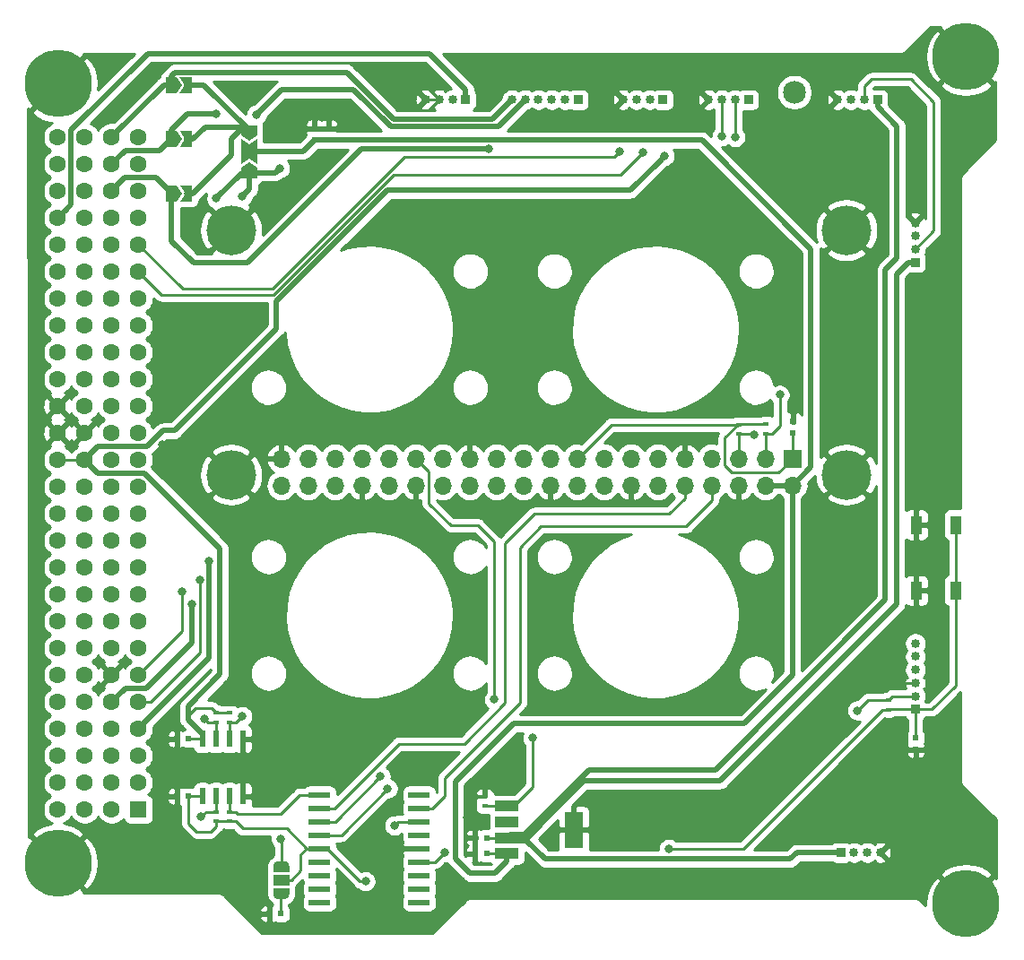
<source format=gbr>
G04 #@! TF.GenerationSoftware,KiCad,Pcbnew,(5.1.2)-2*
G04 #@! TF.CreationDate,2021-12-15T08:53:20-03:00*
G04 #@! TF.ProjectId,Magnetometer_A,4d61676e-6574-46f6-9d65-7465725f412e,rev?*
G04 #@! TF.SameCoordinates,Original*
G04 #@! TF.FileFunction,Copper,L1,Top*
G04 #@! TF.FilePolarity,Positive*
%FSLAX46Y46*%
G04 Gerber Fmt 4.6, Leading zero omitted, Abs format (unit mm)*
G04 Created by KiCad (PCBNEW (5.1.2)-2) date 2021-12-15 08:53:20*
%MOMM*%
%LPD*%
G04 APERTURE LIST*
%ADD10C,2.159000*%
%ADD11C,6.350000*%
%ADD12C,1.600000*%
%ADD13R,1.600000X1.600000*%
%ADD14C,4.700000*%
%ADD15R,0.500000X0.600000*%
%ADD16O,1.700000X1.700000*%
%ADD17R,1.700000X1.700000*%
%ADD18R,0.600000X0.400000*%
%ADD19R,0.850000X0.850000*%
%ADD20C,0.850000*%
%ADD21R,0.600000X0.500000*%
%ADD22C,0.300000*%
%ADD23C,0.100000*%
%ADD24C,0.500000*%
%ADD25R,1.500000X1.000000*%
%ADD26R,1.100000X1.800000*%
%ADD27R,2.200000X1.000000*%
%ADD28R,1.800000X3.400000*%
%ADD29R,0.600000X1.550000*%
%ADD30R,2.000000X0.600000*%
%ADD31C,0.800000*%
%ADD32C,0.250000*%
%ADD33C,0.500000*%
%ADD34C,0.254000*%
G04 APERTURE END LIST*
D10*
X103440000Y-164480000D03*
D11*
X33920000Y-237310000D03*
X33920000Y-163650000D03*
D12*
X38980000Y-168730000D03*
X41520000Y-168730000D03*
X38980000Y-171270000D03*
X41520000Y-171270000D03*
X38980000Y-173810000D03*
X41520000Y-173810000D03*
X38980000Y-176350000D03*
X41520000Y-176350000D03*
X38980000Y-178890000D03*
X41520000Y-178890000D03*
X38980000Y-181430000D03*
X41520000Y-181430000D03*
X38980000Y-183970000D03*
X41520000Y-183970000D03*
X38980000Y-186510000D03*
X41520000Y-186510000D03*
X38980000Y-189050000D03*
X41520000Y-189050000D03*
X38980000Y-191590000D03*
X41520000Y-191590000D03*
X38980000Y-194130000D03*
X41520000Y-194130000D03*
X38980000Y-196670000D03*
X41520000Y-196670000D03*
X38980000Y-199210000D03*
X41520000Y-199210000D03*
X38980000Y-201750000D03*
X41520000Y-201750000D03*
X38980000Y-204290000D03*
X41520000Y-204290000D03*
X38980000Y-206830000D03*
X41520000Y-206830000D03*
X38980000Y-209370000D03*
X41520000Y-209370000D03*
X38980000Y-211910000D03*
X41520000Y-211910000D03*
X38980000Y-214450000D03*
X41520000Y-214450000D03*
X38980000Y-216990000D03*
X41520000Y-216990000D03*
X38980000Y-219530000D03*
X41520000Y-219530000D03*
X38980000Y-222070000D03*
X41520000Y-222070000D03*
X38980000Y-224610000D03*
X41520000Y-224610000D03*
X38980000Y-227150000D03*
X41520000Y-227150000D03*
X38980000Y-229690000D03*
X41520000Y-229690000D03*
X38980000Y-232230000D03*
D13*
X41520000Y-232230000D03*
D12*
X33900000Y-168730000D03*
X36440000Y-168730000D03*
X33900000Y-171270000D03*
X36440000Y-171270000D03*
X33900000Y-173810000D03*
X36440000Y-173810000D03*
X33900000Y-176350000D03*
X36440000Y-176350000D03*
X33900000Y-178890000D03*
X36440000Y-178890000D03*
X33900000Y-181430000D03*
X36440000Y-181430000D03*
X33900000Y-183970000D03*
X36440000Y-183970000D03*
X33900000Y-186510000D03*
X36440000Y-186510000D03*
X33900000Y-189050000D03*
X36440000Y-189050000D03*
X33900000Y-191590000D03*
X36440000Y-191590000D03*
X33900000Y-194130000D03*
X36440000Y-194130000D03*
X33900000Y-196670000D03*
X36440000Y-196670000D03*
X33900000Y-199210000D03*
X36440000Y-199210000D03*
X33900000Y-201750000D03*
X36440000Y-201750000D03*
X33900000Y-204290000D03*
X36440000Y-204290000D03*
X33900000Y-206830000D03*
X36440000Y-206830000D03*
X33900000Y-209370000D03*
X36440000Y-209370000D03*
X33900000Y-211910000D03*
X36440000Y-211910000D03*
X33900000Y-214450000D03*
X36440000Y-214450000D03*
X33900000Y-216990000D03*
X36440000Y-216990000D03*
X33900000Y-219530000D03*
X36440000Y-219530000D03*
X33900000Y-222070000D03*
X36440000Y-222070000D03*
X33900000Y-224610000D03*
X36440000Y-224610000D03*
X33900000Y-227150000D03*
X36440000Y-227150000D03*
X33900000Y-229690000D03*
X36440000Y-229690000D03*
X33900000Y-232230000D03*
X36440000Y-232230000D03*
D11*
X119650000Y-241120000D03*
X119650000Y-161110000D03*
D14*
X50270000Y-177520000D03*
X108370000Y-177520000D03*
X50270000Y-200620000D03*
X108370000Y-200620000D03*
D15*
X58150000Y-167900000D03*
X58150000Y-169000000D03*
X59480000Y-167900000D03*
X59480000Y-169000000D03*
X103310000Y-196660000D03*
X103310000Y-195560000D03*
D16*
X55020000Y-201630000D03*
X55020000Y-199090000D03*
X57560000Y-201630000D03*
X57560000Y-199090000D03*
X60100000Y-201630000D03*
X60100000Y-199090000D03*
X62640000Y-201630000D03*
X62640000Y-199090000D03*
X65180000Y-201630000D03*
X65180000Y-199090000D03*
X67720000Y-201630000D03*
X67720000Y-199090000D03*
X70260000Y-201630000D03*
X70260000Y-199090000D03*
X72800000Y-201630000D03*
X72800000Y-199090000D03*
X75340000Y-201630000D03*
X75340000Y-199090000D03*
X77880000Y-201630000D03*
X77880000Y-199090000D03*
X80420000Y-201630000D03*
X80420000Y-199090000D03*
X82960000Y-201630000D03*
X82960000Y-199090000D03*
X85500000Y-201630000D03*
X85500000Y-199090000D03*
X88040000Y-201630000D03*
X88040000Y-199090000D03*
X90580000Y-201630000D03*
X90580000Y-199090000D03*
X93120000Y-201630000D03*
X93120000Y-199090000D03*
X95660000Y-201630000D03*
X95660000Y-199090000D03*
X98200000Y-201630000D03*
X98200000Y-199090000D03*
X100740000Y-201630000D03*
X100740000Y-199090000D03*
X103280000Y-201630000D03*
D17*
X103280000Y-199090000D03*
D18*
X100760000Y-195830000D03*
X100760000Y-196730000D03*
X98220000Y-196792000D03*
X98220000Y-195892000D03*
D19*
X107830000Y-236310000D03*
D20*
X109080000Y-236310000D03*
X110330000Y-236310000D03*
X111580000Y-236310000D03*
D21*
X74400000Y-234900000D03*
X73300000Y-234900000D03*
X45125000Y-225575000D03*
X46225000Y-225575000D03*
D15*
X114910000Y-226560000D03*
X114910000Y-225460000D03*
D21*
X45125000Y-230975000D03*
X46225000Y-230975000D03*
X73275000Y-236400000D03*
X74375000Y-236400000D03*
X54975000Y-242075000D03*
X53875000Y-242075000D03*
D19*
X114870000Y-222790000D03*
D20*
X114870000Y-221540000D03*
X114870000Y-220290000D03*
X114870000Y-219040000D03*
X114870000Y-217790000D03*
X114870000Y-216540000D03*
D19*
X114860000Y-180570000D03*
D20*
X114860000Y-179320000D03*
X114860000Y-178070000D03*
X114860000Y-176820000D03*
X107550000Y-165180000D03*
X108800000Y-165180000D03*
X110050000Y-165180000D03*
D19*
X111300000Y-165180000D03*
D22*
X51950000Y-172090000D03*
D23*
G36*
X51950000Y-171090000D02*
G01*
X52700000Y-171590000D01*
X52700000Y-172590000D01*
X51200000Y-172590000D01*
X51200000Y-171590000D01*
X51950000Y-171090000D01*
X51950000Y-171090000D01*
G37*
D22*
X51950000Y-170090000D03*
D23*
G36*
X51950000Y-169390000D02*
G01*
X52700000Y-168890000D01*
X52700000Y-171290000D01*
X51950000Y-170790000D01*
X51200000Y-171290000D01*
X51200000Y-168890000D01*
X51950000Y-169390000D01*
X51950000Y-169390000D01*
G37*
D22*
X51950000Y-168090000D03*
D23*
G36*
X51950000Y-169090000D02*
G01*
X51200000Y-168590000D01*
X51200000Y-167590000D01*
X52700000Y-167590000D01*
X52700000Y-168590000D01*
X51950000Y-169090000D01*
X51950000Y-169090000D01*
G37*
D22*
X46085000Y-174050000D03*
D23*
G36*
X46585000Y-174800000D02*
G01*
X45435000Y-174800000D01*
X45935000Y-174050000D01*
X45435000Y-173300000D01*
X46585000Y-173300000D01*
X46585000Y-174800000D01*
X46585000Y-174800000D01*
G37*
D22*
X44635000Y-174050000D03*
D23*
G36*
X45635000Y-174050000D02*
G01*
X45135000Y-174800000D01*
X44135000Y-174800000D01*
X44135000Y-173300000D01*
X45135000Y-173300000D01*
X45635000Y-174050000D01*
X45635000Y-174050000D01*
G37*
D22*
X44625000Y-168910000D03*
D23*
G36*
X45625000Y-168910000D02*
G01*
X45125000Y-169660000D01*
X44125000Y-169660000D01*
X44125000Y-168160000D01*
X45125000Y-168160000D01*
X45625000Y-168910000D01*
X45625000Y-168910000D01*
G37*
D22*
X46075000Y-168910000D03*
D23*
G36*
X46575000Y-169660000D02*
G01*
X45425000Y-169660000D01*
X45925000Y-168910000D01*
X45425000Y-168160000D01*
X46575000Y-168160000D01*
X46575000Y-169660000D01*
X46575000Y-169660000D01*
G37*
D22*
X46065000Y-163800000D03*
D23*
G36*
X46565000Y-164550000D02*
G01*
X45415000Y-164550000D01*
X45915000Y-163800000D01*
X45415000Y-163050000D01*
X46565000Y-163050000D01*
X46565000Y-164550000D01*
X46565000Y-164550000D01*
G37*
D22*
X44615000Y-163800000D03*
D23*
G36*
X45615000Y-163800000D02*
G01*
X45115000Y-164550000D01*
X44115000Y-164550000D01*
X44115000Y-163050000D01*
X45115000Y-163050000D01*
X45615000Y-163800000D01*
X45615000Y-163800000D01*
G37*
D24*
X55000000Y-240200000D03*
D23*
G36*
X55750000Y-239650000D02*
G01*
X55750000Y-240200000D01*
X55749398Y-240200000D01*
X55749398Y-240224534D01*
X55744588Y-240273365D01*
X55735016Y-240321490D01*
X55720772Y-240368445D01*
X55701995Y-240413778D01*
X55678864Y-240457051D01*
X55651604Y-240497850D01*
X55620476Y-240535779D01*
X55585779Y-240570476D01*
X55547850Y-240601604D01*
X55507051Y-240628864D01*
X55463778Y-240651995D01*
X55418445Y-240670772D01*
X55371490Y-240685016D01*
X55323365Y-240694588D01*
X55274534Y-240699398D01*
X55250000Y-240699398D01*
X55250000Y-240700000D01*
X54750000Y-240700000D01*
X54750000Y-240699398D01*
X54725466Y-240699398D01*
X54676635Y-240694588D01*
X54628510Y-240685016D01*
X54581555Y-240670772D01*
X54536222Y-240651995D01*
X54492949Y-240628864D01*
X54452150Y-240601604D01*
X54414221Y-240570476D01*
X54379524Y-240535779D01*
X54348396Y-240497850D01*
X54321136Y-240457051D01*
X54298005Y-240413778D01*
X54279228Y-240368445D01*
X54264984Y-240321490D01*
X54255412Y-240273365D01*
X54250602Y-240224534D01*
X54250602Y-240200000D01*
X54250000Y-240200000D01*
X54250000Y-239650000D01*
X55750000Y-239650000D01*
X55750000Y-239650000D01*
G37*
D24*
X55000000Y-237600000D03*
D23*
G36*
X54250602Y-237600000D02*
G01*
X54250602Y-237575466D01*
X54255412Y-237526635D01*
X54264984Y-237478510D01*
X54279228Y-237431555D01*
X54298005Y-237386222D01*
X54321136Y-237342949D01*
X54348396Y-237302150D01*
X54379524Y-237264221D01*
X54414221Y-237229524D01*
X54452150Y-237198396D01*
X54492949Y-237171136D01*
X54536222Y-237148005D01*
X54581555Y-237129228D01*
X54628510Y-237114984D01*
X54676635Y-237105412D01*
X54725466Y-237100602D01*
X54750000Y-237100602D01*
X54750000Y-237100000D01*
X55250000Y-237100000D01*
X55250000Y-237100602D01*
X55274534Y-237100602D01*
X55323365Y-237105412D01*
X55371490Y-237114984D01*
X55418445Y-237129228D01*
X55463778Y-237148005D01*
X55507051Y-237171136D01*
X55547850Y-237198396D01*
X55585779Y-237229524D01*
X55620476Y-237264221D01*
X55651604Y-237302150D01*
X55678864Y-237342949D01*
X55701995Y-237386222D01*
X55720772Y-237431555D01*
X55735016Y-237478510D01*
X55744588Y-237526635D01*
X55749398Y-237575466D01*
X55749398Y-237600000D01*
X55750000Y-237600000D01*
X55750000Y-238150000D01*
X54250000Y-238150000D01*
X54250000Y-237600000D01*
X54250602Y-237600000D01*
X54250602Y-237600000D01*
G37*
D25*
X55000000Y-238900000D03*
D18*
X48850000Y-224000000D03*
X48850000Y-223100000D03*
X50125000Y-224025000D03*
X50125000Y-223125000D03*
X48850000Y-233350000D03*
X48850000Y-232450000D03*
X50125000Y-232450000D03*
X50125000Y-233350000D03*
X74225000Y-231900000D03*
X74225000Y-231000000D03*
X112325000Y-222800000D03*
X112325000Y-221900000D03*
D26*
X118670000Y-205350000D03*
X118670000Y-211550000D03*
X114970000Y-205350000D03*
X114970000Y-211550000D03*
D27*
X76315000Y-236405000D03*
X76315000Y-233405000D03*
D28*
X82615000Y-234155000D03*
D27*
X76315000Y-234905000D03*
X76315000Y-231905000D03*
D29*
X47570000Y-225575000D03*
X48840000Y-225575000D03*
X50110000Y-225575000D03*
X51380000Y-225575000D03*
X51380000Y-230975000D03*
X50110000Y-230975000D03*
X48840000Y-230975000D03*
X47570000Y-230975000D03*
D30*
X58620000Y-241000000D03*
X58620000Y-239730000D03*
X58620000Y-238460000D03*
X58620000Y-237190000D03*
X58620000Y-235920000D03*
X58620000Y-234650000D03*
X58620000Y-233380000D03*
X58620000Y-232110000D03*
X58620000Y-230840000D03*
X68020000Y-230840000D03*
X68020000Y-232110000D03*
X68020000Y-233380000D03*
X68020000Y-234650000D03*
X68020000Y-235920000D03*
X68020000Y-237190000D03*
X68020000Y-238460000D03*
X68020000Y-239730000D03*
X68020000Y-241000000D03*
D19*
X99100000Y-165200000D03*
D20*
X97850000Y-165200000D03*
X96600000Y-165200000D03*
X95350000Y-165200000D03*
D19*
X91040000Y-165190000D03*
D20*
X89790000Y-165190000D03*
X88540000Y-165190000D03*
X87290000Y-165190000D03*
X68660000Y-165180000D03*
X69910000Y-165180000D03*
X71160000Y-165180000D03*
D19*
X72410000Y-165180000D03*
D20*
X76780000Y-165200000D03*
X78030000Y-165200000D03*
X79280000Y-165200000D03*
X80530000Y-165200000D03*
X81780000Y-165200000D03*
D19*
X83030000Y-165200000D03*
D31*
X111470000Y-225880000D03*
X111680000Y-220400000D03*
X72570000Y-232970000D03*
X66330000Y-176470000D03*
X65170000Y-163980000D03*
X43870000Y-227590000D03*
X43724979Y-195380000D03*
X43724979Y-197795001D03*
X43724979Y-192940000D03*
X58480000Y-171510000D03*
X51900000Y-163890000D03*
X62420000Y-166440000D03*
X55830000Y-167820000D03*
X54980000Y-235030000D03*
X91200000Y-170490000D03*
X91600000Y-235970000D03*
X70410000Y-236300000D03*
X109400000Y-222880000D03*
X62950000Y-239020000D03*
X75110000Y-221850000D03*
X78730000Y-225470000D03*
X99640000Y-196860000D03*
X102070000Y-193060000D03*
X65050000Y-230260000D03*
X64370000Y-229120000D03*
X54870000Y-171670000D03*
X51340000Y-174310000D03*
X48870000Y-174510000D03*
X74600002Y-169850000D03*
X48870000Y-166570000D03*
X52660000Y-166590000D03*
X47400000Y-232950000D03*
X65675000Y-233750000D03*
X47725000Y-223650000D03*
X89180000Y-170150000D03*
X51325000Y-223425000D03*
X86980000Y-170060000D03*
X46595000Y-212820000D03*
X97850000Y-168710000D03*
X47320000Y-210560000D03*
X96600001Y-168640000D03*
X45660000Y-211660000D03*
X48170000Y-208750000D03*
D32*
X111790000Y-220290000D02*
X111680000Y-220400000D01*
X114870000Y-220290000D02*
X111790000Y-220290000D01*
X68660000Y-165180000D02*
X69910000Y-165180000D01*
X65569999Y-164379999D02*
X65170000Y-163980000D01*
X67350000Y-166160000D02*
X65569999Y-164379999D01*
X69910000Y-165180000D02*
X68930000Y-166160000D01*
X68930000Y-166160000D02*
X67350000Y-166160000D01*
X68710000Y-163980000D02*
X66910000Y-163980000D01*
X69910000Y-165180000D02*
X68710000Y-163980000D01*
X76310000Y-236400000D02*
X76315000Y-236405000D01*
X74375000Y-236400000D02*
X76310000Y-236400000D01*
D33*
X101942081Y-201630000D02*
X103280000Y-201630000D01*
X100740000Y-201630000D02*
X101942081Y-201630000D01*
X103280000Y-219570000D02*
X103280000Y-201630000D01*
X98730000Y-224120000D02*
X103280000Y-219570000D01*
X76950000Y-224120000D02*
X98730000Y-224120000D01*
X76315000Y-237155000D02*
X75190000Y-238280000D01*
X76315000Y-236405000D02*
X76315000Y-237155000D01*
X75190000Y-238280000D02*
X72840000Y-238280000D01*
X72840000Y-238280000D02*
X71450000Y-236890000D01*
X71450000Y-236890000D02*
X71450000Y-229620000D01*
X71450000Y-229620000D02*
X76950000Y-224120000D01*
X59480000Y-169000000D02*
X58150000Y-169000000D01*
X94700000Y-169000000D02*
X74978004Y-169000000D01*
X60230000Y-169000000D02*
X59480000Y-169000000D01*
X105020000Y-199890000D02*
X105020000Y-179320000D01*
X74121996Y-169000000D02*
X60230000Y-169000000D01*
X103280000Y-201630000D02*
X105020000Y-199890000D01*
X74141998Y-168979998D02*
X74121996Y-169000000D01*
X74978004Y-169000000D02*
X74958002Y-168979998D01*
X105020000Y-179320000D02*
X94700000Y-169000000D01*
X74958002Y-168979998D02*
X74141998Y-168979998D01*
X51990000Y-170050000D02*
X51950000Y-170090000D01*
X58150000Y-169000000D02*
X57100000Y-170050000D01*
X57100000Y-170050000D02*
X51990000Y-170050000D01*
D32*
X76310000Y-234900000D02*
X76315000Y-234905000D01*
X74400000Y-234900000D02*
X76310000Y-234900000D01*
D33*
X103690000Y-236310000D02*
X107830000Y-236310000D01*
X103075000Y-236925000D02*
X103690000Y-236310000D01*
X79925000Y-236925000D02*
X103075000Y-236925000D01*
X78180000Y-235180000D02*
X79925000Y-236925000D01*
D32*
X76315000Y-234905000D02*
X76590000Y-235180000D01*
D33*
X76590000Y-235180000D02*
X78180000Y-235180000D01*
D32*
X76590000Y-234630000D02*
X76315000Y-234905000D01*
D33*
X78195000Y-234905000D02*
X76315000Y-234905000D01*
X114185000Y-180570000D02*
X113100000Y-181655000D01*
X114860000Y-180570000D02*
X114185000Y-180570000D01*
X113100000Y-181655000D02*
X113100000Y-212880000D01*
X113100000Y-212880000D02*
X96450000Y-229530000D01*
X96450000Y-229530000D02*
X83570000Y-229530000D01*
X83570000Y-229530000D02*
X78195000Y-234905000D01*
X77950000Y-234630000D02*
X76590000Y-234630000D01*
X84060000Y-228520000D02*
X77950000Y-234630000D01*
X95990000Y-228520000D02*
X84060000Y-228520000D01*
X111300000Y-165855000D02*
X113130000Y-167685000D01*
X113130000Y-167685000D02*
X113130000Y-180200000D01*
X111300000Y-165180000D02*
X111300000Y-165855000D01*
X113130000Y-180200000D02*
X112050000Y-181280000D01*
X112050000Y-181280000D02*
X112050000Y-212460000D01*
X112050000Y-212460000D02*
X95990000Y-228520000D01*
D32*
X103280000Y-196690000D02*
X103310000Y-196660000D01*
X103280000Y-199090000D02*
X103280000Y-196690000D01*
X55000000Y-237600000D02*
X55000000Y-235050000D01*
X55000000Y-235050000D02*
X54980000Y-235030000D01*
X86158000Y-195892000D02*
X82960000Y-199090000D01*
X98220000Y-195892000D02*
X86158000Y-195892000D01*
X98282000Y-195830000D02*
X98220000Y-195892000D01*
X100760000Y-195830000D02*
X98282000Y-195830000D01*
X98120000Y-195892000D02*
X98220000Y-195892000D01*
X103280000Y-199090000D02*
X103270000Y-199090000D01*
X103270000Y-199090000D02*
X101970000Y-200390000D01*
X101970000Y-200390000D02*
X97571000Y-200390000D01*
X97571000Y-200390000D02*
X96890000Y-199709000D01*
X96890000Y-199709000D02*
X96890000Y-197122000D01*
X96890000Y-197122000D02*
X98120000Y-195892000D01*
X33900000Y-199210000D02*
X36440000Y-199210000D01*
X50100000Y-223100000D02*
X50125000Y-223125000D01*
X48850000Y-223100000D02*
X50100000Y-223100000D01*
X46225000Y-225575000D02*
X47570000Y-225575000D01*
D33*
X49220000Y-219480000D02*
X46205000Y-222495000D01*
X49220000Y-207599998D02*
X49220000Y-219480000D01*
X42080003Y-200460001D02*
X49220000Y-207599998D01*
X37690001Y-200460001D02*
X42080003Y-200460001D01*
X36440000Y-199210000D02*
X37690001Y-200460001D01*
X47570000Y-225100000D02*
X47570000Y-225575000D01*
X46205000Y-223735000D02*
X47570000Y-225100000D01*
X46205000Y-222495000D02*
X46205000Y-223735000D01*
D32*
X46205000Y-223345000D02*
X46205000Y-223735000D01*
X46900000Y-222650000D02*
X46205000Y-223345000D01*
X48850000Y-223100000D02*
X48400000Y-222650000D01*
X48400000Y-222650000D02*
X46900000Y-222650000D01*
D33*
X87950000Y-173740000D02*
X90800001Y-170889999D01*
X65040000Y-173740000D02*
X87950000Y-173740000D01*
X54550000Y-184230000D02*
X65040000Y-173740000D01*
X37690001Y-197959999D02*
X42301979Y-197959999D01*
X36440000Y-199210000D02*
X37690001Y-197959999D01*
X90800001Y-170889999D02*
X91200000Y-170490000D01*
X42301979Y-197959999D02*
X43815979Y-196445999D01*
X44914001Y-196445999D02*
X54550000Y-186810000D01*
X43815979Y-196445999D02*
X44914001Y-196445999D01*
X54550000Y-186810000D02*
X54550000Y-184230000D01*
D32*
X118670000Y-205350000D02*
X118670000Y-211550000D01*
X112335000Y-222790000D02*
X112325000Y-222800000D01*
X114870000Y-222790000D02*
X112335000Y-222790000D01*
X116400000Y-222790000D02*
X114870000Y-222790000D01*
X118670000Y-211550000D02*
X118670000Y-220520000D01*
X118670000Y-220520000D02*
X116400000Y-222790000D01*
X114870000Y-225420000D02*
X114910000Y-225460000D01*
X114870000Y-222790000D02*
X114870000Y-225420000D01*
X97383002Y-235970000D02*
X91600000Y-235970000D01*
X98605000Y-235970000D02*
X97383002Y-235970000D01*
X112325000Y-222800000D02*
X111775000Y-222800000D01*
X111775000Y-222800000D02*
X98605000Y-235970000D01*
X69520000Y-237190000D02*
X68020000Y-237190000D01*
X70410000Y-236300000D02*
X69520000Y-237190000D01*
X46225000Y-230975000D02*
X47570000Y-230975000D01*
X48850000Y-233350000D02*
X50125000Y-233350000D01*
X57370000Y-235920000D02*
X58620000Y-235920000D01*
X55925000Y-238900000D02*
X55000000Y-238900000D01*
X56825000Y-238000000D02*
X55925000Y-238900000D01*
X57370000Y-235920000D02*
X56825000Y-236465000D01*
X56825000Y-236465000D02*
X56825000Y-238000000D01*
X55500000Y-234050000D02*
X57370000Y-235920000D01*
X51375000Y-234050000D02*
X55500000Y-234050000D01*
X50125000Y-233350000D02*
X50675000Y-233350000D01*
X50675000Y-233350000D02*
X51375000Y-234050000D01*
X112685000Y-221540000D02*
X112325000Y-221900000D01*
X114870000Y-221540000D02*
X112685000Y-221540000D01*
X112325000Y-221900000D02*
X112225000Y-221900000D01*
X112325000Y-221900000D02*
X111775000Y-221900000D01*
X111775000Y-221900000D02*
X110380000Y-221900000D01*
X110380000Y-221900000D02*
X109400000Y-222880000D01*
X62420000Y-239020000D02*
X62950000Y-239020000D01*
X59320000Y-235920000D02*
X62420000Y-239020000D01*
X58620000Y-235920000D02*
X59320000Y-235920000D01*
X48850000Y-233800000D02*
X48310000Y-234340000D01*
X48850000Y-233350000D02*
X48850000Y-233800000D01*
X48310000Y-234340000D02*
X47010000Y-234340000D01*
X46225000Y-233555000D02*
X46225000Y-230975000D01*
X47010000Y-234340000D02*
X46225000Y-233555000D01*
X54975000Y-240225000D02*
X55000000Y-240200000D01*
X54975000Y-242075000D02*
X54975000Y-240225000D01*
X74230000Y-231905000D02*
X74225000Y-231900000D01*
X76315000Y-231905000D02*
X74230000Y-231905000D01*
X76915000Y-231905000D02*
X76315000Y-231905000D01*
X78730000Y-230090000D02*
X76915000Y-231905000D01*
X78730000Y-225470000D02*
X78730000Y-230090000D01*
X75100000Y-221840000D02*
X75110000Y-221850000D01*
X68940000Y-200310000D02*
X68940000Y-203320000D01*
X67720000Y-199090000D02*
X68940000Y-200310000D01*
X68940000Y-203320000D02*
X71000000Y-205380000D01*
X71000000Y-205380000D02*
X73540000Y-205380000D01*
X73540000Y-205380000D02*
X75100000Y-206940000D01*
X75100000Y-206940000D02*
X75100000Y-221840000D01*
X66080000Y-226030000D02*
X60000000Y-232110000D01*
X72260000Y-226030000D02*
X66080000Y-226030000D01*
X93120000Y-202832081D02*
X91632081Y-204320000D01*
X60000000Y-232110000D02*
X58620000Y-232110000D01*
X93120000Y-201630000D02*
X93120000Y-202832081D01*
X91632081Y-204320000D02*
X78890000Y-204320000D01*
X78890000Y-204320000D02*
X76140000Y-207070000D01*
X76140000Y-207070000D02*
X76140000Y-222150000D01*
X76140000Y-222150000D02*
X72260000Y-226030000D01*
X95660000Y-203060000D02*
X95660000Y-201630000D01*
X93230000Y-205490000D02*
X95660000Y-203060000D01*
X69270000Y-232110000D02*
X70440000Y-230940000D01*
X79530000Y-205490000D02*
X93230000Y-205490000D01*
X68020000Y-232110000D02*
X69270000Y-232110000D01*
X70440000Y-230940000D02*
X70440000Y-229250000D01*
X70440000Y-229250000D02*
X77550000Y-222140000D01*
X77550000Y-222140000D02*
X77550000Y-207470000D01*
X77550000Y-207470000D02*
X79530000Y-205490000D01*
X110050000Y-163910000D02*
X110050000Y-165180000D01*
X110700000Y-163260000D02*
X110050000Y-163910000D01*
X114450000Y-163260000D02*
X110700000Y-163260000D01*
X116620000Y-165430000D02*
X114450000Y-163260000D01*
X114860000Y-179320000D02*
X116620000Y-177560000D01*
X116620000Y-177560000D02*
X116620000Y-165430000D01*
X98200000Y-196812000D02*
X98220000Y-196792000D01*
X98200000Y-199090000D02*
X98200000Y-196812000D01*
X98220000Y-196792000D02*
X99572000Y-196792000D01*
X99572000Y-196792000D02*
X99640000Y-196860000D01*
X102070000Y-195970000D02*
X102070000Y-195618000D01*
X101310000Y-196730000D02*
X102070000Y-195970000D01*
X100760000Y-196730000D02*
X101310000Y-196730000D01*
X102070000Y-195618000D02*
X102070000Y-193060000D01*
X100740000Y-196750000D02*
X100760000Y-196730000D01*
X100740000Y-199090000D02*
X100740000Y-196750000D01*
X58620000Y-234650000D02*
X60660000Y-234650000D01*
X60660000Y-234650000D02*
X65050000Y-230260000D01*
X58620000Y-233380000D02*
X60110000Y-233380000D01*
X60110000Y-233380000D02*
X64370000Y-229120000D01*
D33*
X54450000Y-172090000D02*
X51950000Y-172090000D01*
X54870000Y-171670000D02*
X54450000Y-172090000D01*
X51990000Y-172130000D02*
X51950000Y-172090000D01*
X51990000Y-173650000D02*
X51990000Y-172130000D01*
X51340000Y-174310000D02*
X51340000Y-174300000D01*
X51340000Y-174300000D02*
X51990000Y-173650000D01*
X51290000Y-172090000D02*
X51950000Y-172090000D01*
X48870000Y-174510000D02*
X51290000Y-172090000D01*
X47660000Y-163800000D02*
X51950000Y-168090000D01*
X46065000Y-163800000D02*
X47660000Y-163800000D01*
X51100000Y-168090000D02*
X51950000Y-168090000D01*
X50280000Y-168910000D02*
X51100000Y-168090000D01*
X50280000Y-170455000D02*
X50280000Y-168910000D01*
X46085000Y-174050000D02*
X46685000Y-174050000D01*
X46685000Y-174050000D02*
X50280000Y-170455000D01*
X51180000Y-168010000D02*
X51100000Y-168090000D01*
X51180000Y-167710000D02*
X51180000Y-168010000D01*
X51100000Y-167790000D02*
X51180000Y-167710000D01*
X47795000Y-167790000D02*
X51100000Y-167790000D01*
X46075000Y-168910000D02*
X46675000Y-168910000D01*
X46675000Y-168910000D02*
X47795000Y-167790000D01*
X44064290Y-173479290D02*
X44635000Y-174050000D01*
X43144999Y-172559999D02*
X44064290Y-173479290D01*
X40230001Y-172559999D02*
X43144999Y-172559999D01*
X38980000Y-173810000D02*
X40230001Y-172559999D01*
X74034317Y-169850000D02*
X74600002Y-169850000D01*
X62580000Y-169850000D02*
X74034317Y-169850000D01*
X51840000Y-180590000D02*
X62580000Y-169850000D01*
X46700000Y-180590000D02*
X51840000Y-180590000D01*
X44635000Y-174050000D02*
X44635000Y-178525000D01*
X44635000Y-178525000D02*
X46700000Y-180590000D01*
X44054290Y-169480710D02*
X44625000Y-168910000D01*
X43554999Y-169980001D02*
X44054290Y-169480710D01*
X40269999Y-169980001D02*
X43554999Y-169980001D01*
X38980000Y-171270000D02*
X40269999Y-169980001D01*
X46115000Y-166570000D02*
X48870000Y-166570000D01*
X44625000Y-168910000D02*
X44625000Y-168060000D01*
X44625000Y-168060000D02*
X46115000Y-166570000D01*
X77605001Y-165624999D02*
X78030000Y-165200000D01*
X52660000Y-166590000D02*
X54990000Y-164260000D01*
X54990000Y-164260000D02*
X61840037Y-164260000D01*
X61840037Y-164260000D02*
X65320047Y-167740010D01*
X65320047Y-167740010D02*
X75489990Y-167740010D01*
X75489990Y-167740010D02*
X77605001Y-165624999D01*
X43910000Y-163800000D02*
X44615000Y-163800000D01*
X38980000Y-168730000D02*
X43910000Y-163800000D01*
X44965010Y-162599990D02*
X61169990Y-162599990D01*
X44615000Y-163800000D02*
X44615000Y-162950000D01*
X44615000Y-162950000D02*
X44965010Y-162599990D01*
X61169990Y-162599990D02*
X65610000Y-167040000D01*
X74940000Y-167040000D02*
X76780000Y-165200000D01*
X65610000Y-167040000D02*
X74940000Y-167040000D01*
D32*
X50125000Y-230990000D02*
X50110000Y-230975000D01*
X50125000Y-232450000D02*
X50125000Y-230990000D01*
X50675000Y-232450000D02*
X50875000Y-232650000D01*
X50125000Y-232450000D02*
X50675000Y-232450000D01*
X50875000Y-232650000D02*
X54950000Y-232650000D01*
X56760000Y-230840000D02*
X58620000Y-230840000D01*
X54950000Y-232650000D02*
X56760000Y-230840000D01*
X48850000Y-230985000D02*
X48840000Y-230975000D01*
X48850000Y-232450000D02*
X48850000Y-230985000D01*
X48850000Y-232450000D02*
X47900000Y-232450000D01*
X47900000Y-232450000D02*
X47400000Y-232950000D01*
X67975000Y-233425000D02*
X68020000Y-233380000D01*
X65675000Y-233750000D02*
X66000000Y-233425000D01*
X66000000Y-233425000D02*
X67975000Y-233425000D01*
X48840000Y-224010000D02*
X48850000Y-224000000D01*
X48840000Y-225575000D02*
X48840000Y-224010000D01*
X48850000Y-224000000D02*
X48075000Y-224000000D01*
X48075000Y-224000000D02*
X47725000Y-223650000D01*
X65594989Y-172275011D02*
X87054989Y-172275011D01*
X87054989Y-172275011D02*
X89180000Y-170150000D01*
X54270000Y-183600000D02*
X65594989Y-172275011D01*
X43690000Y-183600000D02*
X54270000Y-183600000D01*
X41520000Y-181430000D02*
X43690000Y-183600000D01*
X50110000Y-224040000D02*
X50125000Y-224025000D01*
X50110000Y-225575000D02*
X50110000Y-224040000D01*
X50125000Y-224025000D02*
X50725000Y-224025000D01*
X50725000Y-224025000D02*
X51325000Y-223425000D01*
X86464999Y-170575001D02*
X86580001Y-170459999D01*
X86580001Y-170459999D02*
X86980000Y-170060000D01*
X66658589Y-170575001D02*
X86464999Y-170575001D01*
X54183590Y-183050000D02*
X66658589Y-170575001D01*
X45680000Y-183050000D02*
X54183590Y-183050000D01*
X41520000Y-178890000D02*
X45680000Y-183050000D01*
D33*
X40269999Y-220780001D02*
X42259999Y-220780001D01*
X38980000Y-222070000D02*
X40269999Y-220780001D01*
X42259999Y-220780001D02*
X46595000Y-216445000D01*
X46595000Y-216445000D02*
X46595000Y-212820000D01*
D32*
X97850000Y-168710000D02*
X97850000Y-165200000D01*
X41520000Y-222070000D02*
X42651370Y-222070000D01*
X47320000Y-217401370D02*
X47320000Y-211125685D01*
X47320000Y-211125685D02*
X47320000Y-210560000D01*
X42651370Y-222070000D02*
X47320000Y-217401370D01*
X96600000Y-165200000D02*
X96600001Y-165801041D01*
X96600001Y-168074315D02*
X96600001Y-168640000D01*
X96600001Y-165801041D02*
X96600001Y-168074315D01*
X41520000Y-219530000D02*
X45660000Y-215390000D01*
X45660000Y-212225685D02*
X45660000Y-211660000D01*
X45660000Y-215390000D02*
X45660000Y-212225685D01*
D33*
X72410000Y-164255000D02*
X68975000Y-160820000D01*
X72410000Y-165180000D02*
X72410000Y-164255000D01*
X68975000Y-160820000D02*
X42373430Y-160820000D01*
X34699999Y-175550001D02*
X33900000Y-176350000D01*
X42373430Y-160820000D02*
X35150001Y-168043429D01*
X35150001Y-168043429D02*
X35150001Y-175099999D01*
X35150001Y-175099999D02*
X34699999Y-175550001D01*
X48170000Y-217960000D02*
X48170000Y-209315685D01*
X48170000Y-209315685D02*
X48170000Y-208750000D01*
X41520000Y-224610000D02*
X48170000Y-217960000D01*
D34*
G36*
X37687570Y-164254281D02*
G01*
X37748365Y-163673318D01*
X37679353Y-162925993D01*
X37465871Y-162206492D01*
X37116123Y-161542463D01*
X37090213Y-161503686D01*
X36603107Y-161146498D01*
X34099605Y-163650000D01*
X34113748Y-163664143D01*
X33934143Y-163843748D01*
X33920000Y-163829605D01*
X31416498Y-166333107D01*
X31773686Y-166820213D01*
X32433405Y-167178024D01*
X33150253Y-167400255D01*
X33318060Y-167417815D01*
X33220273Y-167458320D01*
X32985241Y-167615363D01*
X32785363Y-167815241D01*
X32628320Y-168050273D01*
X32520147Y-168311426D01*
X32465000Y-168588665D01*
X32465000Y-168871335D01*
X32520147Y-169148574D01*
X32628320Y-169409727D01*
X32785363Y-169644759D01*
X32985241Y-169844637D01*
X33217759Y-170000000D01*
X32985241Y-170155363D01*
X32785363Y-170355241D01*
X32628320Y-170590273D01*
X32520147Y-170851426D01*
X32465000Y-171128665D01*
X32465000Y-171411335D01*
X32520147Y-171688574D01*
X32628320Y-171949727D01*
X32785363Y-172184759D01*
X32985241Y-172384637D01*
X33217759Y-172540000D01*
X32985241Y-172695363D01*
X32785363Y-172895241D01*
X32628320Y-173130273D01*
X32520147Y-173391426D01*
X32465000Y-173668665D01*
X32465000Y-173951335D01*
X32520147Y-174228574D01*
X32628320Y-174489727D01*
X32785363Y-174724759D01*
X32985241Y-174924637D01*
X33217759Y-175080000D01*
X32985241Y-175235363D01*
X32785363Y-175435241D01*
X32628320Y-175670273D01*
X32520147Y-175931426D01*
X32465000Y-176208665D01*
X32465000Y-176491335D01*
X32520147Y-176768574D01*
X32628320Y-177029727D01*
X32785363Y-177264759D01*
X32985241Y-177464637D01*
X33217759Y-177620000D01*
X32985241Y-177775363D01*
X32785363Y-177975241D01*
X32628320Y-178210273D01*
X32520147Y-178471426D01*
X32465000Y-178748665D01*
X32465000Y-179031335D01*
X32520147Y-179308574D01*
X32628320Y-179569727D01*
X32785363Y-179804759D01*
X32985241Y-180004637D01*
X33217759Y-180160000D01*
X32985241Y-180315363D01*
X32785363Y-180515241D01*
X32628320Y-180750273D01*
X32520147Y-181011426D01*
X32465000Y-181288665D01*
X32465000Y-181571335D01*
X32520147Y-181848574D01*
X32628320Y-182109727D01*
X32785363Y-182344759D01*
X32985241Y-182544637D01*
X33217759Y-182700000D01*
X32985241Y-182855363D01*
X32785363Y-183055241D01*
X32628320Y-183290273D01*
X32520147Y-183551426D01*
X32465000Y-183828665D01*
X32465000Y-184111335D01*
X32520147Y-184388574D01*
X32628320Y-184649727D01*
X32785363Y-184884759D01*
X32985241Y-185084637D01*
X33217759Y-185240000D01*
X32985241Y-185395363D01*
X32785363Y-185595241D01*
X32628320Y-185830273D01*
X32520147Y-186091426D01*
X32465000Y-186368665D01*
X32465000Y-186651335D01*
X32520147Y-186928574D01*
X32628320Y-187189727D01*
X32785363Y-187424759D01*
X32985241Y-187624637D01*
X33217759Y-187780000D01*
X32985241Y-187935363D01*
X32785363Y-188135241D01*
X32628320Y-188370273D01*
X32520147Y-188631426D01*
X32465000Y-188908665D01*
X32465000Y-189191335D01*
X32520147Y-189468574D01*
X32628320Y-189729727D01*
X32785363Y-189964759D01*
X32985241Y-190164637D01*
X33217759Y-190320000D01*
X32985241Y-190475363D01*
X32785363Y-190675241D01*
X32628320Y-190910273D01*
X32520147Y-191171426D01*
X32465000Y-191448665D01*
X32465000Y-191731335D01*
X32520147Y-192008574D01*
X32628320Y-192269727D01*
X32785363Y-192504759D01*
X32985241Y-192704637D01*
X33219128Y-192860915D01*
X33158486Y-192893329D01*
X33086903Y-193137298D01*
X33900000Y-193950395D01*
X34713097Y-193137298D01*
X34641514Y-192893329D01*
X34577008Y-192862806D01*
X34579727Y-192861680D01*
X34814759Y-192704637D01*
X35014637Y-192504759D01*
X35170000Y-192272241D01*
X35325363Y-192504759D01*
X35525241Y-192704637D01*
X35757759Y-192860000D01*
X35525241Y-193015363D01*
X35325363Y-193215241D01*
X35169085Y-193449128D01*
X35136671Y-193388486D01*
X34892702Y-193316903D01*
X34079605Y-194130000D01*
X34892702Y-194943097D01*
X35136671Y-194871514D01*
X35167194Y-194807008D01*
X35168320Y-194809727D01*
X35325363Y-195044759D01*
X35525241Y-195244637D01*
X35759128Y-195400915D01*
X35698486Y-195433329D01*
X35626903Y-195677298D01*
X36440000Y-196490395D01*
X37253097Y-195677298D01*
X37181514Y-195433329D01*
X37117008Y-195402806D01*
X37119727Y-195401680D01*
X37354759Y-195244637D01*
X37554637Y-195044759D01*
X37710000Y-194812241D01*
X37865363Y-195044759D01*
X38065241Y-195244637D01*
X38297759Y-195400000D01*
X38065241Y-195555363D01*
X37865363Y-195755241D01*
X37709085Y-195989128D01*
X37676671Y-195928486D01*
X37432702Y-195856903D01*
X36619605Y-196670000D01*
X36633748Y-196684143D01*
X36454143Y-196863748D01*
X36440000Y-196849605D01*
X35626903Y-197662702D01*
X35698486Y-197906671D01*
X35762992Y-197937194D01*
X35760273Y-197938320D01*
X35525241Y-198095363D01*
X35325363Y-198295241D01*
X35221957Y-198450000D01*
X35118043Y-198450000D01*
X35014637Y-198295241D01*
X34814759Y-198095363D01*
X34580872Y-197939085D01*
X34641514Y-197906671D01*
X34713097Y-197662702D01*
X33900000Y-196849605D01*
X33086903Y-197662702D01*
X33158486Y-197906671D01*
X33222992Y-197937194D01*
X33220273Y-197938320D01*
X32985241Y-198095363D01*
X32785363Y-198295241D01*
X32628320Y-198530273D01*
X32520147Y-198791426D01*
X32465000Y-199068665D01*
X32465000Y-199351335D01*
X32520147Y-199628574D01*
X32628320Y-199889727D01*
X32785363Y-200124759D01*
X32985241Y-200324637D01*
X33217759Y-200480000D01*
X32985241Y-200635363D01*
X32785363Y-200835241D01*
X32628320Y-201070273D01*
X32520147Y-201331426D01*
X32465000Y-201608665D01*
X32465000Y-201891335D01*
X32520147Y-202168574D01*
X32628320Y-202429727D01*
X32785363Y-202664759D01*
X32985241Y-202864637D01*
X33217759Y-203020000D01*
X32985241Y-203175363D01*
X32785363Y-203375241D01*
X32628320Y-203610273D01*
X32520147Y-203871426D01*
X32465000Y-204148665D01*
X32465000Y-204431335D01*
X32520147Y-204708574D01*
X32628320Y-204969727D01*
X32785363Y-205204759D01*
X32985241Y-205404637D01*
X33217759Y-205560000D01*
X32985241Y-205715363D01*
X32785363Y-205915241D01*
X32628320Y-206150273D01*
X32520147Y-206411426D01*
X32465000Y-206688665D01*
X32465000Y-206971335D01*
X32520147Y-207248574D01*
X32628320Y-207509727D01*
X32785363Y-207744759D01*
X32985241Y-207944637D01*
X33217759Y-208100000D01*
X32985241Y-208255363D01*
X32785363Y-208455241D01*
X32628320Y-208690273D01*
X32520147Y-208951426D01*
X32465000Y-209228665D01*
X32465000Y-209511335D01*
X32520147Y-209788574D01*
X32628320Y-210049727D01*
X32785363Y-210284759D01*
X32985241Y-210484637D01*
X33217759Y-210640000D01*
X32985241Y-210795363D01*
X32785363Y-210995241D01*
X32628320Y-211230273D01*
X32520147Y-211491426D01*
X32465000Y-211768665D01*
X32465000Y-212051335D01*
X32520147Y-212328574D01*
X32628320Y-212589727D01*
X32785363Y-212824759D01*
X32985241Y-213024637D01*
X33217759Y-213180000D01*
X32985241Y-213335363D01*
X32785363Y-213535241D01*
X32628320Y-213770273D01*
X32520147Y-214031426D01*
X32465000Y-214308665D01*
X32465000Y-214591335D01*
X32520147Y-214868574D01*
X32628320Y-215129727D01*
X32785363Y-215364759D01*
X32985241Y-215564637D01*
X33217759Y-215720000D01*
X32985241Y-215875363D01*
X32785363Y-216075241D01*
X32628320Y-216310273D01*
X32520147Y-216571426D01*
X32465000Y-216848665D01*
X32465000Y-217131335D01*
X32520147Y-217408574D01*
X32628320Y-217669727D01*
X32785363Y-217904759D01*
X32985241Y-218104637D01*
X33217759Y-218260000D01*
X32985241Y-218415363D01*
X32785363Y-218615241D01*
X32628320Y-218850273D01*
X32520147Y-219111426D01*
X32465000Y-219388665D01*
X32465000Y-219671335D01*
X32520147Y-219948574D01*
X32628320Y-220209727D01*
X32785363Y-220444759D01*
X32985241Y-220644637D01*
X33217759Y-220800000D01*
X32985241Y-220955363D01*
X32785363Y-221155241D01*
X32628320Y-221390273D01*
X32520147Y-221651426D01*
X32465000Y-221928665D01*
X32465000Y-222211335D01*
X32520147Y-222488574D01*
X32628320Y-222749727D01*
X32785363Y-222984759D01*
X32985241Y-223184637D01*
X33217759Y-223340000D01*
X32985241Y-223495363D01*
X32785363Y-223695241D01*
X32628320Y-223930273D01*
X32520147Y-224191426D01*
X32465000Y-224468665D01*
X32465000Y-224751335D01*
X32520147Y-225028574D01*
X32628320Y-225289727D01*
X32785363Y-225524759D01*
X32985241Y-225724637D01*
X33217759Y-225880000D01*
X32985241Y-226035363D01*
X32785363Y-226235241D01*
X32628320Y-226470273D01*
X32520147Y-226731426D01*
X32465000Y-227008665D01*
X32465000Y-227291335D01*
X32520147Y-227568574D01*
X32628320Y-227829727D01*
X32785363Y-228064759D01*
X32985241Y-228264637D01*
X33217759Y-228420000D01*
X32985241Y-228575363D01*
X32785363Y-228775241D01*
X32628320Y-229010273D01*
X32520147Y-229271426D01*
X32465000Y-229548665D01*
X32465000Y-229831335D01*
X32520147Y-230108574D01*
X32628320Y-230369727D01*
X32785363Y-230604759D01*
X32985241Y-230804637D01*
X33217759Y-230960000D01*
X32985241Y-231115363D01*
X32785363Y-231315241D01*
X32628320Y-231550273D01*
X32520147Y-231811426D01*
X32465000Y-232088665D01*
X32465000Y-232371335D01*
X32520147Y-232648574D01*
X32628320Y-232909727D01*
X32785363Y-233144759D01*
X32985241Y-233344637D01*
X33220273Y-233501680D01*
X33312513Y-233539887D01*
X33195993Y-233550647D01*
X32476492Y-233764129D01*
X31812463Y-234113877D01*
X31773686Y-234139787D01*
X31416498Y-234626893D01*
X33920000Y-237130395D01*
X36423502Y-234626893D01*
X36066314Y-234139787D01*
X35406595Y-233781976D01*
X34689747Y-233559745D01*
X34490007Y-233538843D01*
X34579727Y-233501680D01*
X34814759Y-233344637D01*
X35014637Y-233144759D01*
X35170000Y-232912241D01*
X35325363Y-233144759D01*
X35525241Y-233344637D01*
X35760273Y-233501680D01*
X36021426Y-233609853D01*
X36298665Y-233665000D01*
X36581335Y-233665000D01*
X36858574Y-233609853D01*
X37119727Y-233501680D01*
X37354759Y-233344637D01*
X37554637Y-233144759D01*
X37710000Y-232912241D01*
X37865363Y-233144759D01*
X38065241Y-233344637D01*
X38300273Y-233501680D01*
X38561426Y-233609853D01*
X38838665Y-233665000D01*
X39121335Y-233665000D01*
X39398574Y-233609853D01*
X39659727Y-233501680D01*
X39894759Y-233344637D01*
X40093357Y-233146039D01*
X40094188Y-233154482D01*
X40130498Y-233274180D01*
X40189463Y-233384494D01*
X40268815Y-233481185D01*
X40365506Y-233560537D01*
X40475820Y-233619502D01*
X40595518Y-233655812D01*
X40720000Y-233668072D01*
X42320000Y-233668072D01*
X42444482Y-233655812D01*
X42564180Y-233619502D01*
X42674494Y-233560537D01*
X42771185Y-233481185D01*
X42850537Y-233384494D01*
X42909502Y-233274180D01*
X42945812Y-233154482D01*
X42958072Y-233030000D01*
X42958072Y-231430000D01*
X42945812Y-231305518D01*
X42931019Y-231256750D01*
X44190000Y-231256750D01*
X44202594Y-231365524D01*
X44241968Y-231484249D01*
X44303748Y-231593012D01*
X44385559Y-231687631D01*
X44484258Y-231764473D01*
X44596051Y-231820582D01*
X44716643Y-231853804D01*
X44839250Y-231860000D01*
X44998000Y-231701250D01*
X44998000Y-231098000D01*
X44348750Y-231098000D01*
X44190000Y-231256750D01*
X42931019Y-231256750D01*
X42909502Y-231185820D01*
X42850537Y-231075506D01*
X42771185Y-230978815D01*
X42674494Y-230899463D01*
X42564180Y-230840498D01*
X42444482Y-230804188D01*
X42436039Y-230803357D01*
X42546146Y-230693250D01*
X44190000Y-230693250D01*
X44348750Y-230852000D01*
X44998000Y-230852000D01*
X44998000Y-230248750D01*
X44839250Y-230090000D01*
X44716643Y-230096196D01*
X44596051Y-230129418D01*
X44484258Y-230185527D01*
X44385559Y-230262369D01*
X44303748Y-230356988D01*
X44241968Y-230465751D01*
X44202594Y-230584476D01*
X44190000Y-230693250D01*
X42546146Y-230693250D01*
X42634637Y-230604759D01*
X42791680Y-230369727D01*
X42899853Y-230108574D01*
X42955000Y-229831335D01*
X42955000Y-229548665D01*
X42899853Y-229271426D01*
X42791680Y-229010273D01*
X42634637Y-228775241D01*
X42434759Y-228575363D01*
X42202241Y-228420000D01*
X42434759Y-228264637D01*
X42634637Y-228064759D01*
X42791680Y-227829727D01*
X42899853Y-227568574D01*
X42955000Y-227291335D01*
X42955000Y-227008665D01*
X42899853Y-226731426D01*
X42791680Y-226470273D01*
X42634637Y-226235241D01*
X42434759Y-226035363D01*
X42202241Y-225880000D01*
X42237037Y-225856750D01*
X44190000Y-225856750D01*
X44202594Y-225965524D01*
X44241968Y-226084249D01*
X44303748Y-226193012D01*
X44385559Y-226287631D01*
X44484258Y-226364473D01*
X44596051Y-226420582D01*
X44716643Y-226453804D01*
X44839250Y-226460000D01*
X44998000Y-226301250D01*
X44998000Y-225698000D01*
X44348750Y-225698000D01*
X44190000Y-225856750D01*
X42237037Y-225856750D01*
X42434759Y-225724637D01*
X42634637Y-225524759D01*
X42789326Y-225293250D01*
X44190000Y-225293250D01*
X44348750Y-225452000D01*
X44998000Y-225452000D01*
X44998000Y-224848750D01*
X44839250Y-224690000D01*
X44716643Y-224696196D01*
X44596051Y-224729418D01*
X44484258Y-224785527D01*
X44385559Y-224862369D01*
X44303748Y-224956988D01*
X44241968Y-225065751D01*
X44202594Y-225184476D01*
X44190000Y-225293250D01*
X42789326Y-225293250D01*
X42791680Y-225289727D01*
X42899853Y-225028574D01*
X42955000Y-224751335D01*
X42955000Y-224468665D01*
X42948017Y-224433561D01*
X48335001Y-219046578D01*
X48335001Y-219113420D01*
X45609956Y-221838466D01*
X45576183Y-221866183D01*
X45465589Y-222000942D01*
X45383411Y-222154688D01*
X45356473Y-222243490D01*
X45332805Y-222321510D01*
X45331427Y-222335498D01*
X45320000Y-222451524D01*
X45320000Y-222451531D01*
X45315719Y-222495000D01*
X45320000Y-222538470D01*
X45320001Y-223691522D01*
X45315719Y-223735000D01*
X45332805Y-223908490D01*
X45383412Y-224075313D01*
X45465590Y-224229059D01*
X45548468Y-224330046D01*
X45548471Y-224330049D01*
X45576184Y-224363817D01*
X45609951Y-224391529D01*
X45907112Y-224688690D01*
X45800518Y-224699188D01*
X45680820Y-224735498D01*
X45673674Y-224739318D01*
X45653949Y-224729418D01*
X45533357Y-224696196D01*
X45410750Y-224690000D01*
X45252000Y-224848750D01*
X45252000Y-225452000D01*
X45272000Y-225452000D01*
X45272000Y-225698000D01*
X45252000Y-225698000D01*
X45252000Y-226301250D01*
X45410750Y-226460000D01*
X45533357Y-226453804D01*
X45653949Y-226420582D01*
X45673674Y-226410682D01*
X45680820Y-226414502D01*
X45800518Y-226450812D01*
X45925000Y-226463072D01*
X46525000Y-226463072D01*
X46641930Y-226451556D01*
X46644188Y-226474482D01*
X46680498Y-226594180D01*
X46739463Y-226704494D01*
X46818815Y-226801185D01*
X46915506Y-226880537D01*
X47025820Y-226939502D01*
X47145518Y-226975812D01*
X47270000Y-226988072D01*
X47870000Y-226988072D01*
X47994482Y-226975812D01*
X48114180Y-226939502D01*
X48205000Y-226890957D01*
X48295820Y-226939502D01*
X48415518Y-226975812D01*
X48540000Y-226988072D01*
X49140000Y-226988072D01*
X49264482Y-226975812D01*
X49384180Y-226939502D01*
X49475000Y-226890957D01*
X49565820Y-226939502D01*
X49685518Y-226975812D01*
X49810000Y-226988072D01*
X50410000Y-226988072D01*
X50534482Y-226975812D01*
X50654180Y-226939502D01*
X50745000Y-226890957D01*
X50835820Y-226939502D01*
X50955518Y-226975812D01*
X51080000Y-226988072D01*
X51094250Y-226985000D01*
X51253000Y-226826250D01*
X51253000Y-225702000D01*
X51507000Y-225702000D01*
X51507000Y-226826250D01*
X51665750Y-226985000D01*
X51680000Y-226988072D01*
X51804482Y-226975812D01*
X51924180Y-226939502D01*
X52034494Y-226880537D01*
X52131185Y-226801185D01*
X52210537Y-226704494D01*
X52269502Y-226594180D01*
X52305812Y-226474482D01*
X52318072Y-226350000D01*
X52315000Y-225860750D01*
X52156250Y-225702000D01*
X51507000Y-225702000D01*
X51253000Y-225702000D01*
X51233000Y-225702000D01*
X51233000Y-225448000D01*
X51253000Y-225448000D01*
X51253000Y-225428000D01*
X51507000Y-225428000D01*
X51507000Y-225448000D01*
X52156250Y-225448000D01*
X52315000Y-225289250D01*
X52318072Y-224800000D01*
X52305812Y-224675518D01*
X52269502Y-224555820D01*
X52210537Y-224445506D01*
X52131185Y-224348815D01*
X52034494Y-224269463D01*
X51973175Y-224236687D01*
X51984774Y-224228937D01*
X52128937Y-224084774D01*
X52242205Y-223915256D01*
X52320226Y-223726898D01*
X52360000Y-223526939D01*
X52360000Y-223323061D01*
X52320226Y-223123102D01*
X52242205Y-222934744D01*
X52128937Y-222765226D01*
X51984774Y-222621063D01*
X51815256Y-222507795D01*
X51626898Y-222429774D01*
X51426939Y-222390000D01*
X51223061Y-222390000D01*
X51023102Y-222429774D01*
X50886483Y-222486364D01*
X50876185Y-222473815D01*
X50779494Y-222394463D01*
X50669180Y-222335498D01*
X50549482Y-222299188D01*
X50425000Y-222286928D01*
X49825000Y-222286928D01*
X49700518Y-222299188D01*
X49580820Y-222335498D01*
X49572397Y-222340000D01*
X49449373Y-222340000D01*
X49394180Y-222310498D01*
X49274482Y-222274188D01*
X49150000Y-222261928D01*
X49086729Y-222261928D01*
X48963804Y-222139003D01*
X48940001Y-222109999D01*
X48824276Y-222015026D01*
X48692247Y-221944454D01*
X48548986Y-221900997D01*
X48437333Y-221890000D01*
X48437322Y-221890000D01*
X48400000Y-221886324D01*
X48362678Y-221890000D01*
X48061578Y-221890000D01*
X49815049Y-220136530D01*
X49848817Y-220108817D01*
X49885550Y-220064059D01*
X49959411Y-219974059D01*
X49993483Y-219910314D01*
X50041589Y-219820313D01*
X50092195Y-219653490D01*
X50105000Y-219523477D01*
X50105000Y-219523469D01*
X50109281Y-219480000D01*
X50105000Y-219436531D01*
X50105000Y-219390352D01*
X52032965Y-219390352D01*
X52071145Y-219730733D01*
X52174711Y-220057216D01*
X52339720Y-220357365D01*
X52559885Y-220619748D01*
X52826821Y-220834369D01*
X53130359Y-220993056D01*
X53458940Y-221089762D01*
X53800046Y-221120805D01*
X54140686Y-221085003D01*
X54467884Y-220983718D01*
X54769178Y-220820809D01*
X55033091Y-220602481D01*
X55249571Y-220337050D01*
X55410372Y-220034627D01*
X55509370Y-219706729D01*
X55542794Y-219365848D01*
X55542110Y-219316846D01*
X55499181Y-218977030D01*
X55391066Y-218652025D01*
X55221883Y-218354209D01*
X54998076Y-218094926D01*
X54728170Y-217884052D01*
X54422445Y-217729620D01*
X54092547Y-217637510D01*
X53751040Y-217611233D01*
X53410934Y-217651788D01*
X53085181Y-217757631D01*
X52786192Y-217924731D01*
X52525353Y-218146723D01*
X52312600Y-218415150D01*
X52156036Y-218719789D01*
X52061626Y-219049037D01*
X52032965Y-219390352D01*
X50105000Y-219390352D01*
X50105000Y-214074086D01*
X55361800Y-214074086D01*
X55479928Y-215247219D01*
X55770159Y-216390007D01*
X56226117Y-217477342D01*
X56837785Y-218485340D01*
X57591726Y-219391855D01*
X58471377Y-220176974D01*
X59457413Y-220823448D01*
X60528174Y-221317075D01*
X61660136Y-221647012D01*
X62828433Y-221806010D01*
X64007398Y-221790577D01*
X65171132Y-221601051D01*
X66294069Y-221241596D01*
X67351542Y-220720108D01*
X68320318Y-220048044D01*
X69179115Y-219240168D01*
X69909068Y-218314228D01*
X70494140Y-217290564D01*
X70921478Y-216191665D01*
X71181695Y-215041672D01*
X71269074Y-213865848D01*
X71258172Y-213449515D01*
X71109375Y-212279876D01*
X70789329Y-211145078D01*
X70305064Y-210070050D01*
X69667219Y-209078409D01*
X68889807Y-208191941D01*
X67989906Y-207430118D01*
X66987284Y-206809677D01*
X65903969Y-206344248D01*
X64763758Y-206044055D01*
X63591699Y-205915694D01*
X62413542Y-205961984D01*
X61255168Y-206181908D01*
X60142025Y-206570635D01*
X59098566Y-207119625D01*
X58147715Y-207816819D01*
X57310359Y-208646898D01*
X56604895Y-209591630D01*
X56046820Y-210630258D01*
X55648394Y-211739967D01*
X55418369Y-212896377D01*
X55361800Y-214074086D01*
X50105000Y-214074086D01*
X50105000Y-208390352D01*
X52032965Y-208390352D01*
X52071145Y-208730733D01*
X52174711Y-209057216D01*
X52339720Y-209357365D01*
X52559885Y-209619748D01*
X52826821Y-209834369D01*
X53130359Y-209993056D01*
X53458940Y-210089762D01*
X53800046Y-210120805D01*
X54140686Y-210085003D01*
X54467884Y-209983718D01*
X54769178Y-209820809D01*
X55033091Y-209602481D01*
X55249571Y-209337050D01*
X55410372Y-209034627D01*
X55509370Y-208706729D01*
X55542794Y-208365848D01*
X55542110Y-208316846D01*
X55499181Y-207977030D01*
X55391066Y-207652025D01*
X55221883Y-207354209D01*
X54998076Y-207094926D01*
X54728170Y-206884052D01*
X54422445Y-206729620D01*
X54092547Y-206637510D01*
X53751040Y-206611233D01*
X53410934Y-206651788D01*
X53085181Y-206757631D01*
X52786192Y-206924731D01*
X52525353Y-207146723D01*
X52312600Y-207415150D01*
X52156036Y-207719789D01*
X52061626Y-208049037D01*
X52032965Y-208390352D01*
X50105000Y-208390352D01*
X50105000Y-207643467D01*
X50109281Y-207599998D01*
X50105000Y-207556529D01*
X50105000Y-207556521D01*
X50092195Y-207426508D01*
X50060193Y-207321014D01*
X50041589Y-207259684D01*
X49959411Y-207105939D01*
X49876532Y-207004951D01*
X49876530Y-207004949D01*
X49848817Y-206971181D01*
X49815051Y-206943470D01*
X45588049Y-202716468D01*
X48353137Y-202716468D01*
X48611298Y-203119073D01*
X49130715Y-203394651D01*
X49693913Y-203563601D01*
X50279250Y-203619430D01*
X50864233Y-203559992D01*
X51426379Y-203387571D01*
X51928702Y-203119073D01*
X52186863Y-202716468D01*
X50270000Y-200799605D01*
X48353137Y-202716468D01*
X45588049Y-202716468D01*
X43500831Y-200629250D01*
X47270570Y-200629250D01*
X47330008Y-201214233D01*
X47502429Y-201776379D01*
X47770927Y-202278702D01*
X48173532Y-202536863D01*
X50090395Y-200620000D01*
X50449605Y-200620000D01*
X52366468Y-202536863D01*
X52769073Y-202278702D01*
X53044651Y-201759285D01*
X53213601Y-201196087D01*
X53269430Y-200610750D01*
X53209992Y-200025767D01*
X53037571Y-199463621D01*
X52769073Y-198961298D01*
X52413210Y-198733109D01*
X53578519Y-198733109D01*
X53699186Y-198963000D01*
X54893000Y-198963000D01*
X54893000Y-197769845D01*
X54663110Y-197648524D01*
X54515901Y-197693175D01*
X54253080Y-197818359D01*
X54019731Y-197992412D01*
X53824822Y-198208645D01*
X53675843Y-198458748D01*
X53578519Y-198733109D01*
X52413210Y-198733109D01*
X52366468Y-198703137D01*
X50449605Y-200620000D01*
X50090395Y-200620000D01*
X48173532Y-198703137D01*
X47770927Y-198961298D01*
X47495349Y-199480715D01*
X47326399Y-200043913D01*
X47270570Y-200629250D01*
X43500831Y-200629250D01*
X42779514Y-199907934D01*
X42791680Y-199889727D01*
X42899853Y-199628574D01*
X42955000Y-199351335D01*
X42955000Y-199068665D01*
X42899853Y-198791426D01*
X42845071Y-198659170D01*
X42930796Y-198588816D01*
X42958513Y-198555043D01*
X42990024Y-198523532D01*
X48353137Y-198523532D01*
X50270000Y-200440395D01*
X52186863Y-198523532D01*
X51928702Y-198120927D01*
X51409285Y-197845349D01*
X50846087Y-197676399D01*
X50260750Y-197620570D01*
X49675767Y-197680008D01*
X49113621Y-197852429D01*
X48611298Y-198120927D01*
X48353137Y-198523532D01*
X42990024Y-198523532D01*
X44182558Y-197330999D01*
X44870532Y-197330999D01*
X44914001Y-197335280D01*
X44957470Y-197330999D01*
X44957478Y-197330999D01*
X45087491Y-197318194D01*
X45254314Y-197267588D01*
X45408060Y-197185410D01*
X45542818Y-197074816D01*
X45570535Y-197041043D01*
X50221226Y-192390352D01*
X52032965Y-192390352D01*
X52071145Y-192730733D01*
X52174711Y-193057216D01*
X52339720Y-193357365D01*
X52559885Y-193619748D01*
X52826821Y-193834369D01*
X53130359Y-193993056D01*
X53458940Y-194089762D01*
X53800046Y-194120805D01*
X54140686Y-194085003D01*
X54467884Y-193983718D01*
X54769178Y-193820809D01*
X55033091Y-193602481D01*
X55249571Y-193337050D01*
X55410372Y-193034627D01*
X55509370Y-192706729D01*
X55542794Y-192365848D01*
X55542110Y-192316846D01*
X55499181Y-191977030D01*
X55391066Y-191652025D01*
X55221883Y-191354209D01*
X54998076Y-191094926D01*
X54728170Y-190884052D01*
X54422445Y-190729620D01*
X54092547Y-190637510D01*
X53751040Y-190611233D01*
X53410934Y-190651788D01*
X53085181Y-190757631D01*
X52786192Y-190924731D01*
X52525353Y-191146723D01*
X52312600Y-191415150D01*
X52156036Y-191719789D01*
X52061626Y-192049037D01*
X52032965Y-192390352D01*
X50221226Y-192390352D01*
X55145051Y-187466528D01*
X55178817Y-187438817D01*
X55289411Y-187304059D01*
X55369811Y-187153640D01*
X55479928Y-188247219D01*
X55770159Y-189390007D01*
X56226117Y-190477342D01*
X56837785Y-191485340D01*
X57591726Y-192391855D01*
X58471377Y-193176974D01*
X59457413Y-193823448D01*
X60528174Y-194317075D01*
X61660136Y-194647012D01*
X62828433Y-194806010D01*
X64007398Y-194790577D01*
X65171132Y-194601051D01*
X66294069Y-194241596D01*
X67351542Y-193720108D01*
X68320318Y-193048044D01*
X69019464Y-192390352D01*
X71085524Y-192390352D01*
X71123704Y-192730733D01*
X71227270Y-193057216D01*
X71392279Y-193357365D01*
X71612444Y-193619748D01*
X71879380Y-193834369D01*
X72182918Y-193993056D01*
X72511499Y-194089762D01*
X72852605Y-194120805D01*
X73193245Y-194085003D01*
X73520443Y-193983718D01*
X73821737Y-193820809D01*
X74085650Y-193602481D01*
X74302130Y-193337050D01*
X74462931Y-193034627D01*
X74561929Y-192706729D01*
X74592950Y-192390352D01*
X79032965Y-192390352D01*
X79071145Y-192730733D01*
X79174711Y-193057216D01*
X79339720Y-193357365D01*
X79559885Y-193619748D01*
X79826821Y-193834369D01*
X80130359Y-193993056D01*
X80458940Y-194089762D01*
X80800046Y-194120805D01*
X81140686Y-194085003D01*
X81467884Y-193983718D01*
X81769178Y-193820809D01*
X82033091Y-193602481D01*
X82249571Y-193337050D01*
X82410372Y-193034627D01*
X82509370Y-192706729D01*
X82542794Y-192365848D01*
X82542110Y-192316846D01*
X82499181Y-191977030D01*
X82391066Y-191652025D01*
X82221883Y-191354209D01*
X81998076Y-191094926D01*
X81728170Y-190884052D01*
X81422445Y-190729620D01*
X81092547Y-190637510D01*
X80751040Y-190611233D01*
X80410934Y-190651788D01*
X80085181Y-190757631D01*
X79786192Y-190924731D01*
X79525353Y-191146723D01*
X79312600Y-191415150D01*
X79156036Y-191719789D01*
X79061626Y-192049037D01*
X79032965Y-192390352D01*
X74592950Y-192390352D01*
X74595353Y-192365848D01*
X74594669Y-192316846D01*
X74551740Y-191977030D01*
X74443625Y-191652025D01*
X74274442Y-191354209D01*
X74050635Y-191094926D01*
X73780729Y-190884052D01*
X73475004Y-190729620D01*
X73145106Y-190637510D01*
X72803599Y-190611233D01*
X72463493Y-190651788D01*
X72137740Y-190757631D01*
X71838751Y-190924731D01*
X71577912Y-191146723D01*
X71365159Y-191415150D01*
X71208595Y-191719789D01*
X71114185Y-192049037D01*
X71085524Y-192390352D01*
X69019464Y-192390352D01*
X69179115Y-192240168D01*
X69909068Y-191314228D01*
X70494140Y-190290564D01*
X70921478Y-189191665D01*
X71181695Y-188041672D01*
X71253599Y-187074086D01*
X82361800Y-187074086D01*
X82479928Y-188247219D01*
X82770159Y-189390007D01*
X83226117Y-190477342D01*
X83837785Y-191485340D01*
X84591726Y-192391855D01*
X85471377Y-193176974D01*
X86457413Y-193823448D01*
X87528174Y-194317075D01*
X88660136Y-194647012D01*
X89828433Y-194806010D01*
X91007398Y-194790577D01*
X92171132Y-194601051D01*
X93294069Y-194241596D01*
X94351542Y-193720108D01*
X95320318Y-193048044D01*
X96179115Y-192240168D01*
X96909068Y-191314228D01*
X97494140Y-190290564D01*
X97921478Y-189191665D01*
X98181695Y-188041672D01*
X98269074Y-186865848D01*
X98258172Y-186449515D01*
X98109375Y-185279876D01*
X97789329Y-184145078D01*
X97305064Y-183070050D01*
X96667219Y-182078409D01*
X96063809Y-181390352D01*
X98085524Y-181390352D01*
X98123704Y-181730733D01*
X98227270Y-182057216D01*
X98392279Y-182357365D01*
X98612444Y-182619748D01*
X98879380Y-182834369D01*
X99182918Y-182993056D01*
X99511499Y-183089762D01*
X99852605Y-183120805D01*
X100193245Y-183085003D01*
X100520443Y-182983718D01*
X100821737Y-182820809D01*
X101085650Y-182602481D01*
X101302130Y-182337050D01*
X101462931Y-182034627D01*
X101561929Y-181706729D01*
X101595353Y-181365848D01*
X101594669Y-181316846D01*
X101551740Y-180977030D01*
X101443625Y-180652025D01*
X101274442Y-180354209D01*
X101050635Y-180094926D01*
X100780729Y-179884052D01*
X100475004Y-179729620D01*
X100145106Y-179637510D01*
X99803599Y-179611233D01*
X99463493Y-179651788D01*
X99137740Y-179757631D01*
X98838751Y-179924731D01*
X98577912Y-180146723D01*
X98365159Y-180415150D01*
X98208595Y-180719789D01*
X98114185Y-181049037D01*
X98085524Y-181390352D01*
X96063809Y-181390352D01*
X95889807Y-181191941D01*
X94989906Y-180430118D01*
X93987284Y-179809677D01*
X92903969Y-179344248D01*
X91763758Y-179044055D01*
X90591699Y-178915694D01*
X89413542Y-178961984D01*
X88255168Y-179181908D01*
X87142025Y-179570635D01*
X86098566Y-180119625D01*
X85147715Y-180816819D01*
X84310359Y-181646898D01*
X83604895Y-182591630D01*
X83046820Y-183630258D01*
X82648394Y-184739967D01*
X82418369Y-185896377D01*
X82361800Y-187074086D01*
X71253599Y-187074086D01*
X71269074Y-186865848D01*
X71258172Y-186449515D01*
X71109375Y-185279876D01*
X70789329Y-184145078D01*
X70305064Y-183070050D01*
X69667219Y-182078409D01*
X69063809Y-181390352D01*
X71085524Y-181390352D01*
X71123704Y-181730733D01*
X71227270Y-182057216D01*
X71392279Y-182357365D01*
X71612444Y-182619748D01*
X71879380Y-182834369D01*
X72182918Y-182993056D01*
X72511499Y-183089762D01*
X72852605Y-183120805D01*
X73193245Y-183085003D01*
X73520443Y-182983718D01*
X73821737Y-182820809D01*
X74085650Y-182602481D01*
X74302130Y-182337050D01*
X74462931Y-182034627D01*
X74561929Y-181706729D01*
X74592950Y-181390352D01*
X79032965Y-181390352D01*
X79071145Y-181730733D01*
X79174711Y-182057216D01*
X79339720Y-182357365D01*
X79559885Y-182619748D01*
X79826821Y-182834369D01*
X80130359Y-182993056D01*
X80458940Y-183089762D01*
X80800046Y-183120805D01*
X81140686Y-183085003D01*
X81467884Y-182983718D01*
X81769178Y-182820809D01*
X82033091Y-182602481D01*
X82249571Y-182337050D01*
X82410372Y-182034627D01*
X82509370Y-181706729D01*
X82542794Y-181365848D01*
X82542110Y-181316846D01*
X82499181Y-180977030D01*
X82391066Y-180652025D01*
X82221883Y-180354209D01*
X81998076Y-180094926D01*
X81728170Y-179884052D01*
X81422445Y-179729620D01*
X81092547Y-179637510D01*
X80751040Y-179611233D01*
X80410934Y-179651788D01*
X80085181Y-179757631D01*
X79786192Y-179924731D01*
X79525353Y-180146723D01*
X79312600Y-180415150D01*
X79156036Y-180719789D01*
X79061626Y-181049037D01*
X79032965Y-181390352D01*
X74592950Y-181390352D01*
X74595353Y-181365848D01*
X74594669Y-181316846D01*
X74551740Y-180977030D01*
X74443625Y-180652025D01*
X74274442Y-180354209D01*
X74050635Y-180094926D01*
X73780729Y-179884052D01*
X73475004Y-179729620D01*
X73145106Y-179637510D01*
X72803599Y-179611233D01*
X72463493Y-179651788D01*
X72137740Y-179757631D01*
X71838751Y-179924731D01*
X71577912Y-180146723D01*
X71365159Y-180415150D01*
X71208595Y-180719789D01*
X71114185Y-181049037D01*
X71085524Y-181390352D01*
X69063809Y-181390352D01*
X68889807Y-181191941D01*
X67989906Y-180430118D01*
X66987284Y-179809677D01*
X65903969Y-179344248D01*
X64763758Y-179044055D01*
X63591699Y-178915694D01*
X62413542Y-178961984D01*
X61255168Y-179181908D01*
X60632078Y-179399501D01*
X65406579Y-174625000D01*
X87906531Y-174625000D01*
X87950000Y-174629281D01*
X87993469Y-174625000D01*
X87993477Y-174625000D01*
X88123490Y-174612195D01*
X88290313Y-174561589D01*
X88444059Y-174479411D01*
X88578817Y-174368817D01*
X88606534Y-174335044D01*
X91445044Y-171496535D01*
X91501898Y-171485226D01*
X91690256Y-171407205D01*
X91859774Y-171293937D01*
X92003937Y-171149774D01*
X92117205Y-170980256D01*
X92195226Y-170791898D01*
X92235000Y-170591939D01*
X92235000Y-170388061D01*
X92195226Y-170188102D01*
X92117205Y-169999744D01*
X92040536Y-169885000D01*
X94333422Y-169885000D01*
X104135001Y-179686580D01*
X104135000Y-194990043D01*
X104099473Y-194919258D01*
X104022631Y-194820559D01*
X103928012Y-194738748D01*
X103819249Y-194676968D01*
X103700524Y-194637594D01*
X103591750Y-194625000D01*
X103433000Y-194783750D01*
X103433000Y-195433000D01*
X103457000Y-195433000D01*
X103457000Y-195687000D01*
X103433000Y-195687000D01*
X103433000Y-195707000D01*
X103187000Y-195707000D01*
X103187000Y-195687000D01*
X103163000Y-195687000D01*
X103163000Y-195433000D01*
X103187000Y-195433000D01*
X103187000Y-194783750D01*
X103028250Y-194625000D01*
X102919476Y-194637594D01*
X102830000Y-194667268D01*
X102830000Y-193763711D01*
X102873937Y-193719774D01*
X102987205Y-193550256D01*
X103065226Y-193361898D01*
X103105000Y-193161939D01*
X103105000Y-192958061D01*
X103065226Y-192758102D01*
X102987205Y-192569744D01*
X102873937Y-192400226D01*
X102729774Y-192256063D01*
X102560256Y-192142795D01*
X102371898Y-192064774D01*
X102171939Y-192025000D01*
X101968061Y-192025000D01*
X101768102Y-192064774D01*
X101579744Y-192142795D01*
X101573231Y-192147147D01*
X101551740Y-191977030D01*
X101443625Y-191652025D01*
X101274442Y-191354209D01*
X101050635Y-191094926D01*
X100780729Y-190884052D01*
X100475004Y-190729620D01*
X100145106Y-190637510D01*
X99803599Y-190611233D01*
X99463493Y-190651788D01*
X99137740Y-190757631D01*
X98838751Y-190924731D01*
X98577912Y-191146723D01*
X98365159Y-191415150D01*
X98208595Y-191719789D01*
X98114185Y-192049037D01*
X98085524Y-192390352D01*
X98123704Y-192730733D01*
X98227270Y-193057216D01*
X98392279Y-193357365D01*
X98612444Y-193619748D01*
X98879380Y-193834369D01*
X99182918Y-193993056D01*
X99511499Y-194089762D01*
X99852605Y-194120805D01*
X100193245Y-194085003D01*
X100520443Y-193983718D01*
X100821737Y-193820809D01*
X101085650Y-193602481D01*
X101144526Y-193530292D01*
X101152795Y-193550256D01*
X101266063Y-193719774D01*
X101310001Y-193763712D01*
X101310000Y-195043609D01*
X101304180Y-195040498D01*
X101184482Y-195004188D01*
X101060000Y-194991928D01*
X100460000Y-194991928D01*
X100335518Y-195004188D01*
X100215820Y-195040498D01*
X100160627Y-195070000D01*
X98657048Y-195070000D01*
X98644482Y-195066188D01*
X98520000Y-195053928D01*
X97920000Y-195053928D01*
X97795518Y-195066188D01*
X97675820Y-195102498D01*
X97620627Y-195132000D01*
X86195323Y-195132000D01*
X86158000Y-195128324D01*
X86120677Y-195132000D01*
X86120667Y-195132000D01*
X86009014Y-195142997D01*
X85890936Y-195178815D01*
X85865753Y-195186454D01*
X85733723Y-195257026D01*
X85666215Y-195312429D01*
X85617999Y-195351999D01*
X85594201Y-195380997D01*
X83325996Y-197649203D01*
X83251111Y-197626487D01*
X83032950Y-197605000D01*
X82887050Y-197605000D01*
X82668889Y-197626487D01*
X82388966Y-197711401D01*
X82130986Y-197849294D01*
X81904866Y-198034866D01*
X81719294Y-198260986D01*
X81690000Y-198315791D01*
X81660706Y-198260986D01*
X81475134Y-198034866D01*
X81249014Y-197849294D01*
X80991034Y-197711401D01*
X80711111Y-197626487D01*
X80492950Y-197605000D01*
X80347050Y-197605000D01*
X80128889Y-197626487D01*
X79848966Y-197711401D01*
X79590986Y-197849294D01*
X79364866Y-198034866D01*
X79179294Y-198260986D01*
X79150000Y-198315791D01*
X79120706Y-198260986D01*
X78935134Y-198034866D01*
X78709014Y-197849294D01*
X78451034Y-197711401D01*
X78171111Y-197626487D01*
X77952950Y-197605000D01*
X77807050Y-197605000D01*
X77588889Y-197626487D01*
X77308966Y-197711401D01*
X77050986Y-197849294D01*
X76824866Y-198034866D01*
X76639294Y-198260986D01*
X76610000Y-198315791D01*
X76580706Y-198260986D01*
X76395134Y-198034866D01*
X76169014Y-197849294D01*
X75911034Y-197711401D01*
X75631111Y-197626487D01*
X75412950Y-197605000D01*
X75267050Y-197605000D01*
X75048889Y-197626487D01*
X74768966Y-197711401D01*
X74510986Y-197849294D01*
X74284866Y-198034866D01*
X74099294Y-198260986D01*
X74064799Y-198325523D01*
X73995178Y-198208645D01*
X73800269Y-197992412D01*
X73566920Y-197818359D01*
X73304099Y-197693175D01*
X73156890Y-197648524D01*
X72927000Y-197769845D01*
X72927000Y-198963000D01*
X72947000Y-198963000D01*
X72947000Y-199217000D01*
X72927000Y-199217000D01*
X72927000Y-199237000D01*
X72673000Y-199237000D01*
X72673000Y-199217000D01*
X72653000Y-199217000D01*
X72653000Y-198963000D01*
X72673000Y-198963000D01*
X72673000Y-197769845D01*
X72443110Y-197648524D01*
X72295901Y-197693175D01*
X72033080Y-197818359D01*
X71799731Y-197992412D01*
X71604822Y-198208645D01*
X71535201Y-198325523D01*
X71500706Y-198260986D01*
X71315134Y-198034866D01*
X71089014Y-197849294D01*
X70831034Y-197711401D01*
X70551111Y-197626487D01*
X70332950Y-197605000D01*
X70187050Y-197605000D01*
X69968889Y-197626487D01*
X69688966Y-197711401D01*
X69430986Y-197849294D01*
X69204866Y-198034866D01*
X69019294Y-198260986D01*
X68990000Y-198315791D01*
X68960706Y-198260986D01*
X68775134Y-198034866D01*
X68549014Y-197849294D01*
X68291034Y-197711401D01*
X68011111Y-197626487D01*
X67792950Y-197605000D01*
X67647050Y-197605000D01*
X67428889Y-197626487D01*
X67148966Y-197711401D01*
X66890986Y-197849294D01*
X66664866Y-198034866D01*
X66479294Y-198260986D01*
X66450000Y-198315791D01*
X66420706Y-198260986D01*
X66235134Y-198034866D01*
X66009014Y-197849294D01*
X65751034Y-197711401D01*
X65471111Y-197626487D01*
X65252950Y-197605000D01*
X65107050Y-197605000D01*
X64888889Y-197626487D01*
X64608966Y-197711401D01*
X64350986Y-197849294D01*
X64124866Y-198034866D01*
X63939294Y-198260986D01*
X63910000Y-198315791D01*
X63880706Y-198260986D01*
X63695134Y-198034866D01*
X63469014Y-197849294D01*
X63211034Y-197711401D01*
X62931111Y-197626487D01*
X62712950Y-197605000D01*
X62567050Y-197605000D01*
X62348889Y-197626487D01*
X62068966Y-197711401D01*
X61810986Y-197849294D01*
X61584866Y-198034866D01*
X61399294Y-198260986D01*
X61370000Y-198315791D01*
X61340706Y-198260986D01*
X61155134Y-198034866D01*
X60929014Y-197849294D01*
X60671034Y-197711401D01*
X60391111Y-197626487D01*
X60172950Y-197605000D01*
X60027050Y-197605000D01*
X59808889Y-197626487D01*
X59528966Y-197711401D01*
X59270986Y-197849294D01*
X59044866Y-198034866D01*
X58859294Y-198260986D01*
X58830000Y-198315791D01*
X58800706Y-198260986D01*
X58615134Y-198034866D01*
X58389014Y-197849294D01*
X58131034Y-197711401D01*
X57851111Y-197626487D01*
X57632950Y-197605000D01*
X57487050Y-197605000D01*
X57268889Y-197626487D01*
X56988966Y-197711401D01*
X56730986Y-197849294D01*
X56504866Y-198034866D01*
X56319294Y-198260986D01*
X56284799Y-198325523D01*
X56215178Y-198208645D01*
X56020269Y-197992412D01*
X55786920Y-197818359D01*
X55524099Y-197693175D01*
X55376890Y-197648524D01*
X55147000Y-197769845D01*
X55147000Y-198963000D01*
X55167000Y-198963000D01*
X55167000Y-199217000D01*
X55147000Y-199217000D01*
X55147000Y-199237000D01*
X54893000Y-199237000D01*
X54893000Y-199217000D01*
X53699186Y-199217000D01*
X53578519Y-199446891D01*
X53675843Y-199721252D01*
X53824822Y-199971355D01*
X54019731Y-200187588D01*
X54248756Y-200358416D01*
X54190986Y-200389294D01*
X53964866Y-200574866D01*
X53779294Y-200800986D01*
X53641401Y-201058966D01*
X53556487Y-201338889D01*
X53527815Y-201630000D01*
X53556487Y-201921111D01*
X53641401Y-202201034D01*
X53779294Y-202459014D01*
X53964866Y-202685134D01*
X54190986Y-202870706D01*
X54448966Y-203008599D01*
X54728889Y-203093513D01*
X54947050Y-203115000D01*
X55092950Y-203115000D01*
X55311111Y-203093513D01*
X55591034Y-203008599D01*
X55849014Y-202870706D01*
X56075134Y-202685134D01*
X56260706Y-202459014D01*
X56290000Y-202404209D01*
X56319294Y-202459014D01*
X56504866Y-202685134D01*
X56730986Y-202870706D01*
X56988966Y-203008599D01*
X57268889Y-203093513D01*
X57487050Y-203115000D01*
X57632950Y-203115000D01*
X57851111Y-203093513D01*
X58131034Y-203008599D01*
X58389014Y-202870706D01*
X58615134Y-202685134D01*
X58800706Y-202459014D01*
X58830000Y-202404209D01*
X58859294Y-202459014D01*
X59044866Y-202685134D01*
X59270986Y-202870706D01*
X59528966Y-203008599D01*
X59808889Y-203093513D01*
X60027050Y-203115000D01*
X60172950Y-203115000D01*
X60391111Y-203093513D01*
X60671034Y-203008599D01*
X60929014Y-202870706D01*
X61155134Y-202685134D01*
X61340706Y-202459014D01*
X61375201Y-202394477D01*
X61444822Y-202511355D01*
X61639731Y-202727588D01*
X61873080Y-202901641D01*
X62135901Y-203026825D01*
X62283110Y-203071476D01*
X62513000Y-202950155D01*
X62513000Y-201757000D01*
X62493000Y-201757000D01*
X62493000Y-201503000D01*
X62513000Y-201503000D01*
X62513000Y-201483000D01*
X62767000Y-201483000D01*
X62767000Y-201503000D01*
X62787000Y-201503000D01*
X62787000Y-201757000D01*
X62767000Y-201757000D01*
X62767000Y-202950155D01*
X62996890Y-203071476D01*
X63144099Y-203026825D01*
X63406920Y-202901641D01*
X63640269Y-202727588D01*
X63835178Y-202511355D01*
X63904799Y-202394477D01*
X63939294Y-202459014D01*
X64124866Y-202685134D01*
X64350986Y-202870706D01*
X64608966Y-203008599D01*
X64888889Y-203093513D01*
X65107050Y-203115000D01*
X65252950Y-203115000D01*
X65471111Y-203093513D01*
X65751034Y-203008599D01*
X66009014Y-202870706D01*
X66235134Y-202685134D01*
X66420706Y-202459014D01*
X66455201Y-202394477D01*
X66524822Y-202511355D01*
X66719731Y-202727588D01*
X66953080Y-202901641D01*
X67215901Y-203026825D01*
X67363110Y-203071476D01*
X67593000Y-202950155D01*
X67593000Y-201757000D01*
X67573000Y-201757000D01*
X67573000Y-201503000D01*
X67593000Y-201503000D01*
X67593000Y-201483000D01*
X67847000Y-201483000D01*
X67847000Y-201503000D01*
X67867000Y-201503000D01*
X67867000Y-201757000D01*
X67847000Y-201757000D01*
X67847000Y-202950155D01*
X68076890Y-203071476D01*
X68180001Y-203040201D01*
X68180001Y-203282668D01*
X68176324Y-203320000D01*
X68180001Y-203357333D01*
X68190998Y-203468986D01*
X68204180Y-203512442D01*
X68234454Y-203612246D01*
X68305026Y-203744276D01*
X68370609Y-203824188D01*
X68400000Y-203860001D01*
X68428998Y-203883799D01*
X70436200Y-205891002D01*
X70459999Y-205920001D01*
X70488997Y-205943799D01*
X70575723Y-206014974D01*
X70648359Y-206053799D01*
X70707753Y-206085546D01*
X70851014Y-206129003D01*
X70962667Y-206140000D01*
X70962677Y-206140000D01*
X71000000Y-206143676D01*
X71037323Y-206140000D01*
X73225199Y-206140000D01*
X74340000Y-207254802D01*
X74340000Y-207469612D01*
X74274442Y-207354209D01*
X74050635Y-207094926D01*
X73780729Y-206884052D01*
X73475004Y-206729620D01*
X73145106Y-206637510D01*
X72803599Y-206611233D01*
X72463493Y-206651788D01*
X72137740Y-206757631D01*
X71838751Y-206924731D01*
X71577912Y-207146723D01*
X71365159Y-207415150D01*
X71208595Y-207719789D01*
X71114185Y-208049037D01*
X71085524Y-208390352D01*
X71123704Y-208730733D01*
X71227270Y-209057216D01*
X71392279Y-209357365D01*
X71612444Y-209619748D01*
X71879380Y-209834369D01*
X72182918Y-209993056D01*
X72511499Y-210089762D01*
X72852605Y-210120805D01*
X73193245Y-210085003D01*
X73520443Y-209983718D01*
X73821737Y-209820809D01*
X74085650Y-209602481D01*
X74302130Y-209337050D01*
X74340000Y-209265827D01*
X74340001Y-218469613D01*
X74274442Y-218354209D01*
X74050635Y-218094926D01*
X73780729Y-217884052D01*
X73475004Y-217729620D01*
X73145106Y-217637510D01*
X72803599Y-217611233D01*
X72463493Y-217651788D01*
X72137740Y-217757631D01*
X71838751Y-217924731D01*
X71577912Y-218146723D01*
X71365159Y-218415150D01*
X71208595Y-218719789D01*
X71114185Y-219049037D01*
X71085524Y-219390352D01*
X71123704Y-219730733D01*
X71227270Y-220057216D01*
X71392279Y-220357365D01*
X71612444Y-220619748D01*
X71879380Y-220834369D01*
X72182918Y-220993056D01*
X72511499Y-221089762D01*
X72852605Y-221120805D01*
X73193245Y-221085003D01*
X73520443Y-220983718D01*
X73821737Y-220820809D01*
X74085650Y-220602481D01*
X74302130Y-220337050D01*
X74340001Y-220265825D01*
X74340001Y-221156288D01*
X74306063Y-221190226D01*
X74192795Y-221359744D01*
X74114774Y-221548102D01*
X74075000Y-221748061D01*
X74075000Y-221951939D01*
X74114774Y-222151898D01*
X74192795Y-222340256D01*
X74306063Y-222509774D01*
X74450226Y-222653937D01*
X74516787Y-222698411D01*
X71945199Y-225270000D01*
X66117322Y-225270000D01*
X66079999Y-225266324D01*
X66042676Y-225270000D01*
X66042667Y-225270000D01*
X65931014Y-225280997D01*
X65787753Y-225324454D01*
X65655724Y-225395026D01*
X65655722Y-225395027D01*
X65655723Y-225395027D01*
X65568996Y-225466201D01*
X65568992Y-225466205D01*
X65539999Y-225489999D01*
X65516205Y-225518992D01*
X60258072Y-230777127D01*
X60258072Y-230540000D01*
X60245812Y-230415518D01*
X60209502Y-230295820D01*
X60150537Y-230185506D01*
X60071185Y-230088815D01*
X59974494Y-230009463D01*
X59864180Y-229950498D01*
X59744482Y-229914188D01*
X59620000Y-229901928D01*
X57620000Y-229901928D01*
X57495518Y-229914188D01*
X57375820Y-229950498D01*
X57265506Y-230009463D01*
X57179556Y-230080000D01*
X56797333Y-230080000D01*
X56760000Y-230076323D01*
X56722667Y-230080000D01*
X56611014Y-230090997D01*
X56467753Y-230134454D01*
X56335724Y-230205026D01*
X56219999Y-230299999D01*
X56196201Y-230328997D01*
X54635199Y-231890000D01*
X52301105Y-231890000D01*
X52305812Y-231874482D01*
X52318072Y-231750000D01*
X52315000Y-231260750D01*
X52156250Y-231102000D01*
X51507000Y-231102000D01*
X51507000Y-231122000D01*
X51253000Y-231122000D01*
X51253000Y-231102000D01*
X51233000Y-231102000D01*
X51233000Y-230848000D01*
X51253000Y-230848000D01*
X51253000Y-229723750D01*
X51507000Y-229723750D01*
X51507000Y-230848000D01*
X52156250Y-230848000D01*
X52315000Y-230689250D01*
X52318072Y-230200000D01*
X52305812Y-230075518D01*
X52269502Y-229955820D01*
X52210537Y-229845506D01*
X52131185Y-229748815D01*
X52034494Y-229669463D01*
X51924180Y-229610498D01*
X51804482Y-229574188D01*
X51680000Y-229561928D01*
X51665750Y-229565000D01*
X51507000Y-229723750D01*
X51253000Y-229723750D01*
X51094250Y-229565000D01*
X51080000Y-229561928D01*
X50955518Y-229574188D01*
X50835820Y-229610498D01*
X50745000Y-229659043D01*
X50654180Y-229610498D01*
X50534482Y-229574188D01*
X50410000Y-229561928D01*
X49810000Y-229561928D01*
X49685518Y-229574188D01*
X49565820Y-229610498D01*
X49475000Y-229659043D01*
X49384180Y-229610498D01*
X49264482Y-229574188D01*
X49140000Y-229561928D01*
X48540000Y-229561928D01*
X48415518Y-229574188D01*
X48295820Y-229610498D01*
X48205000Y-229659043D01*
X48114180Y-229610498D01*
X47994482Y-229574188D01*
X47870000Y-229561928D01*
X47270000Y-229561928D01*
X47145518Y-229574188D01*
X47025820Y-229610498D01*
X46915506Y-229669463D01*
X46818815Y-229748815D01*
X46739463Y-229845506D01*
X46680498Y-229955820D01*
X46644188Y-230075518D01*
X46641930Y-230098444D01*
X46525000Y-230086928D01*
X45925000Y-230086928D01*
X45800518Y-230099188D01*
X45680820Y-230135498D01*
X45673674Y-230139318D01*
X45653949Y-230129418D01*
X45533357Y-230096196D01*
X45410750Y-230090000D01*
X45252000Y-230248750D01*
X45252000Y-230852000D01*
X45272000Y-230852000D01*
X45272000Y-231098000D01*
X45252000Y-231098000D01*
X45252000Y-231701250D01*
X45410750Y-231860000D01*
X45465001Y-231857258D01*
X45465000Y-233517677D01*
X45461324Y-233555000D01*
X45465000Y-233592322D01*
X45465000Y-233592332D01*
X45475997Y-233703985D01*
X45506482Y-233804482D01*
X45519454Y-233847246D01*
X45590026Y-233979276D01*
X45616823Y-234011928D01*
X45684999Y-234095001D01*
X45714002Y-234118803D01*
X46446201Y-234851002D01*
X46469999Y-234880001D01*
X46585724Y-234974974D01*
X46717753Y-235045546D01*
X46861014Y-235089003D01*
X46972667Y-235100000D01*
X46972675Y-235100000D01*
X47010000Y-235103676D01*
X47047325Y-235100000D01*
X48272678Y-235100000D01*
X48310000Y-235103676D01*
X48347322Y-235100000D01*
X48347333Y-235100000D01*
X48458986Y-235089003D01*
X48602247Y-235045546D01*
X48734276Y-234974974D01*
X48850001Y-234880001D01*
X48873803Y-234850998D01*
X49361002Y-234363800D01*
X49390001Y-234340001D01*
X49484974Y-234224276D01*
X49541517Y-234118494D01*
X49580820Y-234139502D01*
X49700518Y-234175812D01*
X49825000Y-234188072D01*
X50425000Y-234188072D01*
X50437080Y-234186882D01*
X50811205Y-234561008D01*
X50834999Y-234590001D01*
X50863992Y-234613795D01*
X50863996Y-234613799D01*
X50908108Y-234650000D01*
X50950724Y-234684974D01*
X51082753Y-234755546D01*
X51226014Y-234799003D01*
X51337667Y-234810000D01*
X51337676Y-234810000D01*
X51374999Y-234813676D01*
X51412322Y-234810000D01*
X53968484Y-234810000D01*
X53945000Y-234928061D01*
X53945000Y-235131939D01*
X53984774Y-235331898D01*
X54062795Y-235520256D01*
X54176063Y-235689774D01*
X54240001Y-235753712D01*
X54240000Y-236585638D01*
X54159808Y-236628502D01*
X54078309Y-236682958D01*
X53981618Y-236762310D01*
X53912310Y-236831618D01*
X53832958Y-236928309D01*
X53778502Y-237009808D01*
X53719536Y-237120125D01*
X53682027Y-237210681D01*
X53645718Y-237330377D01*
X53626596Y-237426510D01*
X53614336Y-237550991D01*
X53614336Y-237575550D01*
X53611928Y-237600000D01*
X53611928Y-238150000D01*
X53624188Y-238274482D01*
X53624345Y-238275000D01*
X53624188Y-238275518D01*
X53611928Y-238400000D01*
X53611928Y-239400000D01*
X53624188Y-239524482D01*
X53624345Y-239525000D01*
X53624188Y-239525518D01*
X53611928Y-239650000D01*
X53611928Y-240200000D01*
X53614336Y-240224450D01*
X53614336Y-240249009D01*
X53626596Y-240373490D01*
X53645718Y-240469623D01*
X53682027Y-240589319D01*
X53719536Y-240679875D01*
X53778502Y-240790192D01*
X53832958Y-240871691D01*
X53912310Y-240968382D01*
X53981618Y-241037690D01*
X54078309Y-241117042D01*
X54159808Y-241171498D01*
X54197939Y-241191879D01*
X54160750Y-241190000D01*
X54002000Y-241348750D01*
X54002000Y-241952000D01*
X54022000Y-241952000D01*
X54022000Y-242198000D01*
X54002000Y-242198000D01*
X54002000Y-242801250D01*
X54160750Y-242960000D01*
X54283357Y-242953804D01*
X54403949Y-242920582D01*
X54423674Y-242910682D01*
X54430820Y-242914502D01*
X54550518Y-242950812D01*
X54675000Y-242963072D01*
X55275000Y-242963072D01*
X55399482Y-242950812D01*
X55519180Y-242914502D01*
X55629494Y-242855537D01*
X55726185Y-242776185D01*
X55805537Y-242679494D01*
X55864502Y-242569180D01*
X55900812Y-242449482D01*
X55913072Y-242325000D01*
X55913072Y-241825000D01*
X55900812Y-241700518D01*
X55864502Y-241580820D01*
X55805537Y-241470506D01*
X55735000Y-241384556D01*
X55735000Y-241227725D01*
X55840192Y-241171498D01*
X55921691Y-241117042D01*
X56018382Y-241037690D01*
X56087690Y-240968382D01*
X56167042Y-240871691D01*
X56221498Y-240790192D01*
X56280464Y-240679875D01*
X56317973Y-240589319D01*
X56354282Y-240469623D01*
X56373404Y-240373490D01*
X56385664Y-240249009D01*
X56385664Y-240224450D01*
X56388072Y-240200000D01*
X56388072Y-239650000D01*
X56375812Y-239525518D01*
X56375655Y-239525000D01*
X56375812Y-239524482D01*
X56377021Y-239512204D01*
X56465001Y-239440001D01*
X56488803Y-239410998D01*
X56999106Y-238900695D01*
X57030498Y-239004180D01*
X57079043Y-239095000D01*
X57030498Y-239185820D01*
X56994188Y-239305518D01*
X56981928Y-239430000D01*
X56981928Y-240030000D01*
X56994188Y-240154482D01*
X57030498Y-240274180D01*
X57079043Y-240365000D01*
X57030498Y-240455820D01*
X56994188Y-240575518D01*
X56981928Y-240700000D01*
X56981928Y-241300000D01*
X56994188Y-241424482D01*
X57030498Y-241544180D01*
X57089463Y-241654494D01*
X57168815Y-241751185D01*
X57265506Y-241830537D01*
X57375820Y-241889502D01*
X57495518Y-241925812D01*
X57620000Y-241938072D01*
X59620000Y-241938072D01*
X59744482Y-241925812D01*
X59864180Y-241889502D01*
X59974494Y-241830537D01*
X60071185Y-241751185D01*
X60150537Y-241654494D01*
X60209502Y-241544180D01*
X60245812Y-241424482D01*
X60258072Y-241300000D01*
X60258072Y-240700000D01*
X60245812Y-240575518D01*
X60209502Y-240455820D01*
X60160957Y-240365000D01*
X60209502Y-240274180D01*
X60245812Y-240154482D01*
X60258072Y-240030000D01*
X60258072Y-239430000D01*
X60245812Y-239305518D01*
X60209502Y-239185820D01*
X60160957Y-239095000D01*
X60209502Y-239004180D01*
X60245812Y-238884482D01*
X60258072Y-238760000D01*
X60258072Y-238160000D01*
X60245812Y-238035518D01*
X60209502Y-237915820D01*
X60173311Y-237848112D01*
X61856201Y-239531003D01*
X61879999Y-239560001D01*
X61908997Y-239583799D01*
X61995723Y-239654974D01*
X62127753Y-239725546D01*
X62219738Y-239753449D01*
X62290226Y-239823937D01*
X62459744Y-239937205D01*
X62648102Y-240015226D01*
X62848061Y-240055000D01*
X63051939Y-240055000D01*
X63251898Y-240015226D01*
X63440256Y-239937205D01*
X63609774Y-239823937D01*
X63753937Y-239679774D01*
X63867205Y-239510256D01*
X63945226Y-239321898D01*
X63985000Y-239121939D01*
X63985000Y-238918061D01*
X63945226Y-238718102D01*
X63867205Y-238529744D01*
X63753937Y-238360226D01*
X63609774Y-238216063D01*
X63440256Y-238102795D01*
X63251898Y-238024774D01*
X63051939Y-237985000D01*
X62848061Y-237985000D01*
X62648102Y-238024774D01*
X62543078Y-238068277D01*
X60258072Y-235783271D01*
X60258072Y-235620000D01*
X60245812Y-235495518D01*
X60219870Y-235410000D01*
X60622678Y-235410000D01*
X60660000Y-235413676D01*
X60697322Y-235410000D01*
X60697333Y-235410000D01*
X60808986Y-235399003D01*
X60952247Y-235355546D01*
X61084276Y-235284974D01*
X61200001Y-235190001D01*
X61223804Y-235160997D01*
X65089802Y-231295000D01*
X65151939Y-231295000D01*
X65351898Y-231255226D01*
X65540256Y-231177205D01*
X65709774Y-231063937D01*
X65853937Y-230919774D01*
X65967205Y-230750256D01*
X66045226Y-230561898D01*
X66085000Y-230361939D01*
X66085000Y-230158061D01*
X66045226Y-229958102D01*
X65967205Y-229769744D01*
X65853937Y-229600226D01*
X65709774Y-229456063D01*
X65540256Y-229342795D01*
X65393086Y-229281835D01*
X65405000Y-229221939D01*
X65405000Y-229018061D01*
X65365226Y-228818102D01*
X65287205Y-228629744D01*
X65173937Y-228460226D01*
X65029774Y-228316063D01*
X64933241Y-228251562D01*
X66394803Y-226790000D01*
X71825198Y-226790000D01*
X69928998Y-228686201D01*
X69900000Y-228709999D01*
X69876202Y-228738997D01*
X69876201Y-228738998D01*
X69805026Y-228825724D01*
X69734454Y-228957754D01*
X69690998Y-229101015D01*
X69676324Y-229250000D01*
X69680001Y-229287332D01*
X69680000Y-230625198D01*
X69658072Y-230647126D01*
X69658072Y-230540000D01*
X69645812Y-230415518D01*
X69609502Y-230295820D01*
X69550537Y-230185506D01*
X69471185Y-230088815D01*
X69374494Y-230009463D01*
X69264180Y-229950498D01*
X69144482Y-229914188D01*
X69020000Y-229901928D01*
X67020000Y-229901928D01*
X66895518Y-229914188D01*
X66775820Y-229950498D01*
X66665506Y-230009463D01*
X66568815Y-230088815D01*
X66489463Y-230185506D01*
X66430498Y-230295820D01*
X66394188Y-230415518D01*
X66381928Y-230540000D01*
X66381928Y-231140000D01*
X66394188Y-231264482D01*
X66430498Y-231384180D01*
X66479043Y-231475000D01*
X66430498Y-231565820D01*
X66394188Y-231685518D01*
X66381928Y-231810000D01*
X66381928Y-232410000D01*
X66394188Y-232534482D01*
X66430498Y-232654180D01*
X66436282Y-232665000D01*
X66037322Y-232665000D01*
X65999999Y-232661324D01*
X65962676Y-232665000D01*
X65962667Y-232665000D01*
X65851014Y-232675997D01*
X65722436Y-232715000D01*
X65573061Y-232715000D01*
X65373102Y-232754774D01*
X65184744Y-232832795D01*
X65015226Y-232946063D01*
X64871063Y-233090226D01*
X64757795Y-233259744D01*
X64679774Y-233448102D01*
X64640000Y-233648061D01*
X64640000Y-233851939D01*
X64679774Y-234051898D01*
X64757795Y-234240256D01*
X64871063Y-234409774D01*
X65015226Y-234553937D01*
X65184744Y-234667205D01*
X65373102Y-234745226D01*
X65573061Y-234785000D01*
X65776939Y-234785000D01*
X65976898Y-234745226D01*
X66165256Y-234667205D01*
X66334774Y-234553937D01*
X66381928Y-234506783D01*
X66381928Y-234950000D01*
X66394188Y-235074482D01*
X66430498Y-235194180D01*
X66479043Y-235285000D01*
X66430498Y-235375820D01*
X66394188Y-235495518D01*
X66381928Y-235620000D01*
X66385000Y-235634250D01*
X66543750Y-235793000D01*
X67893000Y-235793000D01*
X67893000Y-235773000D01*
X68147000Y-235773000D01*
X68147000Y-235793000D01*
X68167000Y-235793000D01*
X68167000Y-236047000D01*
X68147000Y-236047000D01*
X68147000Y-236067000D01*
X67893000Y-236067000D01*
X67893000Y-236047000D01*
X66543750Y-236047000D01*
X66385000Y-236205750D01*
X66381928Y-236220000D01*
X66394188Y-236344482D01*
X66430498Y-236464180D01*
X66479043Y-236555000D01*
X66430498Y-236645820D01*
X66394188Y-236765518D01*
X66381928Y-236890000D01*
X66381928Y-237490000D01*
X66394188Y-237614482D01*
X66430498Y-237734180D01*
X66479043Y-237825000D01*
X66430498Y-237915820D01*
X66394188Y-238035518D01*
X66381928Y-238160000D01*
X66381928Y-238760000D01*
X66394188Y-238884482D01*
X66430498Y-239004180D01*
X66479043Y-239095000D01*
X66430498Y-239185820D01*
X66394188Y-239305518D01*
X66381928Y-239430000D01*
X66381928Y-240030000D01*
X66394188Y-240154482D01*
X66430498Y-240274180D01*
X66479043Y-240365000D01*
X66430498Y-240455820D01*
X66394188Y-240575518D01*
X66381928Y-240700000D01*
X66381928Y-241300000D01*
X66394188Y-241424482D01*
X66430498Y-241544180D01*
X66489463Y-241654494D01*
X66568815Y-241751185D01*
X66665506Y-241830537D01*
X66775820Y-241889502D01*
X66895518Y-241925812D01*
X67020000Y-241938072D01*
X69020000Y-241938072D01*
X69144482Y-241925812D01*
X69264180Y-241889502D01*
X69374494Y-241830537D01*
X69471185Y-241751185D01*
X69550537Y-241654494D01*
X69609502Y-241544180D01*
X69645812Y-241424482D01*
X69658072Y-241300000D01*
X69658072Y-240700000D01*
X69645812Y-240575518D01*
X69609502Y-240455820D01*
X69560957Y-240365000D01*
X69609502Y-240274180D01*
X69645812Y-240154482D01*
X69658072Y-240030000D01*
X69658072Y-239430000D01*
X69645812Y-239305518D01*
X69609502Y-239185820D01*
X69560957Y-239095000D01*
X69609502Y-239004180D01*
X69645812Y-238884482D01*
X69658072Y-238760000D01*
X69658072Y-238160000D01*
X69645812Y-238035518D01*
X69618056Y-237944019D01*
X69668986Y-237939003D01*
X69812247Y-237895546D01*
X69944276Y-237824974D01*
X70060001Y-237730001D01*
X70083803Y-237700998D01*
X70449801Y-237335000D01*
X70511939Y-237335000D01*
X70667797Y-237303998D01*
X70710589Y-237384058D01*
X70821183Y-237518817D01*
X70854956Y-237546534D01*
X72183470Y-238875049D01*
X72211183Y-238908817D01*
X72244951Y-238936530D01*
X72244953Y-238936532D01*
X72316302Y-238995087D01*
X72345941Y-239019411D01*
X72499687Y-239101589D01*
X72666510Y-239152195D01*
X72796523Y-239165000D01*
X72796531Y-239165000D01*
X72840000Y-239169281D01*
X72883469Y-239165000D01*
X75146531Y-239165000D01*
X75190000Y-239169281D01*
X75233469Y-239165000D01*
X75233477Y-239165000D01*
X75363490Y-239152195D01*
X75530313Y-239101589D01*
X75684059Y-239019411D01*
X75818817Y-238908817D01*
X75846534Y-238875044D01*
X76284685Y-238436893D01*
X117146498Y-238436893D01*
X119650000Y-240940395D01*
X122153502Y-238436893D01*
X121796314Y-237949787D01*
X121136595Y-237591976D01*
X120419747Y-237369745D01*
X119673318Y-237291635D01*
X118925993Y-237360647D01*
X118206492Y-237574129D01*
X117542463Y-237923877D01*
X117503686Y-237949787D01*
X117146498Y-238436893D01*
X76284685Y-238436893D01*
X76910049Y-237811530D01*
X76943817Y-237783817D01*
X76972403Y-237748986D01*
X77054410Y-237649060D01*
X77054411Y-237649059D01*
X77111062Y-237543072D01*
X77415000Y-237543072D01*
X77539482Y-237530812D01*
X77659180Y-237494502D01*
X77769494Y-237435537D01*
X77866185Y-237356185D01*
X77945537Y-237259494D01*
X78004502Y-237149180D01*
X78040812Y-237029482D01*
X78053072Y-236905000D01*
X78053072Y-236304650D01*
X79268470Y-237520049D01*
X79296183Y-237553817D01*
X79329951Y-237581530D01*
X79329953Y-237581532D01*
X79430941Y-237664411D01*
X79584686Y-237746589D01*
X79707409Y-237783817D01*
X79751510Y-237797195D01*
X79881523Y-237810000D01*
X79881531Y-237810000D01*
X79925000Y-237814281D01*
X79968469Y-237810000D01*
X103031531Y-237810000D01*
X103075000Y-237814281D01*
X103118469Y-237810000D01*
X103118477Y-237810000D01*
X103248490Y-237797195D01*
X103415313Y-237746589D01*
X103569059Y-237664411D01*
X103703817Y-237553817D01*
X103731534Y-237520044D01*
X104056579Y-237195000D01*
X106964556Y-237195000D01*
X107050506Y-237265537D01*
X107160820Y-237324502D01*
X107280518Y-237360812D01*
X107405000Y-237373072D01*
X108255000Y-237373072D01*
X108379482Y-237360812D01*
X108499180Y-237324502D01*
X108609494Y-237265537D01*
X108611997Y-237263483D01*
X108770809Y-237329265D01*
X108975599Y-237370000D01*
X109184401Y-237370000D01*
X109389191Y-237329265D01*
X109582098Y-237249360D01*
X109705000Y-237167240D01*
X109827902Y-237249360D01*
X110020809Y-237329265D01*
X110225599Y-237370000D01*
X110434401Y-237370000D01*
X110639191Y-237329265D01*
X110832098Y-237249360D01*
X111005711Y-237133356D01*
X111042989Y-237096078D01*
X111061144Y-237240210D01*
X111252588Y-237323560D01*
X111456616Y-237367959D01*
X111665384Y-237371702D01*
X111870870Y-237334644D01*
X112065179Y-237258210D01*
X112098856Y-237240210D01*
X112124781Y-237034386D01*
X111580000Y-236489605D01*
X111565858Y-236503748D01*
X111390000Y-236327890D01*
X111390000Y-236320395D01*
X111400395Y-236310000D01*
X111759605Y-236310000D01*
X112304386Y-236854781D01*
X112510210Y-236828856D01*
X112593560Y-236637412D01*
X112637959Y-236433384D01*
X112641702Y-236224616D01*
X112604644Y-236019130D01*
X112528210Y-235824821D01*
X112510210Y-235791144D01*
X112304386Y-235765219D01*
X111759605Y-236310000D01*
X111400395Y-236310000D01*
X111390000Y-236299605D01*
X111390000Y-236292110D01*
X111565858Y-236116253D01*
X111580000Y-236130395D01*
X112124781Y-235585614D01*
X112098856Y-235379790D01*
X111907412Y-235296440D01*
X111703384Y-235252041D01*
X111494616Y-235248298D01*
X111289130Y-235285356D01*
X111094821Y-235361790D01*
X111061144Y-235379790D01*
X111042989Y-235523922D01*
X111005711Y-235486644D01*
X110832098Y-235370640D01*
X110639191Y-235290735D01*
X110434401Y-235250000D01*
X110225599Y-235250000D01*
X110020809Y-235290735D01*
X109827902Y-235370640D01*
X109705000Y-235452760D01*
X109582098Y-235370640D01*
X109389191Y-235290735D01*
X109184401Y-235250000D01*
X108975599Y-235250000D01*
X108770809Y-235290735D01*
X108611997Y-235356517D01*
X108609494Y-235354463D01*
X108499180Y-235295498D01*
X108379482Y-235259188D01*
X108255000Y-235246928D01*
X107405000Y-235246928D01*
X107280518Y-235259188D01*
X107160820Y-235295498D01*
X107050506Y-235354463D01*
X106964556Y-235425000D01*
X103733465Y-235425000D01*
X103689999Y-235420719D01*
X103646533Y-235425000D01*
X103646523Y-235425000D01*
X103516510Y-235437805D01*
X103349687Y-235488411D01*
X103195941Y-235570589D01*
X103177633Y-235585614D01*
X103094953Y-235653468D01*
X103094951Y-235653470D01*
X103061183Y-235681183D01*
X103033470Y-235714951D01*
X102708422Y-236040000D01*
X99609801Y-236040000D01*
X108804051Y-226845750D01*
X114025000Y-226845750D01*
X114031196Y-226968357D01*
X114064418Y-227088949D01*
X114120527Y-227200742D01*
X114197369Y-227299441D01*
X114291988Y-227381252D01*
X114400751Y-227443032D01*
X114519476Y-227482406D01*
X114628250Y-227495000D01*
X114787000Y-227336250D01*
X114787000Y-226687000D01*
X115033000Y-226687000D01*
X115033000Y-227336250D01*
X115191750Y-227495000D01*
X115300524Y-227482406D01*
X115419249Y-227443032D01*
X115528012Y-227381252D01*
X115622631Y-227299441D01*
X115699473Y-227200742D01*
X115755582Y-227088949D01*
X115788804Y-226968357D01*
X115795000Y-226845750D01*
X115636250Y-226687000D01*
X115033000Y-226687000D01*
X114787000Y-226687000D01*
X114183750Y-226687000D01*
X114025000Y-226845750D01*
X108804051Y-226845750D01*
X112012920Y-223636882D01*
X112025000Y-223638072D01*
X112625000Y-223638072D01*
X112749482Y-223625812D01*
X112869180Y-223589502D01*
X112943082Y-223550000D01*
X113904043Y-223550000D01*
X113914463Y-223569494D01*
X113993815Y-223666185D01*
X114090506Y-223745537D01*
X114110000Y-223755957D01*
X114110001Y-224841917D01*
X114070498Y-224915820D01*
X114034188Y-225035518D01*
X114021928Y-225160000D01*
X114021928Y-225760000D01*
X114034188Y-225884482D01*
X114070498Y-226004180D01*
X114074318Y-226011326D01*
X114064418Y-226031051D01*
X114031196Y-226151643D01*
X114025000Y-226274250D01*
X114183750Y-226433000D01*
X114787000Y-226433000D01*
X114787000Y-226413000D01*
X115033000Y-226413000D01*
X115033000Y-226433000D01*
X115636250Y-226433000D01*
X115795000Y-226274250D01*
X115788804Y-226151643D01*
X115755582Y-226031051D01*
X115745682Y-226011326D01*
X115749502Y-226004180D01*
X115785812Y-225884482D01*
X115798072Y-225760000D01*
X115798072Y-225160000D01*
X115785812Y-225035518D01*
X115749502Y-224915820D01*
X115690537Y-224805506D01*
X115630000Y-224731741D01*
X115630000Y-223755957D01*
X115649494Y-223745537D01*
X115746185Y-223666185D01*
X115825537Y-223569494D01*
X115835957Y-223550000D01*
X116362678Y-223550000D01*
X116400000Y-223553676D01*
X116437322Y-223550000D01*
X116437333Y-223550000D01*
X116548986Y-223539003D01*
X116692247Y-223495546D01*
X116824276Y-223424974D01*
X116940001Y-223330001D01*
X116963804Y-223300997D01*
X119150418Y-221114384D01*
X119150002Y-229577569D01*
X119146808Y-229610000D01*
X119152296Y-229665724D01*
X119159544Y-229739351D01*
X119159550Y-229739370D01*
X119159551Y-229739382D01*
X119171804Y-229779774D01*
X119197278Y-229863762D01*
X119197285Y-229863775D01*
X119197290Y-229863792D01*
X119229438Y-229923937D01*
X119258557Y-229978422D01*
X119258566Y-229978433D01*
X119258575Y-229978450D01*
X119304859Y-230034847D01*
X119341029Y-230078924D01*
X119366219Y-230099599D01*
X122469833Y-233203214D01*
X122466469Y-238714291D01*
X122333107Y-238616498D01*
X119829605Y-241120000D01*
X119843748Y-241134143D01*
X119664143Y-241313748D01*
X119650000Y-241299605D01*
X119635858Y-241313748D01*
X119456253Y-241134143D01*
X119470395Y-241120000D01*
X116966893Y-238616498D01*
X116479787Y-238973686D01*
X116121976Y-239633405D01*
X115899745Y-240350253D01*
X115821635Y-241096682D01*
X115841126Y-241307746D01*
X115389702Y-240856321D01*
X115369126Y-240831231D01*
X115343858Y-240810478D01*
X115343766Y-240810386D01*
X115317448Y-240788787D01*
X115268659Y-240748716D01*
X115268552Y-240748659D01*
X115268450Y-240748575D01*
X115210128Y-240717402D01*
X115154026Y-240687387D01*
X115153904Y-240687350D01*
X115153792Y-240687290D01*
X115092080Y-240668570D01*
X115029630Y-240649600D01*
X115029502Y-240649587D01*
X115029382Y-240649551D01*
X114965724Y-240643281D01*
X114932670Y-240640013D01*
X114932540Y-240640013D01*
X114900000Y-240636808D01*
X114867710Y-240639988D01*
X72882738Y-240624014D01*
X72850400Y-240620809D01*
X72817911Y-240623989D01*
X72817833Y-240623989D01*
X72783243Y-240627382D01*
X72721009Y-240633474D01*
X72720941Y-240633495D01*
X72720865Y-240633502D01*
X72659733Y-240652021D01*
X72596576Y-240671138D01*
X72596506Y-240671175D01*
X72596441Y-240671195D01*
X72542500Y-240700000D01*
X72481882Y-240732354D01*
X72481823Y-240732402D01*
X72481760Y-240732436D01*
X72433648Y-240771891D01*
X72406528Y-240794120D01*
X72406471Y-240794177D01*
X72381231Y-240814875D01*
X72360608Y-240839984D01*
X69256853Y-243940000D01*
X53193128Y-243940000D01*
X51607803Y-242356750D01*
X52940000Y-242356750D01*
X52952594Y-242465524D01*
X52991968Y-242584249D01*
X53053748Y-242693012D01*
X53135559Y-242787631D01*
X53234258Y-242864473D01*
X53346051Y-242920582D01*
X53466643Y-242953804D01*
X53589250Y-242960000D01*
X53748000Y-242801250D01*
X53748000Y-242198000D01*
X53098750Y-242198000D01*
X52940000Y-242356750D01*
X51607803Y-242356750D01*
X51043565Y-241793250D01*
X52940000Y-241793250D01*
X53098750Y-241952000D01*
X53748000Y-241952000D01*
X53748000Y-241348750D01*
X53589250Y-241190000D01*
X53466643Y-241196196D01*
X53346051Y-241229418D01*
X53234258Y-241285527D01*
X53135559Y-241362369D01*
X53053748Y-241456988D01*
X52991968Y-241565751D01*
X52952594Y-241684476D01*
X52940000Y-241793250D01*
X51043565Y-241793250D01*
X49589478Y-240341068D01*
X49568948Y-240316052D01*
X49543597Y-240295247D01*
X49543446Y-240295096D01*
X49518993Y-240275055D01*
X49468450Y-240233575D01*
X49468255Y-240233471D01*
X49468088Y-240233334D01*
X49411551Y-240203162D01*
X49353793Y-240172290D01*
X49353582Y-240172226D01*
X49353391Y-240172124D01*
X49292200Y-240153606D01*
X49229383Y-240134550D01*
X49229161Y-240134528D01*
X49228956Y-240134466D01*
X49165585Y-240128267D01*
X49132419Y-240125000D01*
X49132195Y-240125000D01*
X49099566Y-240121808D01*
X49067374Y-240125000D01*
X36326787Y-240125000D01*
X36423502Y-239993107D01*
X33920000Y-237489605D01*
X33905858Y-237503748D01*
X33726253Y-237324143D01*
X33740395Y-237310000D01*
X34099605Y-237310000D01*
X36603107Y-239813502D01*
X37090213Y-239456314D01*
X37448024Y-238796595D01*
X37670255Y-238079747D01*
X37748365Y-237333318D01*
X37679353Y-236585993D01*
X37465871Y-235866492D01*
X37116123Y-235202463D01*
X37090213Y-235163686D01*
X36603107Y-234806498D01*
X34099605Y-237310000D01*
X33740395Y-237310000D01*
X31236893Y-234806498D01*
X31133999Y-234881949D01*
X31118471Y-196740512D01*
X32459783Y-196740512D01*
X32501213Y-197020130D01*
X32596397Y-197286292D01*
X32663329Y-197411514D01*
X32907298Y-197483097D01*
X33720395Y-196670000D01*
X34079605Y-196670000D01*
X34892702Y-197483097D01*
X35136671Y-197411514D01*
X35167971Y-197345364D01*
X35203329Y-197411514D01*
X35447298Y-197483097D01*
X36260395Y-196670000D01*
X35447298Y-195856903D01*
X35203329Y-195928486D01*
X35172029Y-195994636D01*
X35136671Y-195928486D01*
X34892702Y-195856903D01*
X34079605Y-196670000D01*
X33720395Y-196670000D01*
X32907298Y-195856903D01*
X32663329Y-195928486D01*
X32542429Y-196183996D01*
X32473700Y-196458184D01*
X32459783Y-196740512D01*
X31118471Y-196740512D01*
X31117813Y-195122702D01*
X33086903Y-195122702D01*
X33158486Y-195366671D01*
X33224636Y-195397971D01*
X33158486Y-195433329D01*
X33086903Y-195677298D01*
X33900000Y-196490395D01*
X34713097Y-195677298D01*
X34641514Y-195433329D01*
X34575364Y-195402029D01*
X34641514Y-195366671D01*
X34713097Y-195122702D01*
X33900000Y-194309605D01*
X33086903Y-195122702D01*
X31117813Y-195122702D01*
X31117437Y-194200512D01*
X32459783Y-194200512D01*
X32501213Y-194480130D01*
X32596397Y-194746292D01*
X32663329Y-194871514D01*
X32907298Y-194943097D01*
X33720395Y-194130000D01*
X32907298Y-193316903D01*
X32663329Y-193388486D01*
X32542429Y-193643996D01*
X32473700Y-193918184D01*
X32459783Y-194200512D01*
X31117437Y-194200512D01*
X31105979Y-166057505D01*
X31236893Y-166153502D01*
X33740395Y-163650000D01*
X33726253Y-163635858D01*
X33905858Y-163456253D01*
X33920000Y-163470395D01*
X36423502Y-160966893D01*
X36326787Y-160835000D01*
X41106851Y-160835000D01*
X37687570Y-164254281D01*
X37687570Y-164254281D01*
G37*
X37687570Y-164254281D02*
X37748365Y-163673318D01*
X37679353Y-162925993D01*
X37465871Y-162206492D01*
X37116123Y-161542463D01*
X37090213Y-161503686D01*
X36603107Y-161146498D01*
X34099605Y-163650000D01*
X34113748Y-163664143D01*
X33934143Y-163843748D01*
X33920000Y-163829605D01*
X31416498Y-166333107D01*
X31773686Y-166820213D01*
X32433405Y-167178024D01*
X33150253Y-167400255D01*
X33318060Y-167417815D01*
X33220273Y-167458320D01*
X32985241Y-167615363D01*
X32785363Y-167815241D01*
X32628320Y-168050273D01*
X32520147Y-168311426D01*
X32465000Y-168588665D01*
X32465000Y-168871335D01*
X32520147Y-169148574D01*
X32628320Y-169409727D01*
X32785363Y-169644759D01*
X32985241Y-169844637D01*
X33217759Y-170000000D01*
X32985241Y-170155363D01*
X32785363Y-170355241D01*
X32628320Y-170590273D01*
X32520147Y-170851426D01*
X32465000Y-171128665D01*
X32465000Y-171411335D01*
X32520147Y-171688574D01*
X32628320Y-171949727D01*
X32785363Y-172184759D01*
X32985241Y-172384637D01*
X33217759Y-172540000D01*
X32985241Y-172695363D01*
X32785363Y-172895241D01*
X32628320Y-173130273D01*
X32520147Y-173391426D01*
X32465000Y-173668665D01*
X32465000Y-173951335D01*
X32520147Y-174228574D01*
X32628320Y-174489727D01*
X32785363Y-174724759D01*
X32985241Y-174924637D01*
X33217759Y-175080000D01*
X32985241Y-175235363D01*
X32785363Y-175435241D01*
X32628320Y-175670273D01*
X32520147Y-175931426D01*
X32465000Y-176208665D01*
X32465000Y-176491335D01*
X32520147Y-176768574D01*
X32628320Y-177029727D01*
X32785363Y-177264759D01*
X32985241Y-177464637D01*
X33217759Y-177620000D01*
X32985241Y-177775363D01*
X32785363Y-177975241D01*
X32628320Y-178210273D01*
X32520147Y-178471426D01*
X32465000Y-178748665D01*
X32465000Y-179031335D01*
X32520147Y-179308574D01*
X32628320Y-179569727D01*
X32785363Y-179804759D01*
X32985241Y-180004637D01*
X33217759Y-180160000D01*
X32985241Y-180315363D01*
X32785363Y-180515241D01*
X32628320Y-180750273D01*
X32520147Y-181011426D01*
X32465000Y-181288665D01*
X32465000Y-181571335D01*
X32520147Y-181848574D01*
X32628320Y-182109727D01*
X32785363Y-182344759D01*
X32985241Y-182544637D01*
X33217759Y-182700000D01*
X32985241Y-182855363D01*
X32785363Y-183055241D01*
X32628320Y-183290273D01*
X32520147Y-183551426D01*
X32465000Y-183828665D01*
X32465000Y-184111335D01*
X32520147Y-184388574D01*
X32628320Y-184649727D01*
X32785363Y-184884759D01*
X32985241Y-185084637D01*
X33217759Y-185240000D01*
X32985241Y-185395363D01*
X32785363Y-185595241D01*
X32628320Y-185830273D01*
X32520147Y-186091426D01*
X32465000Y-186368665D01*
X32465000Y-186651335D01*
X32520147Y-186928574D01*
X32628320Y-187189727D01*
X32785363Y-187424759D01*
X32985241Y-187624637D01*
X33217759Y-187780000D01*
X32985241Y-187935363D01*
X32785363Y-188135241D01*
X32628320Y-188370273D01*
X32520147Y-188631426D01*
X32465000Y-188908665D01*
X32465000Y-189191335D01*
X32520147Y-189468574D01*
X32628320Y-189729727D01*
X32785363Y-189964759D01*
X32985241Y-190164637D01*
X33217759Y-190320000D01*
X32985241Y-190475363D01*
X32785363Y-190675241D01*
X32628320Y-190910273D01*
X32520147Y-191171426D01*
X32465000Y-191448665D01*
X32465000Y-191731335D01*
X32520147Y-192008574D01*
X32628320Y-192269727D01*
X32785363Y-192504759D01*
X32985241Y-192704637D01*
X33219128Y-192860915D01*
X33158486Y-192893329D01*
X33086903Y-193137298D01*
X33900000Y-193950395D01*
X34713097Y-193137298D01*
X34641514Y-192893329D01*
X34577008Y-192862806D01*
X34579727Y-192861680D01*
X34814759Y-192704637D01*
X35014637Y-192504759D01*
X35170000Y-192272241D01*
X35325363Y-192504759D01*
X35525241Y-192704637D01*
X35757759Y-192860000D01*
X35525241Y-193015363D01*
X35325363Y-193215241D01*
X35169085Y-193449128D01*
X35136671Y-193388486D01*
X34892702Y-193316903D01*
X34079605Y-194130000D01*
X34892702Y-194943097D01*
X35136671Y-194871514D01*
X35167194Y-194807008D01*
X35168320Y-194809727D01*
X35325363Y-195044759D01*
X35525241Y-195244637D01*
X35759128Y-195400915D01*
X35698486Y-195433329D01*
X35626903Y-195677298D01*
X36440000Y-196490395D01*
X37253097Y-195677298D01*
X37181514Y-195433329D01*
X37117008Y-195402806D01*
X37119727Y-195401680D01*
X37354759Y-195244637D01*
X37554637Y-195044759D01*
X37710000Y-194812241D01*
X37865363Y-195044759D01*
X38065241Y-195244637D01*
X38297759Y-195400000D01*
X38065241Y-195555363D01*
X37865363Y-195755241D01*
X37709085Y-195989128D01*
X37676671Y-195928486D01*
X37432702Y-195856903D01*
X36619605Y-196670000D01*
X36633748Y-196684143D01*
X36454143Y-196863748D01*
X36440000Y-196849605D01*
X35626903Y-197662702D01*
X35698486Y-197906671D01*
X35762992Y-197937194D01*
X35760273Y-197938320D01*
X35525241Y-198095363D01*
X35325363Y-198295241D01*
X35221957Y-198450000D01*
X35118043Y-198450000D01*
X35014637Y-198295241D01*
X34814759Y-198095363D01*
X34580872Y-197939085D01*
X34641514Y-197906671D01*
X34713097Y-197662702D01*
X33900000Y-196849605D01*
X33086903Y-197662702D01*
X33158486Y-197906671D01*
X33222992Y-197937194D01*
X33220273Y-197938320D01*
X32985241Y-198095363D01*
X32785363Y-198295241D01*
X32628320Y-198530273D01*
X32520147Y-198791426D01*
X32465000Y-199068665D01*
X32465000Y-199351335D01*
X32520147Y-199628574D01*
X32628320Y-199889727D01*
X32785363Y-200124759D01*
X32985241Y-200324637D01*
X33217759Y-200480000D01*
X32985241Y-200635363D01*
X32785363Y-200835241D01*
X32628320Y-201070273D01*
X32520147Y-201331426D01*
X32465000Y-201608665D01*
X32465000Y-201891335D01*
X32520147Y-202168574D01*
X32628320Y-202429727D01*
X32785363Y-202664759D01*
X32985241Y-202864637D01*
X33217759Y-203020000D01*
X32985241Y-203175363D01*
X32785363Y-203375241D01*
X32628320Y-203610273D01*
X32520147Y-203871426D01*
X32465000Y-204148665D01*
X32465000Y-204431335D01*
X32520147Y-204708574D01*
X32628320Y-204969727D01*
X32785363Y-205204759D01*
X32985241Y-205404637D01*
X33217759Y-205560000D01*
X32985241Y-205715363D01*
X32785363Y-205915241D01*
X32628320Y-206150273D01*
X32520147Y-206411426D01*
X32465000Y-206688665D01*
X32465000Y-206971335D01*
X32520147Y-207248574D01*
X32628320Y-207509727D01*
X32785363Y-207744759D01*
X32985241Y-207944637D01*
X33217759Y-208100000D01*
X32985241Y-208255363D01*
X32785363Y-208455241D01*
X32628320Y-208690273D01*
X32520147Y-208951426D01*
X32465000Y-209228665D01*
X32465000Y-209511335D01*
X32520147Y-209788574D01*
X32628320Y-210049727D01*
X32785363Y-210284759D01*
X32985241Y-210484637D01*
X33217759Y-210640000D01*
X32985241Y-210795363D01*
X32785363Y-210995241D01*
X32628320Y-211230273D01*
X32520147Y-211491426D01*
X32465000Y-211768665D01*
X32465000Y-212051335D01*
X32520147Y-212328574D01*
X32628320Y-212589727D01*
X32785363Y-212824759D01*
X32985241Y-213024637D01*
X33217759Y-213180000D01*
X32985241Y-213335363D01*
X32785363Y-213535241D01*
X32628320Y-213770273D01*
X32520147Y-214031426D01*
X32465000Y-214308665D01*
X32465000Y-214591335D01*
X32520147Y-214868574D01*
X32628320Y-215129727D01*
X32785363Y-215364759D01*
X32985241Y-215564637D01*
X33217759Y-215720000D01*
X32985241Y-215875363D01*
X32785363Y-216075241D01*
X32628320Y-216310273D01*
X32520147Y-216571426D01*
X32465000Y-216848665D01*
X32465000Y-217131335D01*
X32520147Y-217408574D01*
X32628320Y-217669727D01*
X32785363Y-217904759D01*
X32985241Y-218104637D01*
X33217759Y-218260000D01*
X32985241Y-218415363D01*
X32785363Y-218615241D01*
X32628320Y-218850273D01*
X32520147Y-219111426D01*
X32465000Y-219388665D01*
X32465000Y-219671335D01*
X32520147Y-219948574D01*
X32628320Y-220209727D01*
X32785363Y-220444759D01*
X32985241Y-220644637D01*
X33217759Y-220800000D01*
X32985241Y-220955363D01*
X32785363Y-221155241D01*
X32628320Y-221390273D01*
X32520147Y-221651426D01*
X32465000Y-221928665D01*
X32465000Y-222211335D01*
X32520147Y-222488574D01*
X32628320Y-222749727D01*
X32785363Y-222984759D01*
X32985241Y-223184637D01*
X33217759Y-223340000D01*
X32985241Y-223495363D01*
X32785363Y-223695241D01*
X32628320Y-223930273D01*
X32520147Y-224191426D01*
X32465000Y-224468665D01*
X32465000Y-224751335D01*
X32520147Y-225028574D01*
X32628320Y-225289727D01*
X32785363Y-225524759D01*
X32985241Y-225724637D01*
X33217759Y-225880000D01*
X32985241Y-226035363D01*
X32785363Y-226235241D01*
X32628320Y-226470273D01*
X32520147Y-226731426D01*
X32465000Y-227008665D01*
X32465000Y-227291335D01*
X32520147Y-227568574D01*
X32628320Y-227829727D01*
X32785363Y-228064759D01*
X32985241Y-228264637D01*
X33217759Y-228420000D01*
X32985241Y-228575363D01*
X32785363Y-228775241D01*
X32628320Y-229010273D01*
X32520147Y-229271426D01*
X32465000Y-229548665D01*
X32465000Y-229831335D01*
X32520147Y-230108574D01*
X32628320Y-230369727D01*
X32785363Y-230604759D01*
X32985241Y-230804637D01*
X33217759Y-230960000D01*
X32985241Y-231115363D01*
X32785363Y-231315241D01*
X32628320Y-231550273D01*
X32520147Y-231811426D01*
X32465000Y-232088665D01*
X32465000Y-232371335D01*
X32520147Y-232648574D01*
X32628320Y-232909727D01*
X32785363Y-233144759D01*
X32985241Y-233344637D01*
X33220273Y-233501680D01*
X33312513Y-233539887D01*
X33195993Y-233550647D01*
X32476492Y-233764129D01*
X31812463Y-234113877D01*
X31773686Y-234139787D01*
X31416498Y-234626893D01*
X33920000Y-237130395D01*
X36423502Y-234626893D01*
X36066314Y-234139787D01*
X35406595Y-233781976D01*
X34689747Y-233559745D01*
X34490007Y-233538843D01*
X34579727Y-233501680D01*
X34814759Y-233344637D01*
X35014637Y-233144759D01*
X35170000Y-232912241D01*
X35325363Y-233144759D01*
X35525241Y-233344637D01*
X35760273Y-233501680D01*
X36021426Y-233609853D01*
X36298665Y-233665000D01*
X36581335Y-233665000D01*
X36858574Y-233609853D01*
X37119727Y-233501680D01*
X37354759Y-233344637D01*
X37554637Y-233144759D01*
X37710000Y-232912241D01*
X37865363Y-233144759D01*
X38065241Y-233344637D01*
X38300273Y-233501680D01*
X38561426Y-233609853D01*
X38838665Y-233665000D01*
X39121335Y-233665000D01*
X39398574Y-233609853D01*
X39659727Y-233501680D01*
X39894759Y-233344637D01*
X40093357Y-233146039D01*
X40094188Y-233154482D01*
X40130498Y-233274180D01*
X40189463Y-233384494D01*
X40268815Y-233481185D01*
X40365506Y-233560537D01*
X40475820Y-233619502D01*
X40595518Y-233655812D01*
X40720000Y-233668072D01*
X42320000Y-233668072D01*
X42444482Y-233655812D01*
X42564180Y-233619502D01*
X42674494Y-233560537D01*
X42771185Y-233481185D01*
X42850537Y-233384494D01*
X42909502Y-233274180D01*
X42945812Y-233154482D01*
X42958072Y-233030000D01*
X42958072Y-231430000D01*
X42945812Y-231305518D01*
X42931019Y-231256750D01*
X44190000Y-231256750D01*
X44202594Y-231365524D01*
X44241968Y-231484249D01*
X44303748Y-231593012D01*
X44385559Y-231687631D01*
X44484258Y-231764473D01*
X44596051Y-231820582D01*
X44716643Y-231853804D01*
X44839250Y-231860000D01*
X44998000Y-231701250D01*
X44998000Y-231098000D01*
X44348750Y-231098000D01*
X44190000Y-231256750D01*
X42931019Y-231256750D01*
X42909502Y-231185820D01*
X42850537Y-231075506D01*
X42771185Y-230978815D01*
X42674494Y-230899463D01*
X42564180Y-230840498D01*
X42444482Y-230804188D01*
X42436039Y-230803357D01*
X42546146Y-230693250D01*
X44190000Y-230693250D01*
X44348750Y-230852000D01*
X44998000Y-230852000D01*
X44998000Y-230248750D01*
X44839250Y-230090000D01*
X44716643Y-230096196D01*
X44596051Y-230129418D01*
X44484258Y-230185527D01*
X44385559Y-230262369D01*
X44303748Y-230356988D01*
X44241968Y-230465751D01*
X44202594Y-230584476D01*
X44190000Y-230693250D01*
X42546146Y-230693250D01*
X42634637Y-230604759D01*
X42791680Y-230369727D01*
X42899853Y-230108574D01*
X42955000Y-229831335D01*
X42955000Y-229548665D01*
X42899853Y-229271426D01*
X42791680Y-229010273D01*
X42634637Y-228775241D01*
X42434759Y-228575363D01*
X42202241Y-228420000D01*
X42434759Y-228264637D01*
X42634637Y-228064759D01*
X42791680Y-227829727D01*
X42899853Y-227568574D01*
X42955000Y-227291335D01*
X42955000Y-227008665D01*
X42899853Y-226731426D01*
X42791680Y-226470273D01*
X42634637Y-226235241D01*
X42434759Y-226035363D01*
X42202241Y-225880000D01*
X42237037Y-225856750D01*
X44190000Y-225856750D01*
X44202594Y-225965524D01*
X44241968Y-226084249D01*
X44303748Y-226193012D01*
X44385559Y-226287631D01*
X44484258Y-226364473D01*
X44596051Y-226420582D01*
X44716643Y-226453804D01*
X44839250Y-226460000D01*
X44998000Y-226301250D01*
X44998000Y-225698000D01*
X44348750Y-225698000D01*
X44190000Y-225856750D01*
X42237037Y-225856750D01*
X42434759Y-225724637D01*
X42634637Y-225524759D01*
X42789326Y-225293250D01*
X44190000Y-225293250D01*
X44348750Y-225452000D01*
X44998000Y-225452000D01*
X44998000Y-224848750D01*
X44839250Y-224690000D01*
X44716643Y-224696196D01*
X44596051Y-224729418D01*
X44484258Y-224785527D01*
X44385559Y-224862369D01*
X44303748Y-224956988D01*
X44241968Y-225065751D01*
X44202594Y-225184476D01*
X44190000Y-225293250D01*
X42789326Y-225293250D01*
X42791680Y-225289727D01*
X42899853Y-225028574D01*
X42955000Y-224751335D01*
X42955000Y-224468665D01*
X42948017Y-224433561D01*
X48335001Y-219046578D01*
X48335001Y-219113420D01*
X45609956Y-221838466D01*
X45576183Y-221866183D01*
X45465589Y-222000942D01*
X45383411Y-222154688D01*
X45356473Y-222243490D01*
X45332805Y-222321510D01*
X45331427Y-222335498D01*
X45320000Y-222451524D01*
X45320000Y-222451531D01*
X45315719Y-222495000D01*
X45320000Y-222538470D01*
X45320001Y-223691522D01*
X45315719Y-223735000D01*
X45332805Y-223908490D01*
X45383412Y-224075313D01*
X45465590Y-224229059D01*
X45548468Y-224330046D01*
X45548471Y-224330049D01*
X45576184Y-224363817D01*
X45609951Y-224391529D01*
X45907112Y-224688690D01*
X45800518Y-224699188D01*
X45680820Y-224735498D01*
X45673674Y-224739318D01*
X45653949Y-224729418D01*
X45533357Y-224696196D01*
X45410750Y-224690000D01*
X45252000Y-224848750D01*
X45252000Y-225452000D01*
X45272000Y-225452000D01*
X45272000Y-225698000D01*
X45252000Y-225698000D01*
X45252000Y-226301250D01*
X45410750Y-226460000D01*
X45533357Y-226453804D01*
X45653949Y-226420582D01*
X45673674Y-226410682D01*
X45680820Y-226414502D01*
X45800518Y-226450812D01*
X45925000Y-226463072D01*
X46525000Y-226463072D01*
X46641930Y-226451556D01*
X46644188Y-226474482D01*
X46680498Y-226594180D01*
X46739463Y-226704494D01*
X46818815Y-226801185D01*
X46915506Y-226880537D01*
X47025820Y-226939502D01*
X47145518Y-226975812D01*
X47270000Y-226988072D01*
X47870000Y-226988072D01*
X47994482Y-226975812D01*
X48114180Y-226939502D01*
X48205000Y-226890957D01*
X48295820Y-226939502D01*
X48415518Y-226975812D01*
X48540000Y-226988072D01*
X49140000Y-226988072D01*
X49264482Y-226975812D01*
X49384180Y-226939502D01*
X49475000Y-226890957D01*
X49565820Y-226939502D01*
X49685518Y-226975812D01*
X49810000Y-226988072D01*
X50410000Y-226988072D01*
X50534482Y-226975812D01*
X50654180Y-226939502D01*
X50745000Y-226890957D01*
X50835820Y-226939502D01*
X50955518Y-226975812D01*
X51080000Y-226988072D01*
X51094250Y-226985000D01*
X51253000Y-226826250D01*
X51253000Y-225702000D01*
X51507000Y-225702000D01*
X51507000Y-226826250D01*
X51665750Y-226985000D01*
X51680000Y-226988072D01*
X51804482Y-226975812D01*
X51924180Y-226939502D01*
X52034494Y-226880537D01*
X52131185Y-226801185D01*
X52210537Y-226704494D01*
X52269502Y-226594180D01*
X52305812Y-226474482D01*
X52318072Y-226350000D01*
X52315000Y-225860750D01*
X52156250Y-225702000D01*
X51507000Y-225702000D01*
X51253000Y-225702000D01*
X51233000Y-225702000D01*
X51233000Y-225448000D01*
X51253000Y-225448000D01*
X51253000Y-225428000D01*
X51507000Y-225428000D01*
X51507000Y-225448000D01*
X52156250Y-225448000D01*
X52315000Y-225289250D01*
X52318072Y-224800000D01*
X52305812Y-224675518D01*
X52269502Y-224555820D01*
X52210537Y-224445506D01*
X52131185Y-224348815D01*
X52034494Y-224269463D01*
X51973175Y-224236687D01*
X51984774Y-224228937D01*
X52128937Y-224084774D01*
X52242205Y-223915256D01*
X52320226Y-223726898D01*
X52360000Y-223526939D01*
X52360000Y-223323061D01*
X52320226Y-223123102D01*
X52242205Y-222934744D01*
X52128937Y-222765226D01*
X51984774Y-222621063D01*
X51815256Y-222507795D01*
X51626898Y-222429774D01*
X51426939Y-222390000D01*
X51223061Y-222390000D01*
X51023102Y-222429774D01*
X50886483Y-222486364D01*
X50876185Y-222473815D01*
X50779494Y-222394463D01*
X50669180Y-222335498D01*
X50549482Y-222299188D01*
X50425000Y-222286928D01*
X49825000Y-222286928D01*
X49700518Y-222299188D01*
X49580820Y-222335498D01*
X49572397Y-222340000D01*
X49449373Y-222340000D01*
X49394180Y-222310498D01*
X49274482Y-222274188D01*
X49150000Y-222261928D01*
X49086729Y-222261928D01*
X48963804Y-222139003D01*
X48940001Y-222109999D01*
X48824276Y-222015026D01*
X48692247Y-221944454D01*
X48548986Y-221900997D01*
X48437333Y-221890000D01*
X48437322Y-221890000D01*
X48400000Y-221886324D01*
X48362678Y-221890000D01*
X48061578Y-221890000D01*
X49815049Y-220136530D01*
X49848817Y-220108817D01*
X49885550Y-220064059D01*
X49959411Y-219974059D01*
X49993483Y-219910314D01*
X50041589Y-219820313D01*
X50092195Y-219653490D01*
X50105000Y-219523477D01*
X50105000Y-219523469D01*
X50109281Y-219480000D01*
X50105000Y-219436531D01*
X50105000Y-219390352D01*
X52032965Y-219390352D01*
X52071145Y-219730733D01*
X52174711Y-220057216D01*
X52339720Y-220357365D01*
X52559885Y-220619748D01*
X52826821Y-220834369D01*
X53130359Y-220993056D01*
X53458940Y-221089762D01*
X53800046Y-221120805D01*
X54140686Y-221085003D01*
X54467884Y-220983718D01*
X54769178Y-220820809D01*
X55033091Y-220602481D01*
X55249571Y-220337050D01*
X55410372Y-220034627D01*
X55509370Y-219706729D01*
X55542794Y-219365848D01*
X55542110Y-219316846D01*
X55499181Y-218977030D01*
X55391066Y-218652025D01*
X55221883Y-218354209D01*
X54998076Y-218094926D01*
X54728170Y-217884052D01*
X54422445Y-217729620D01*
X54092547Y-217637510D01*
X53751040Y-217611233D01*
X53410934Y-217651788D01*
X53085181Y-217757631D01*
X52786192Y-217924731D01*
X52525353Y-218146723D01*
X52312600Y-218415150D01*
X52156036Y-218719789D01*
X52061626Y-219049037D01*
X52032965Y-219390352D01*
X50105000Y-219390352D01*
X50105000Y-214074086D01*
X55361800Y-214074086D01*
X55479928Y-215247219D01*
X55770159Y-216390007D01*
X56226117Y-217477342D01*
X56837785Y-218485340D01*
X57591726Y-219391855D01*
X58471377Y-220176974D01*
X59457413Y-220823448D01*
X60528174Y-221317075D01*
X61660136Y-221647012D01*
X62828433Y-221806010D01*
X64007398Y-221790577D01*
X65171132Y-221601051D01*
X66294069Y-221241596D01*
X67351542Y-220720108D01*
X68320318Y-220048044D01*
X69179115Y-219240168D01*
X69909068Y-218314228D01*
X70494140Y-217290564D01*
X70921478Y-216191665D01*
X71181695Y-215041672D01*
X71269074Y-213865848D01*
X71258172Y-213449515D01*
X71109375Y-212279876D01*
X70789329Y-211145078D01*
X70305064Y-210070050D01*
X69667219Y-209078409D01*
X68889807Y-208191941D01*
X67989906Y-207430118D01*
X66987284Y-206809677D01*
X65903969Y-206344248D01*
X64763758Y-206044055D01*
X63591699Y-205915694D01*
X62413542Y-205961984D01*
X61255168Y-206181908D01*
X60142025Y-206570635D01*
X59098566Y-207119625D01*
X58147715Y-207816819D01*
X57310359Y-208646898D01*
X56604895Y-209591630D01*
X56046820Y-210630258D01*
X55648394Y-211739967D01*
X55418369Y-212896377D01*
X55361800Y-214074086D01*
X50105000Y-214074086D01*
X50105000Y-208390352D01*
X52032965Y-208390352D01*
X52071145Y-208730733D01*
X52174711Y-209057216D01*
X52339720Y-209357365D01*
X52559885Y-209619748D01*
X52826821Y-209834369D01*
X53130359Y-209993056D01*
X53458940Y-210089762D01*
X53800046Y-210120805D01*
X54140686Y-210085003D01*
X54467884Y-209983718D01*
X54769178Y-209820809D01*
X55033091Y-209602481D01*
X55249571Y-209337050D01*
X55410372Y-209034627D01*
X55509370Y-208706729D01*
X55542794Y-208365848D01*
X55542110Y-208316846D01*
X55499181Y-207977030D01*
X55391066Y-207652025D01*
X55221883Y-207354209D01*
X54998076Y-207094926D01*
X54728170Y-206884052D01*
X54422445Y-206729620D01*
X54092547Y-206637510D01*
X53751040Y-206611233D01*
X53410934Y-206651788D01*
X53085181Y-206757631D01*
X52786192Y-206924731D01*
X52525353Y-207146723D01*
X52312600Y-207415150D01*
X52156036Y-207719789D01*
X52061626Y-208049037D01*
X52032965Y-208390352D01*
X50105000Y-208390352D01*
X50105000Y-207643467D01*
X50109281Y-207599998D01*
X50105000Y-207556529D01*
X50105000Y-207556521D01*
X50092195Y-207426508D01*
X50060193Y-207321014D01*
X50041589Y-207259684D01*
X49959411Y-207105939D01*
X49876532Y-207004951D01*
X49876530Y-207004949D01*
X49848817Y-206971181D01*
X49815051Y-206943470D01*
X45588049Y-202716468D01*
X48353137Y-202716468D01*
X48611298Y-203119073D01*
X49130715Y-203394651D01*
X49693913Y-203563601D01*
X50279250Y-203619430D01*
X50864233Y-203559992D01*
X51426379Y-203387571D01*
X51928702Y-203119073D01*
X52186863Y-202716468D01*
X50270000Y-200799605D01*
X48353137Y-202716468D01*
X45588049Y-202716468D01*
X43500831Y-200629250D01*
X47270570Y-200629250D01*
X47330008Y-201214233D01*
X47502429Y-201776379D01*
X47770927Y-202278702D01*
X48173532Y-202536863D01*
X50090395Y-200620000D01*
X50449605Y-200620000D01*
X52366468Y-202536863D01*
X52769073Y-202278702D01*
X53044651Y-201759285D01*
X53213601Y-201196087D01*
X53269430Y-200610750D01*
X53209992Y-200025767D01*
X53037571Y-199463621D01*
X52769073Y-198961298D01*
X52413210Y-198733109D01*
X53578519Y-198733109D01*
X53699186Y-198963000D01*
X54893000Y-198963000D01*
X54893000Y-197769845D01*
X54663110Y-197648524D01*
X54515901Y-197693175D01*
X54253080Y-197818359D01*
X54019731Y-197992412D01*
X53824822Y-198208645D01*
X53675843Y-198458748D01*
X53578519Y-198733109D01*
X52413210Y-198733109D01*
X52366468Y-198703137D01*
X50449605Y-200620000D01*
X50090395Y-200620000D01*
X48173532Y-198703137D01*
X47770927Y-198961298D01*
X47495349Y-199480715D01*
X47326399Y-200043913D01*
X47270570Y-200629250D01*
X43500831Y-200629250D01*
X42779514Y-199907934D01*
X42791680Y-199889727D01*
X42899853Y-199628574D01*
X42955000Y-199351335D01*
X42955000Y-199068665D01*
X42899853Y-198791426D01*
X42845071Y-198659170D01*
X42930796Y-198588816D01*
X42958513Y-198555043D01*
X42990024Y-198523532D01*
X48353137Y-198523532D01*
X50270000Y-200440395D01*
X52186863Y-198523532D01*
X51928702Y-198120927D01*
X51409285Y-197845349D01*
X50846087Y-197676399D01*
X50260750Y-197620570D01*
X49675767Y-197680008D01*
X49113621Y-197852429D01*
X48611298Y-198120927D01*
X48353137Y-198523532D01*
X42990024Y-198523532D01*
X44182558Y-197330999D01*
X44870532Y-197330999D01*
X44914001Y-197335280D01*
X44957470Y-197330999D01*
X44957478Y-197330999D01*
X45087491Y-197318194D01*
X45254314Y-197267588D01*
X45408060Y-197185410D01*
X45542818Y-197074816D01*
X45570535Y-197041043D01*
X50221226Y-192390352D01*
X52032965Y-192390352D01*
X52071145Y-192730733D01*
X52174711Y-193057216D01*
X52339720Y-193357365D01*
X52559885Y-193619748D01*
X52826821Y-193834369D01*
X53130359Y-193993056D01*
X53458940Y-194089762D01*
X53800046Y-194120805D01*
X54140686Y-194085003D01*
X54467884Y-193983718D01*
X54769178Y-193820809D01*
X55033091Y-193602481D01*
X55249571Y-193337050D01*
X55410372Y-193034627D01*
X55509370Y-192706729D01*
X55542794Y-192365848D01*
X55542110Y-192316846D01*
X55499181Y-191977030D01*
X55391066Y-191652025D01*
X55221883Y-191354209D01*
X54998076Y-191094926D01*
X54728170Y-190884052D01*
X54422445Y-190729620D01*
X54092547Y-190637510D01*
X53751040Y-190611233D01*
X53410934Y-190651788D01*
X53085181Y-190757631D01*
X52786192Y-190924731D01*
X52525353Y-191146723D01*
X52312600Y-191415150D01*
X52156036Y-191719789D01*
X52061626Y-192049037D01*
X52032965Y-192390352D01*
X50221226Y-192390352D01*
X55145051Y-187466528D01*
X55178817Y-187438817D01*
X55289411Y-187304059D01*
X55369811Y-187153640D01*
X55479928Y-188247219D01*
X55770159Y-189390007D01*
X56226117Y-190477342D01*
X56837785Y-191485340D01*
X57591726Y-192391855D01*
X58471377Y-193176974D01*
X59457413Y-193823448D01*
X60528174Y-194317075D01*
X61660136Y-194647012D01*
X62828433Y-194806010D01*
X64007398Y-194790577D01*
X65171132Y-194601051D01*
X66294069Y-194241596D01*
X67351542Y-193720108D01*
X68320318Y-193048044D01*
X69019464Y-192390352D01*
X71085524Y-192390352D01*
X71123704Y-192730733D01*
X71227270Y-193057216D01*
X71392279Y-193357365D01*
X71612444Y-193619748D01*
X71879380Y-193834369D01*
X72182918Y-193993056D01*
X72511499Y-194089762D01*
X72852605Y-194120805D01*
X73193245Y-194085003D01*
X73520443Y-193983718D01*
X73821737Y-193820809D01*
X74085650Y-193602481D01*
X74302130Y-193337050D01*
X74462931Y-193034627D01*
X74561929Y-192706729D01*
X74592950Y-192390352D01*
X79032965Y-192390352D01*
X79071145Y-192730733D01*
X79174711Y-193057216D01*
X79339720Y-193357365D01*
X79559885Y-193619748D01*
X79826821Y-193834369D01*
X80130359Y-193993056D01*
X80458940Y-194089762D01*
X80800046Y-194120805D01*
X81140686Y-194085003D01*
X81467884Y-193983718D01*
X81769178Y-193820809D01*
X82033091Y-193602481D01*
X82249571Y-193337050D01*
X82410372Y-193034627D01*
X82509370Y-192706729D01*
X82542794Y-192365848D01*
X82542110Y-192316846D01*
X82499181Y-191977030D01*
X82391066Y-191652025D01*
X82221883Y-191354209D01*
X81998076Y-191094926D01*
X81728170Y-190884052D01*
X81422445Y-190729620D01*
X81092547Y-190637510D01*
X80751040Y-190611233D01*
X80410934Y-190651788D01*
X80085181Y-190757631D01*
X79786192Y-190924731D01*
X79525353Y-191146723D01*
X79312600Y-191415150D01*
X79156036Y-191719789D01*
X79061626Y-192049037D01*
X79032965Y-192390352D01*
X74592950Y-192390352D01*
X74595353Y-192365848D01*
X74594669Y-192316846D01*
X74551740Y-191977030D01*
X74443625Y-191652025D01*
X74274442Y-191354209D01*
X74050635Y-191094926D01*
X73780729Y-190884052D01*
X73475004Y-190729620D01*
X73145106Y-190637510D01*
X72803599Y-190611233D01*
X72463493Y-190651788D01*
X72137740Y-190757631D01*
X71838751Y-190924731D01*
X71577912Y-191146723D01*
X71365159Y-191415150D01*
X71208595Y-191719789D01*
X71114185Y-192049037D01*
X71085524Y-192390352D01*
X69019464Y-192390352D01*
X69179115Y-192240168D01*
X69909068Y-191314228D01*
X70494140Y-190290564D01*
X70921478Y-189191665D01*
X71181695Y-188041672D01*
X71253599Y-187074086D01*
X82361800Y-187074086D01*
X82479928Y-188247219D01*
X82770159Y-189390007D01*
X83226117Y-190477342D01*
X83837785Y-191485340D01*
X84591726Y-192391855D01*
X85471377Y-193176974D01*
X86457413Y-193823448D01*
X87528174Y-194317075D01*
X88660136Y-194647012D01*
X89828433Y-194806010D01*
X91007398Y-194790577D01*
X92171132Y-194601051D01*
X93294069Y-194241596D01*
X94351542Y-193720108D01*
X95320318Y-193048044D01*
X96179115Y-192240168D01*
X96909068Y-191314228D01*
X97494140Y-190290564D01*
X97921478Y-189191665D01*
X98181695Y-188041672D01*
X98269074Y-186865848D01*
X98258172Y-186449515D01*
X98109375Y-185279876D01*
X97789329Y-184145078D01*
X97305064Y-183070050D01*
X96667219Y-182078409D01*
X96063809Y-181390352D01*
X98085524Y-181390352D01*
X98123704Y-181730733D01*
X98227270Y-182057216D01*
X98392279Y-182357365D01*
X98612444Y-182619748D01*
X98879380Y-182834369D01*
X99182918Y-182993056D01*
X99511499Y-183089762D01*
X99852605Y-183120805D01*
X100193245Y-183085003D01*
X100520443Y-182983718D01*
X100821737Y-182820809D01*
X101085650Y-182602481D01*
X101302130Y-182337050D01*
X101462931Y-182034627D01*
X101561929Y-181706729D01*
X101595353Y-181365848D01*
X101594669Y-181316846D01*
X101551740Y-180977030D01*
X101443625Y-180652025D01*
X101274442Y-180354209D01*
X101050635Y-180094926D01*
X100780729Y-179884052D01*
X100475004Y-179729620D01*
X100145106Y-179637510D01*
X99803599Y-179611233D01*
X99463493Y-179651788D01*
X99137740Y-179757631D01*
X98838751Y-179924731D01*
X98577912Y-180146723D01*
X98365159Y-180415150D01*
X98208595Y-180719789D01*
X98114185Y-181049037D01*
X98085524Y-181390352D01*
X96063809Y-181390352D01*
X95889807Y-181191941D01*
X94989906Y-180430118D01*
X93987284Y-179809677D01*
X92903969Y-179344248D01*
X91763758Y-179044055D01*
X90591699Y-178915694D01*
X89413542Y-178961984D01*
X88255168Y-179181908D01*
X87142025Y-179570635D01*
X86098566Y-180119625D01*
X85147715Y-180816819D01*
X84310359Y-181646898D01*
X83604895Y-182591630D01*
X83046820Y-183630258D01*
X82648394Y-184739967D01*
X82418369Y-185896377D01*
X82361800Y-187074086D01*
X71253599Y-187074086D01*
X71269074Y-186865848D01*
X71258172Y-186449515D01*
X71109375Y-185279876D01*
X70789329Y-184145078D01*
X70305064Y-183070050D01*
X69667219Y-182078409D01*
X69063809Y-181390352D01*
X71085524Y-181390352D01*
X71123704Y-181730733D01*
X71227270Y-182057216D01*
X71392279Y-182357365D01*
X71612444Y-182619748D01*
X71879380Y-182834369D01*
X72182918Y-182993056D01*
X72511499Y-183089762D01*
X72852605Y-183120805D01*
X73193245Y-183085003D01*
X73520443Y-182983718D01*
X73821737Y-182820809D01*
X74085650Y-182602481D01*
X74302130Y-182337050D01*
X74462931Y-182034627D01*
X74561929Y-181706729D01*
X74592950Y-181390352D01*
X79032965Y-181390352D01*
X79071145Y-181730733D01*
X79174711Y-182057216D01*
X79339720Y-182357365D01*
X79559885Y-182619748D01*
X79826821Y-182834369D01*
X80130359Y-182993056D01*
X80458940Y-183089762D01*
X80800046Y-183120805D01*
X81140686Y-183085003D01*
X81467884Y-182983718D01*
X81769178Y-182820809D01*
X82033091Y-182602481D01*
X82249571Y-182337050D01*
X82410372Y-182034627D01*
X82509370Y-181706729D01*
X82542794Y-181365848D01*
X82542110Y-181316846D01*
X82499181Y-180977030D01*
X82391066Y-180652025D01*
X82221883Y-180354209D01*
X81998076Y-180094926D01*
X81728170Y-179884052D01*
X81422445Y-179729620D01*
X81092547Y-179637510D01*
X80751040Y-179611233D01*
X80410934Y-179651788D01*
X80085181Y-179757631D01*
X79786192Y-179924731D01*
X79525353Y-180146723D01*
X79312600Y-180415150D01*
X79156036Y-180719789D01*
X79061626Y-181049037D01*
X79032965Y-181390352D01*
X74592950Y-181390352D01*
X74595353Y-181365848D01*
X74594669Y-181316846D01*
X74551740Y-180977030D01*
X74443625Y-180652025D01*
X74274442Y-180354209D01*
X74050635Y-180094926D01*
X73780729Y-179884052D01*
X73475004Y-179729620D01*
X73145106Y-179637510D01*
X72803599Y-179611233D01*
X72463493Y-179651788D01*
X72137740Y-179757631D01*
X71838751Y-179924731D01*
X71577912Y-180146723D01*
X71365159Y-180415150D01*
X71208595Y-180719789D01*
X71114185Y-181049037D01*
X71085524Y-181390352D01*
X69063809Y-181390352D01*
X68889807Y-181191941D01*
X67989906Y-180430118D01*
X66987284Y-179809677D01*
X65903969Y-179344248D01*
X64763758Y-179044055D01*
X63591699Y-178915694D01*
X62413542Y-178961984D01*
X61255168Y-179181908D01*
X60632078Y-179399501D01*
X65406579Y-174625000D01*
X87906531Y-174625000D01*
X87950000Y-174629281D01*
X87993469Y-174625000D01*
X87993477Y-174625000D01*
X88123490Y-174612195D01*
X88290313Y-174561589D01*
X88444059Y-174479411D01*
X88578817Y-174368817D01*
X88606534Y-174335044D01*
X91445044Y-171496535D01*
X91501898Y-171485226D01*
X91690256Y-171407205D01*
X91859774Y-171293937D01*
X92003937Y-171149774D01*
X92117205Y-170980256D01*
X92195226Y-170791898D01*
X92235000Y-170591939D01*
X92235000Y-170388061D01*
X92195226Y-170188102D01*
X92117205Y-169999744D01*
X92040536Y-169885000D01*
X94333422Y-169885000D01*
X104135001Y-179686580D01*
X104135000Y-194990043D01*
X104099473Y-194919258D01*
X104022631Y-194820559D01*
X103928012Y-194738748D01*
X103819249Y-194676968D01*
X103700524Y-194637594D01*
X103591750Y-194625000D01*
X103433000Y-194783750D01*
X103433000Y-195433000D01*
X103457000Y-195433000D01*
X103457000Y-195687000D01*
X103433000Y-195687000D01*
X103433000Y-195707000D01*
X103187000Y-195707000D01*
X103187000Y-195687000D01*
X103163000Y-195687000D01*
X103163000Y-195433000D01*
X103187000Y-195433000D01*
X103187000Y-194783750D01*
X103028250Y-194625000D01*
X102919476Y-194637594D01*
X102830000Y-194667268D01*
X102830000Y-193763711D01*
X102873937Y-193719774D01*
X102987205Y-193550256D01*
X103065226Y-193361898D01*
X103105000Y-193161939D01*
X103105000Y-192958061D01*
X103065226Y-192758102D01*
X102987205Y-192569744D01*
X102873937Y-192400226D01*
X102729774Y-192256063D01*
X102560256Y-192142795D01*
X102371898Y-192064774D01*
X102171939Y-192025000D01*
X101968061Y-192025000D01*
X101768102Y-192064774D01*
X101579744Y-192142795D01*
X101573231Y-192147147D01*
X101551740Y-191977030D01*
X101443625Y-191652025D01*
X101274442Y-191354209D01*
X101050635Y-191094926D01*
X100780729Y-190884052D01*
X100475004Y-190729620D01*
X100145106Y-190637510D01*
X99803599Y-190611233D01*
X99463493Y-190651788D01*
X99137740Y-190757631D01*
X98838751Y-190924731D01*
X98577912Y-191146723D01*
X98365159Y-191415150D01*
X98208595Y-191719789D01*
X98114185Y-192049037D01*
X98085524Y-192390352D01*
X98123704Y-192730733D01*
X98227270Y-193057216D01*
X98392279Y-193357365D01*
X98612444Y-193619748D01*
X98879380Y-193834369D01*
X99182918Y-193993056D01*
X99511499Y-194089762D01*
X99852605Y-194120805D01*
X100193245Y-194085003D01*
X100520443Y-193983718D01*
X100821737Y-193820809D01*
X101085650Y-193602481D01*
X101144526Y-193530292D01*
X101152795Y-193550256D01*
X101266063Y-193719774D01*
X101310001Y-193763712D01*
X101310000Y-195043609D01*
X101304180Y-195040498D01*
X101184482Y-195004188D01*
X101060000Y-194991928D01*
X100460000Y-194991928D01*
X100335518Y-195004188D01*
X100215820Y-195040498D01*
X100160627Y-195070000D01*
X98657048Y-195070000D01*
X98644482Y-195066188D01*
X98520000Y-195053928D01*
X97920000Y-195053928D01*
X97795518Y-195066188D01*
X97675820Y-195102498D01*
X97620627Y-195132000D01*
X86195323Y-195132000D01*
X86158000Y-195128324D01*
X86120677Y-195132000D01*
X86120667Y-195132000D01*
X86009014Y-195142997D01*
X85890936Y-195178815D01*
X85865753Y-195186454D01*
X85733723Y-195257026D01*
X85666215Y-195312429D01*
X85617999Y-195351999D01*
X85594201Y-195380997D01*
X83325996Y-197649203D01*
X83251111Y-197626487D01*
X83032950Y-197605000D01*
X82887050Y-197605000D01*
X82668889Y-197626487D01*
X82388966Y-197711401D01*
X82130986Y-197849294D01*
X81904866Y-198034866D01*
X81719294Y-198260986D01*
X81690000Y-198315791D01*
X81660706Y-198260986D01*
X81475134Y-198034866D01*
X81249014Y-197849294D01*
X80991034Y-197711401D01*
X80711111Y-197626487D01*
X80492950Y-197605000D01*
X80347050Y-197605000D01*
X80128889Y-197626487D01*
X79848966Y-197711401D01*
X79590986Y-197849294D01*
X79364866Y-198034866D01*
X79179294Y-198260986D01*
X79150000Y-198315791D01*
X79120706Y-198260986D01*
X78935134Y-198034866D01*
X78709014Y-197849294D01*
X78451034Y-197711401D01*
X78171111Y-197626487D01*
X77952950Y-197605000D01*
X77807050Y-197605000D01*
X77588889Y-197626487D01*
X77308966Y-197711401D01*
X77050986Y-197849294D01*
X76824866Y-198034866D01*
X76639294Y-198260986D01*
X76610000Y-198315791D01*
X76580706Y-198260986D01*
X76395134Y-198034866D01*
X76169014Y-197849294D01*
X75911034Y-197711401D01*
X75631111Y-197626487D01*
X75412950Y-197605000D01*
X75267050Y-197605000D01*
X75048889Y-197626487D01*
X74768966Y-197711401D01*
X74510986Y-197849294D01*
X74284866Y-198034866D01*
X74099294Y-198260986D01*
X74064799Y-198325523D01*
X73995178Y-198208645D01*
X73800269Y-197992412D01*
X73566920Y-197818359D01*
X73304099Y-197693175D01*
X73156890Y-197648524D01*
X72927000Y-197769845D01*
X72927000Y-198963000D01*
X72947000Y-198963000D01*
X72947000Y-199217000D01*
X72927000Y-199217000D01*
X72927000Y-199237000D01*
X72673000Y-199237000D01*
X72673000Y-199217000D01*
X72653000Y-199217000D01*
X72653000Y-198963000D01*
X72673000Y-198963000D01*
X72673000Y-197769845D01*
X72443110Y-197648524D01*
X72295901Y-197693175D01*
X72033080Y-197818359D01*
X71799731Y-197992412D01*
X71604822Y-198208645D01*
X71535201Y-198325523D01*
X71500706Y-198260986D01*
X71315134Y-198034866D01*
X71089014Y-197849294D01*
X70831034Y-197711401D01*
X70551111Y-197626487D01*
X70332950Y-197605000D01*
X70187050Y-197605000D01*
X69968889Y-197626487D01*
X69688966Y-197711401D01*
X69430986Y-197849294D01*
X69204866Y-198034866D01*
X69019294Y-198260986D01*
X68990000Y-198315791D01*
X68960706Y-198260986D01*
X68775134Y-198034866D01*
X68549014Y-197849294D01*
X68291034Y-197711401D01*
X68011111Y-197626487D01*
X67792950Y-197605000D01*
X67647050Y-197605000D01*
X67428889Y-197626487D01*
X67148966Y-197711401D01*
X66890986Y-197849294D01*
X66664866Y-198034866D01*
X66479294Y-198260986D01*
X66450000Y-198315791D01*
X66420706Y-198260986D01*
X66235134Y-198034866D01*
X66009014Y-197849294D01*
X65751034Y-197711401D01*
X65471111Y-197626487D01*
X65252950Y-197605000D01*
X65107050Y-197605000D01*
X64888889Y-197626487D01*
X64608966Y-197711401D01*
X64350986Y-197849294D01*
X64124866Y-198034866D01*
X63939294Y-198260986D01*
X63910000Y-198315791D01*
X63880706Y-198260986D01*
X63695134Y-198034866D01*
X63469014Y-197849294D01*
X63211034Y-197711401D01*
X62931111Y-197626487D01*
X62712950Y-197605000D01*
X62567050Y-197605000D01*
X62348889Y-197626487D01*
X62068966Y-197711401D01*
X61810986Y-197849294D01*
X61584866Y-198034866D01*
X61399294Y-198260986D01*
X61370000Y-198315791D01*
X61340706Y-198260986D01*
X61155134Y-198034866D01*
X60929014Y-197849294D01*
X60671034Y-197711401D01*
X60391111Y-197626487D01*
X60172950Y-197605000D01*
X60027050Y-197605000D01*
X59808889Y-197626487D01*
X59528966Y-197711401D01*
X59270986Y-197849294D01*
X59044866Y-198034866D01*
X58859294Y-198260986D01*
X58830000Y-198315791D01*
X58800706Y-198260986D01*
X58615134Y-198034866D01*
X58389014Y-197849294D01*
X58131034Y-197711401D01*
X57851111Y-197626487D01*
X57632950Y-197605000D01*
X57487050Y-197605000D01*
X57268889Y-197626487D01*
X56988966Y-197711401D01*
X56730986Y-197849294D01*
X56504866Y-198034866D01*
X56319294Y-198260986D01*
X56284799Y-198325523D01*
X56215178Y-198208645D01*
X56020269Y-197992412D01*
X55786920Y-197818359D01*
X55524099Y-197693175D01*
X55376890Y-197648524D01*
X55147000Y-197769845D01*
X55147000Y-198963000D01*
X55167000Y-198963000D01*
X55167000Y-199217000D01*
X55147000Y-199217000D01*
X55147000Y-199237000D01*
X54893000Y-199237000D01*
X54893000Y-199217000D01*
X53699186Y-199217000D01*
X53578519Y-199446891D01*
X53675843Y-199721252D01*
X53824822Y-199971355D01*
X54019731Y-200187588D01*
X54248756Y-200358416D01*
X54190986Y-200389294D01*
X53964866Y-200574866D01*
X53779294Y-200800986D01*
X53641401Y-201058966D01*
X53556487Y-201338889D01*
X53527815Y-201630000D01*
X53556487Y-201921111D01*
X53641401Y-202201034D01*
X53779294Y-202459014D01*
X53964866Y-202685134D01*
X54190986Y-202870706D01*
X54448966Y-203008599D01*
X54728889Y-203093513D01*
X54947050Y-203115000D01*
X55092950Y-203115000D01*
X55311111Y-203093513D01*
X55591034Y-203008599D01*
X55849014Y-202870706D01*
X56075134Y-202685134D01*
X56260706Y-202459014D01*
X56290000Y-202404209D01*
X56319294Y-202459014D01*
X56504866Y-202685134D01*
X56730986Y-202870706D01*
X56988966Y-203008599D01*
X57268889Y-203093513D01*
X57487050Y-203115000D01*
X57632950Y-203115000D01*
X57851111Y-203093513D01*
X58131034Y-203008599D01*
X58389014Y-202870706D01*
X58615134Y-202685134D01*
X58800706Y-202459014D01*
X58830000Y-202404209D01*
X58859294Y-202459014D01*
X59044866Y-202685134D01*
X59270986Y-202870706D01*
X59528966Y-203008599D01*
X59808889Y-203093513D01*
X60027050Y-203115000D01*
X60172950Y-203115000D01*
X60391111Y-203093513D01*
X60671034Y-203008599D01*
X60929014Y-202870706D01*
X61155134Y-202685134D01*
X61340706Y-202459014D01*
X61375201Y-202394477D01*
X61444822Y-202511355D01*
X61639731Y-202727588D01*
X61873080Y-202901641D01*
X62135901Y-203026825D01*
X62283110Y-203071476D01*
X62513000Y-202950155D01*
X62513000Y-201757000D01*
X62493000Y-201757000D01*
X62493000Y-201503000D01*
X62513000Y-201503000D01*
X62513000Y-201483000D01*
X62767000Y-201483000D01*
X62767000Y-201503000D01*
X62787000Y-201503000D01*
X62787000Y-201757000D01*
X62767000Y-201757000D01*
X62767000Y-202950155D01*
X62996890Y-203071476D01*
X63144099Y-203026825D01*
X63406920Y-202901641D01*
X63640269Y-202727588D01*
X63835178Y-202511355D01*
X63904799Y-202394477D01*
X63939294Y-202459014D01*
X64124866Y-202685134D01*
X64350986Y-202870706D01*
X64608966Y-203008599D01*
X64888889Y-203093513D01*
X65107050Y-203115000D01*
X65252950Y-203115000D01*
X65471111Y-203093513D01*
X65751034Y-203008599D01*
X66009014Y-202870706D01*
X66235134Y-202685134D01*
X66420706Y-202459014D01*
X66455201Y-202394477D01*
X66524822Y-202511355D01*
X66719731Y-202727588D01*
X66953080Y-202901641D01*
X67215901Y-203026825D01*
X67363110Y-203071476D01*
X67593000Y-202950155D01*
X67593000Y-201757000D01*
X67573000Y-201757000D01*
X67573000Y-201503000D01*
X67593000Y-201503000D01*
X67593000Y-201483000D01*
X67847000Y-201483000D01*
X67847000Y-201503000D01*
X67867000Y-201503000D01*
X67867000Y-201757000D01*
X67847000Y-201757000D01*
X67847000Y-202950155D01*
X68076890Y-203071476D01*
X68180001Y-203040201D01*
X68180001Y-203282668D01*
X68176324Y-203320000D01*
X68180001Y-203357333D01*
X68190998Y-203468986D01*
X68204180Y-203512442D01*
X68234454Y-203612246D01*
X68305026Y-203744276D01*
X68370609Y-203824188D01*
X68400000Y-203860001D01*
X68428998Y-203883799D01*
X70436200Y-205891002D01*
X70459999Y-205920001D01*
X70488997Y-205943799D01*
X70575723Y-206014974D01*
X70648359Y-206053799D01*
X70707753Y-206085546D01*
X70851014Y-206129003D01*
X70962667Y-206140000D01*
X70962677Y-206140000D01*
X71000000Y-206143676D01*
X71037323Y-206140000D01*
X73225199Y-206140000D01*
X74340000Y-207254802D01*
X74340000Y-207469612D01*
X74274442Y-207354209D01*
X74050635Y-207094926D01*
X73780729Y-206884052D01*
X73475004Y-206729620D01*
X73145106Y-206637510D01*
X72803599Y-206611233D01*
X72463493Y-206651788D01*
X72137740Y-206757631D01*
X71838751Y-206924731D01*
X71577912Y-207146723D01*
X71365159Y-207415150D01*
X71208595Y-207719789D01*
X71114185Y-208049037D01*
X71085524Y-208390352D01*
X71123704Y-208730733D01*
X71227270Y-209057216D01*
X71392279Y-209357365D01*
X71612444Y-209619748D01*
X71879380Y-209834369D01*
X72182918Y-209993056D01*
X72511499Y-210089762D01*
X72852605Y-210120805D01*
X73193245Y-210085003D01*
X73520443Y-209983718D01*
X73821737Y-209820809D01*
X74085650Y-209602481D01*
X74302130Y-209337050D01*
X74340000Y-209265827D01*
X74340001Y-218469613D01*
X74274442Y-218354209D01*
X74050635Y-218094926D01*
X73780729Y-217884052D01*
X73475004Y-217729620D01*
X73145106Y-217637510D01*
X72803599Y-217611233D01*
X72463493Y-217651788D01*
X72137740Y-217757631D01*
X71838751Y-217924731D01*
X71577912Y-218146723D01*
X71365159Y-218415150D01*
X71208595Y-218719789D01*
X71114185Y-219049037D01*
X71085524Y-219390352D01*
X71123704Y-219730733D01*
X71227270Y-220057216D01*
X71392279Y-220357365D01*
X71612444Y-220619748D01*
X71879380Y-220834369D01*
X72182918Y-220993056D01*
X72511499Y-221089762D01*
X72852605Y-221120805D01*
X73193245Y-221085003D01*
X73520443Y-220983718D01*
X73821737Y-220820809D01*
X74085650Y-220602481D01*
X74302130Y-220337050D01*
X74340001Y-220265825D01*
X74340001Y-221156288D01*
X74306063Y-221190226D01*
X74192795Y-221359744D01*
X74114774Y-221548102D01*
X74075000Y-221748061D01*
X74075000Y-221951939D01*
X74114774Y-222151898D01*
X74192795Y-222340256D01*
X74306063Y-222509774D01*
X74450226Y-222653937D01*
X74516787Y-222698411D01*
X71945199Y-225270000D01*
X66117322Y-225270000D01*
X66079999Y-225266324D01*
X66042676Y-225270000D01*
X66042667Y-225270000D01*
X65931014Y-225280997D01*
X65787753Y-225324454D01*
X65655724Y-225395026D01*
X65655722Y-225395027D01*
X65655723Y-225395027D01*
X65568996Y-225466201D01*
X65568992Y-225466205D01*
X65539999Y-225489999D01*
X65516205Y-225518992D01*
X60258072Y-230777127D01*
X60258072Y-230540000D01*
X60245812Y-230415518D01*
X60209502Y-230295820D01*
X60150537Y-230185506D01*
X60071185Y-230088815D01*
X59974494Y-230009463D01*
X59864180Y-229950498D01*
X59744482Y-229914188D01*
X59620000Y-229901928D01*
X57620000Y-229901928D01*
X57495518Y-229914188D01*
X57375820Y-229950498D01*
X57265506Y-230009463D01*
X57179556Y-230080000D01*
X56797333Y-230080000D01*
X56760000Y-230076323D01*
X56722667Y-230080000D01*
X56611014Y-230090997D01*
X56467753Y-230134454D01*
X56335724Y-230205026D01*
X56219999Y-230299999D01*
X56196201Y-230328997D01*
X54635199Y-231890000D01*
X52301105Y-231890000D01*
X52305812Y-231874482D01*
X52318072Y-231750000D01*
X52315000Y-231260750D01*
X52156250Y-231102000D01*
X51507000Y-231102000D01*
X51507000Y-231122000D01*
X51253000Y-231122000D01*
X51253000Y-231102000D01*
X51233000Y-231102000D01*
X51233000Y-230848000D01*
X51253000Y-230848000D01*
X51253000Y-229723750D01*
X51507000Y-229723750D01*
X51507000Y-230848000D01*
X52156250Y-230848000D01*
X52315000Y-230689250D01*
X52318072Y-230200000D01*
X52305812Y-230075518D01*
X52269502Y-229955820D01*
X52210537Y-229845506D01*
X52131185Y-229748815D01*
X52034494Y-229669463D01*
X51924180Y-229610498D01*
X51804482Y-229574188D01*
X51680000Y-229561928D01*
X51665750Y-229565000D01*
X51507000Y-229723750D01*
X51253000Y-229723750D01*
X51094250Y-229565000D01*
X51080000Y-229561928D01*
X50955518Y-229574188D01*
X50835820Y-229610498D01*
X50745000Y-229659043D01*
X50654180Y-229610498D01*
X50534482Y-229574188D01*
X50410000Y-229561928D01*
X49810000Y-229561928D01*
X49685518Y-229574188D01*
X49565820Y-229610498D01*
X49475000Y-229659043D01*
X49384180Y-229610498D01*
X49264482Y-229574188D01*
X49140000Y-229561928D01*
X48540000Y-229561928D01*
X48415518Y-229574188D01*
X48295820Y-229610498D01*
X48205000Y-229659043D01*
X48114180Y-229610498D01*
X47994482Y-229574188D01*
X47870000Y-229561928D01*
X47270000Y-229561928D01*
X47145518Y-229574188D01*
X47025820Y-229610498D01*
X46915506Y-229669463D01*
X46818815Y-229748815D01*
X46739463Y-229845506D01*
X46680498Y-229955820D01*
X46644188Y-230075518D01*
X46641930Y-230098444D01*
X46525000Y-230086928D01*
X45925000Y-230086928D01*
X45800518Y-230099188D01*
X45680820Y-230135498D01*
X45673674Y-230139318D01*
X45653949Y-230129418D01*
X45533357Y-230096196D01*
X45410750Y-230090000D01*
X45252000Y-230248750D01*
X45252000Y-230852000D01*
X45272000Y-230852000D01*
X45272000Y-231098000D01*
X45252000Y-231098000D01*
X45252000Y-231701250D01*
X45410750Y-231860000D01*
X45465001Y-231857258D01*
X45465000Y-233517677D01*
X45461324Y-233555000D01*
X45465000Y-233592322D01*
X45465000Y-233592332D01*
X45475997Y-233703985D01*
X45506482Y-233804482D01*
X45519454Y-233847246D01*
X45590026Y-233979276D01*
X45616823Y-234011928D01*
X45684999Y-234095001D01*
X45714002Y-234118803D01*
X46446201Y-234851002D01*
X46469999Y-234880001D01*
X46585724Y-234974974D01*
X46717753Y-235045546D01*
X46861014Y-235089003D01*
X46972667Y-235100000D01*
X46972675Y-235100000D01*
X47010000Y-235103676D01*
X47047325Y-235100000D01*
X48272678Y-235100000D01*
X48310000Y-235103676D01*
X48347322Y-235100000D01*
X48347333Y-235100000D01*
X48458986Y-235089003D01*
X48602247Y-235045546D01*
X48734276Y-234974974D01*
X48850001Y-234880001D01*
X48873803Y-234850998D01*
X49361002Y-234363800D01*
X49390001Y-234340001D01*
X49484974Y-234224276D01*
X49541517Y-234118494D01*
X49580820Y-234139502D01*
X49700518Y-234175812D01*
X49825000Y-234188072D01*
X50425000Y-234188072D01*
X50437080Y-234186882D01*
X50811205Y-234561008D01*
X50834999Y-234590001D01*
X50863992Y-234613795D01*
X50863996Y-234613799D01*
X50908108Y-234650000D01*
X50950724Y-234684974D01*
X51082753Y-234755546D01*
X51226014Y-234799003D01*
X51337667Y-234810000D01*
X51337676Y-234810000D01*
X51374999Y-234813676D01*
X51412322Y-234810000D01*
X53968484Y-234810000D01*
X53945000Y-234928061D01*
X53945000Y-235131939D01*
X53984774Y-235331898D01*
X54062795Y-235520256D01*
X54176063Y-235689774D01*
X54240001Y-235753712D01*
X54240000Y-236585638D01*
X54159808Y-236628502D01*
X54078309Y-236682958D01*
X53981618Y-236762310D01*
X53912310Y-236831618D01*
X53832958Y-236928309D01*
X53778502Y-237009808D01*
X53719536Y-237120125D01*
X53682027Y-237210681D01*
X53645718Y-237330377D01*
X53626596Y-237426510D01*
X53614336Y-237550991D01*
X53614336Y-237575550D01*
X53611928Y-237600000D01*
X53611928Y-238150000D01*
X53624188Y-238274482D01*
X53624345Y-238275000D01*
X53624188Y-238275518D01*
X53611928Y-238400000D01*
X53611928Y-239400000D01*
X53624188Y-239524482D01*
X53624345Y-239525000D01*
X53624188Y-239525518D01*
X53611928Y-239650000D01*
X53611928Y-240200000D01*
X53614336Y-240224450D01*
X53614336Y-240249009D01*
X53626596Y-240373490D01*
X53645718Y-240469623D01*
X53682027Y-240589319D01*
X53719536Y-240679875D01*
X53778502Y-240790192D01*
X53832958Y-240871691D01*
X53912310Y-240968382D01*
X53981618Y-241037690D01*
X54078309Y-241117042D01*
X54159808Y-241171498D01*
X54197939Y-241191879D01*
X54160750Y-241190000D01*
X54002000Y-241348750D01*
X54002000Y-241952000D01*
X54022000Y-241952000D01*
X54022000Y-242198000D01*
X54002000Y-242198000D01*
X54002000Y-242801250D01*
X54160750Y-242960000D01*
X54283357Y-242953804D01*
X54403949Y-242920582D01*
X54423674Y-242910682D01*
X54430820Y-242914502D01*
X54550518Y-242950812D01*
X54675000Y-242963072D01*
X55275000Y-242963072D01*
X55399482Y-242950812D01*
X55519180Y-242914502D01*
X55629494Y-242855537D01*
X55726185Y-242776185D01*
X55805537Y-242679494D01*
X55864502Y-242569180D01*
X55900812Y-242449482D01*
X55913072Y-242325000D01*
X55913072Y-241825000D01*
X55900812Y-241700518D01*
X55864502Y-241580820D01*
X55805537Y-241470506D01*
X55735000Y-241384556D01*
X55735000Y-241227725D01*
X55840192Y-241171498D01*
X55921691Y-241117042D01*
X56018382Y-241037690D01*
X56087690Y-240968382D01*
X56167042Y-240871691D01*
X56221498Y-240790192D01*
X56280464Y-240679875D01*
X56317973Y-240589319D01*
X56354282Y-240469623D01*
X56373404Y-240373490D01*
X56385664Y-240249009D01*
X56385664Y-240224450D01*
X56388072Y-240200000D01*
X56388072Y-239650000D01*
X56375812Y-239525518D01*
X56375655Y-239525000D01*
X56375812Y-239524482D01*
X56377021Y-239512204D01*
X56465001Y-239440001D01*
X56488803Y-239410998D01*
X56999106Y-238900695D01*
X57030498Y-239004180D01*
X57079043Y-239095000D01*
X57030498Y-239185820D01*
X56994188Y-239305518D01*
X56981928Y-239430000D01*
X56981928Y-240030000D01*
X56994188Y-240154482D01*
X57030498Y-240274180D01*
X57079043Y-240365000D01*
X57030498Y-240455820D01*
X56994188Y-240575518D01*
X56981928Y-240700000D01*
X56981928Y-241300000D01*
X56994188Y-241424482D01*
X57030498Y-241544180D01*
X57089463Y-241654494D01*
X57168815Y-241751185D01*
X57265506Y-241830537D01*
X57375820Y-241889502D01*
X57495518Y-241925812D01*
X57620000Y-241938072D01*
X59620000Y-241938072D01*
X59744482Y-241925812D01*
X59864180Y-241889502D01*
X59974494Y-241830537D01*
X60071185Y-241751185D01*
X60150537Y-241654494D01*
X60209502Y-241544180D01*
X60245812Y-241424482D01*
X60258072Y-241300000D01*
X60258072Y-240700000D01*
X60245812Y-240575518D01*
X60209502Y-240455820D01*
X60160957Y-240365000D01*
X60209502Y-240274180D01*
X60245812Y-240154482D01*
X60258072Y-240030000D01*
X60258072Y-239430000D01*
X60245812Y-239305518D01*
X60209502Y-239185820D01*
X60160957Y-239095000D01*
X60209502Y-239004180D01*
X60245812Y-238884482D01*
X60258072Y-238760000D01*
X60258072Y-238160000D01*
X60245812Y-238035518D01*
X60209502Y-237915820D01*
X60173311Y-237848112D01*
X61856201Y-239531003D01*
X61879999Y-239560001D01*
X61908997Y-239583799D01*
X61995723Y-239654974D01*
X62127753Y-239725546D01*
X62219738Y-239753449D01*
X62290226Y-239823937D01*
X62459744Y-239937205D01*
X62648102Y-240015226D01*
X62848061Y-240055000D01*
X63051939Y-240055000D01*
X63251898Y-240015226D01*
X63440256Y-239937205D01*
X63609774Y-239823937D01*
X63753937Y-239679774D01*
X63867205Y-239510256D01*
X63945226Y-239321898D01*
X63985000Y-239121939D01*
X63985000Y-238918061D01*
X63945226Y-238718102D01*
X63867205Y-238529744D01*
X63753937Y-238360226D01*
X63609774Y-238216063D01*
X63440256Y-238102795D01*
X63251898Y-238024774D01*
X63051939Y-237985000D01*
X62848061Y-237985000D01*
X62648102Y-238024774D01*
X62543078Y-238068277D01*
X60258072Y-235783271D01*
X60258072Y-235620000D01*
X60245812Y-235495518D01*
X60219870Y-235410000D01*
X60622678Y-235410000D01*
X60660000Y-235413676D01*
X60697322Y-235410000D01*
X60697333Y-235410000D01*
X60808986Y-235399003D01*
X60952247Y-235355546D01*
X61084276Y-235284974D01*
X61200001Y-235190001D01*
X61223804Y-235160997D01*
X65089802Y-231295000D01*
X65151939Y-231295000D01*
X65351898Y-231255226D01*
X65540256Y-231177205D01*
X65709774Y-231063937D01*
X65853937Y-230919774D01*
X65967205Y-230750256D01*
X66045226Y-230561898D01*
X66085000Y-230361939D01*
X66085000Y-230158061D01*
X66045226Y-229958102D01*
X65967205Y-229769744D01*
X65853937Y-229600226D01*
X65709774Y-229456063D01*
X65540256Y-229342795D01*
X65393086Y-229281835D01*
X65405000Y-229221939D01*
X65405000Y-229018061D01*
X65365226Y-228818102D01*
X65287205Y-228629744D01*
X65173937Y-228460226D01*
X65029774Y-228316063D01*
X64933241Y-228251562D01*
X66394803Y-226790000D01*
X71825198Y-226790000D01*
X69928998Y-228686201D01*
X69900000Y-228709999D01*
X69876202Y-228738997D01*
X69876201Y-228738998D01*
X69805026Y-228825724D01*
X69734454Y-228957754D01*
X69690998Y-229101015D01*
X69676324Y-229250000D01*
X69680001Y-229287332D01*
X69680000Y-230625198D01*
X69658072Y-230647126D01*
X69658072Y-230540000D01*
X69645812Y-230415518D01*
X69609502Y-230295820D01*
X69550537Y-230185506D01*
X69471185Y-230088815D01*
X69374494Y-230009463D01*
X69264180Y-229950498D01*
X69144482Y-229914188D01*
X69020000Y-229901928D01*
X67020000Y-229901928D01*
X66895518Y-229914188D01*
X66775820Y-229950498D01*
X66665506Y-230009463D01*
X66568815Y-230088815D01*
X66489463Y-230185506D01*
X66430498Y-230295820D01*
X66394188Y-230415518D01*
X66381928Y-230540000D01*
X66381928Y-231140000D01*
X66394188Y-231264482D01*
X66430498Y-231384180D01*
X66479043Y-231475000D01*
X66430498Y-231565820D01*
X66394188Y-231685518D01*
X66381928Y-231810000D01*
X66381928Y-232410000D01*
X66394188Y-232534482D01*
X66430498Y-232654180D01*
X66436282Y-232665000D01*
X66037322Y-232665000D01*
X65999999Y-232661324D01*
X65962676Y-232665000D01*
X65962667Y-232665000D01*
X65851014Y-232675997D01*
X65722436Y-232715000D01*
X65573061Y-232715000D01*
X65373102Y-232754774D01*
X65184744Y-232832795D01*
X65015226Y-232946063D01*
X64871063Y-233090226D01*
X64757795Y-233259744D01*
X64679774Y-233448102D01*
X64640000Y-233648061D01*
X64640000Y-233851939D01*
X64679774Y-234051898D01*
X64757795Y-234240256D01*
X64871063Y-234409774D01*
X65015226Y-234553937D01*
X65184744Y-234667205D01*
X65373102Y-234745226D01*
X65573061Y-234785000D01*
X65776939Y-234785000D01*
X65976898Y-234745226D01*
X66165256Y-234667205D01*
X66334774Y-234553937D01*
X66381928Y-234506783D01*
X66381928Y-234950000D01*
X66394188Y-235074482D01*
X66430498Y-235194180D01*
X66479043Y-235285000D01*
X66430498Y-235375820D01*
X66394188Y-235495518D01*
X66381928Y-235620000D01*
X66385000Y-235634250D01*
X66543750Y-235793000D01*
X67893000Y-235793000D01*
X67893000Y-235773000D01*
X68147000Y-235773000D01*
X68147000Y-235793000D01*
X68167000Y-235793000D01*
X68167000Y-236047000D01*
X68147000Y-236047000D01*
X68147000Y-236067000D01*
X67893000Y-236067000D01*
X67893000Y-236047000D01*
X66543750Y-236047000D01*
X66385000Y-236205750D01*
X66381928Y-236220000D01*
X66394188Y-236344482D01*
X66430498Y-236464180D01*
X66479043Y-236555000D01*
X66430498Y-236645820D01*
X66394188Y-236765518D01*
X66381928Y-236890000D01*
X66381928Y-237490000D01*
X66394188Y-237614482D01*
X66430498Y-237734180D01*
X66479043Y-237825000D01*
X66430498Y-237915820D01*
X66394188Y-238035518D01*
X66381928Y-238160000D01*
X66381928Y-238760000D01*
X66394188Y-238884482D01*
X66430498Y-239004180D01*
X66479043Y-239095000D01*
X66430498Y-239185820D01*
X66394188Y-239305518D01*
X66381928Y-239430000D01*
X66381928Y-240030000D01*
X66394188Y-240154482D01*
X66430498Y-240274180D01*
X66479043Y-240365000D01*
X66430498Y-240455820D01*
X66394188Y-240575518D01*
X66381928Y-240700000D01*
X66381928Y-241300000D01*
X66394188Y-241424482D01*
X66430498Y-241544180D01*
X66489463Y-241654494D01*
X66568815Y-241751185D01*
X66665506Y-241830537D01*
X66775820Y-241889502D01*
X66895518Y-241925812D01*
X67020000Y-241938072D01*
X69020000Y-241938072D01*
X69144482Y-241925812D01*
X69264180Y-241889502D01*
X69374494Y-241830537D01*
X69471185Y-241751185D01*
X69550537Y-241654494D01*
X69609502Y-241544180D01*
X69645812Y-241424482D01*
X69658072Y-241300000D01*
X69658072Y-240700000D01*
X69645812Y-240575518D01*
X69609502Y-240455820D01*
X69560957Y-240365000D01*
X69609502Y-240274180D01*
X69645812Y-240154482D01*
X69658072Y-240030000D01*
X69658072Y-239430000D01*
X69645812Y-239305518D01*
X69609502Y-239185820D01*
X69560957Y-239095000D01*
X69609502Y-239004180D01*
X69645812Y-238884482D01*
X69658072Y-238760000D01*
X69658072Y-238160000D01*
X69645812Y-238035518D01*
X69618056Y-237944019D01*
X69668986Y-237939003D01*
X69812247Y-237895546D01*
X69944276Y-237824974D01*
X70060001Y-237730001D01*
X70083803Y-237700998D01*
X70449801Y-237335000D01*
X70511939Y-237335000D01*
X70667797Y-237303998D01*
X70710589Y-237384058D01*
X70821183Y-237518817D01*
X70854956Y-237546534D01*
X72183470Y-238875049D01*
X72211183Y-238908817D01*
X72244951Y-238936530D01*
X72244953Y-238936532D01*
X72316302Y-238995087D01*
X72345941Y-239019411D01*
X72499687Y-239101589D01*
X72666510Y-239152195D01*
X72796523Y-239165000D01*
X72796531Y-239165000D01*
X72840000Y-239169281D01*
X72883469Y-239165000D01*
X75146531Y-239165000D01*
X75190000Y-239169281D01*
X75233469Y-239165000D01*
X75233477Y-239165000D01*
X75363490Y-239152195D01*
X75530313Y-239101589D01*
X75684059Y-239019411D01*
X75818817Y-238908817D01*
X75846534Y-238875044D01*
X76284685Y-238436893D01*
X117146498Y-238436893D01*
X119650000Y-240940395D01*
X122153502Y-238436893D01*
X121796314Y-237949787D01*
X121136595Y-237591976D01*
X120419747Y-237369745D01*
X119673318Y-237291635D01*
X118925993Y-237360647D01*
X118206492Y-237574129D01*
X117542463Y-237923877D01*
X117503686Y-237949787D01*
X117146498Y-238436893D01*
X76284685Y-238436893D01*
X76910049Y-237811530D01*
X76943817Y-237783817D01*
X76972403Y-237748986D01*
X77054410Y-237649060D01*
X77054411Y-237649059D01*
X77111062Y-237543072D01*
X77415000Y-237543072D01*
X77539482Y-237530812D01*
X77659180Y-237494502D01*
X77769494Y-237435537D01*
X77866185Y-237356185D01*
X77945537Y-237259494D01*
X78004502Y-237149180D01*
X78040812Y-237029482D01*
X78053072Y-236905000D01*
X78053072Y-236304650D01*
X79268470Y-237520049D01*
X79296183Y-237553817D01*
X79329951Y-237581530D01*
X79329953Y-237581532D01*
X79430941Y-237664411D01*
X79584686Y-237746589D01*
X79707409Y-237783817D01*
X79751510Y-237797195D01*
X79881523Y-237810000D01*
X79881531Y-237810000D01*
X79925000Y-237814281D01*
X79968469Y-237810000D01*
X103031531Y-237810000D01*
X103075000Y-237814281D01*
X103118469Y-237810000D01*
X103118477Y-237810000D01*
X103248490Y-237797195D01*
X103415313Y-237746589D01*
X103569059Y-237664411D01*
X103703817Y-237553817D01*
X103731534Y-237520044D01*
X104056579Y-237195000D01*
X106964556Y-237195000D01*
X107050506Y-237265537D01*
X107160820Y-237324502D01*
X107280518Y-237360812D01*
X107405000Y-237373072D01*
X108255000Y-237373072D01*
X108379482Y-237360812D01*
X108499180Y-237324502D01*
X108609494Y-237265537D01*
X108611997Y-237263483D01*
X108770809Y-237329265D01*
X108975599Y-237370000D01*
X109184401Y-237370000D01*
X109389191Y-237329265D01*
X109582098Y-237249360D01*
X109705000Y-237167240D01*
X109827902Y-237249360D01*
X110020809Y-237329265D01*
X110225599Y-237370000D01*
X110434401Y-237370000D01*
X110639191Y-237329265D01*
X110832098Y-237249360D01*
X111005711Y-237133356D01*
X111042989Y-237096078D01*
X111061144Y-237240210D01*
X111252588Y-237323560D01*
X111456616Y-237367959D01*
X111665384Y-237371702D01*
X111870870Y-237334644D01*
X112065179Y-237258210D01*
X112098856Y-237240210D01*
X112124781Y-237034386D01*
X111580000Y-236489605D01*
X111565858Y-236503748D01*
X111390000Y-236327890D01*
X111390000Y-236320395D01*
X111400395Y-236310000D01*
X111759605Y-236310000D01*
X112304386Y-236854781D01*
X112510210Y-236828856D01*
X112593560Y-236637412D01*
X112637959Y-236433384D01*
X112641702Y-236224616D01*
X112604644Y-236019130D01*
X112528210Y-235824821D01*
X112510210Y-235791144D01*
X112304386Y-235765219D01*
X111759605Y-236310000D01*
X111400395Y-236310000D01*
X111390000Y-236299605D01*
X111390000Y-236292110D01*
X111565858Y-236116253D01*
X111580000Y-236130395D01*
X112124781Y-235585614D01*
X112098856Y-235379790D01*
X111907412Y-235296440D01*
X111703384Y-235252041D01*
X111494616Y-235248298D01*
X111289130Y-235285356D01*
X111094821Y-235361790D01*
X111061144Y-235379790D01*
X111042989Y-235523922D01*
X111005711Y-235486644D01*
X110832098Y-235370640D01*
X110639191Y-235290735D01*
X110434401Y-235250000D01*
X110225599Y-235250000D01*
X110020809Y-235290735D01*
X109827902Y-235370640D01*
X109705000Y-235452760D01*
X109582098Y-235370640D01*
X109389191Y-235290735D01*
X109184401Y-235250000D01*
X108975599Y-235250000D01*
X108770809Y-235290735D01*
X108611997Y-235356517D01*
X108609494Y-235354463D01*
X108499180Y-235295498D01*
X108379482Y-235259188D01*
X108255000Y-235246928D01*
X107405000Y-235246928D01*
X107280518Y-235259188D01*
X107160820Y-235295498D01*
X107050506Y-235354463D01*
X106964556Y-235425000D01*
X103733465Y-235425000D01*
X103689999Y-235420719D01*
X103646533Y-235425000D01*
X103646523Y-235425000D01*
X103516510Y-235437805D01*
X103349687Y-235488411D01*
X103195941Y-235570589D01*
X103177633Y-235585614D01*
X103094953Y-235653468D01*
X103094951Y-235653470D01*
X103061183Y-235681183D01*
X103033470Y-235714951D01*
X102708422Y-236040000D01*
X99609801Y-236040000D01*
X108804051Y-226845750D01*
X114025000Y-226845750D01*
X114031196Y-226968357D01*
X114064418Y-227088949D01*
X114120527Y-227200742D01*
X114197369Y-227299441D01*
X114291988Y-227381252D01*
X114400751Y-227443032D01*
X114519476Y-227482406D01*
X114628250Y-227495000D01*
X114787000Y-227336250D01*
X114787000Y-226687000D01*
X115033000Y-226687000D01*
X115033000Y-227336250D01*
X115191750Y-227495000D01*
X115300524Y-227482406D01*
X115419249Y-227443032D01*
X115528012Y-227381252D01*
X115622631Y-227299441D01*
X115699473Y-227200742D01*
X115755582Y-227088949D01*
X115788804Y-226968357D01*
X115795000Y-226845750D01*
X115636250Y-226687000D01*
X115033000Y-226687000D01*
X114787000Y-226687000D01*
X114183750Y-226687000D01*
X114025000Y-226845750D01*
X108804051Y-226845750D01*
X112012920Y-223636882D01*
X112025000Y-223638072D01*
X112625000Y-223638072D01*
X112749482Y-223625812D01*
X112869180Y-223589502D01*
X112943082Y-223550000D01*
X113904043Y-223550000D01*
X113914463Y-223569494D01*
X113993815Y-223666185D01*
X114090506Y-223745537D01*
X114110000Y-223755957D01*
X114110001Y-224841917D01*
X114070498Y-224915820D01*
X114034188Y-225035518D01*
X114021928Y-225160000D01*
X114021928Y-225760000D01*
X114034188Y-225884482D01*
X114070498Y-226004180D01*
X114074318Y-226011326D01*
X114064418Y-226031051D01*
X114031196Y-226151643D01*
X114025000Y-226274250D01*
X114183750Y-226433000D01*
X114787000Y-226433000D01*
X114787000Y-226413000D01*
X115033000Y-226413000D01*
X115033000Y-226433000D01*
X115636250Y-226433000D01*
X115795000Y-226274250D01*
X115788804Y-226151643D01*
X115755582Y-226031051D01*
X115745682Y-226011326D01*
X115749502Y-226004180D01*
X115785812Y-225884482D01*
X115798072Y-225760000D01*
X115798072Y-225160000D01*
X115785812Y-225035518D01*
X115749502Y-224915820D01*
X115690537Y-224805506D01*
X115630000Y-224731741D01*
X115630000Y-223755957D01*
X115649494Y-223745537D01*
X115746185Y-223666185D01*
X115825537Y-223569494D01*
X115835957Y-223550000D01*
X116362678Y-223550000D01*
X116400000Y-223553676D01*
X116437322Y-223550000D01*
X116437333Y-223550000D01*
X116548986Y-223539003D01*
X116692247Y-223495546D01*
X116824276Y-223424974D01*
X116940001Y-223330001D01*
X116963804Y-223300997D01*
X119150418Y-221114384D01*
X119150002Y-229577569D01*
X119146808Y-229610000D01*
X119152296Y-229665724D01*
X119159544Y-229739351D01*
X119159550Y-229739370D01*
X119159551Y-229739382D01*
X119171804Y-229779774D01*
X119197278Y-229863762D01*
X119197285Y-229863775D01*
X119197290Y-229863792D01*
X119229438Y-229923937D01*
X119258557Y-229978422D01*
X119258566Y-229978433D01*
X119258575Y-229978450D01*
X119304859Y-230034847D01*
X119341029Y-230078924D01*
X119366219Y-230099599D01*
X122469833Y-233203214D01*
X122466469Y-238714291D01*
X122333107Y-238616498D01*
X119829605Y-241120000D01*
X119843748Y-241134143D01*
X119664143Y-241313748D01*
X119650000Y-241299605D01*
X119635858Y-241313748D01*
X119456253Y-241134143D01*
X119470395Y-241120000D01*
X116966893Y-238616498D01*
X116479787Y-238973686D01*
X116121976Y-239633405D01*
X115899745Y-240350253D01*
X115821635Y-241096682D01*
X115841126Y-241307746D01*
X115389702Y-240856321D01*
X115369126Y-240831231D01*
X115343858Y-240810478D01*
X115343766Y-240810386D01*
X115317448Y-240788787D01*
X115268659Y-240748716D01*
X115268552Y-240748659D01*
X115268450Y-240748575D01*
X115210128Y-240717402D01*
X115154026Y-240687387D01*
X115153904Y-240687350D01*
X115153792Y-240687290D01*
X115092080Y-240668570D01*
X115029630Y-240649600D01*
X115029502Y-240649587D01*
X115029382Y-240649551D01*
X114965724Y-240643281D01*
X114932670Y-240640013D01*
X114932540Y-240640013D01*
X114900000Y-240636808D01*
X114867710Y-240639988D01*
X72882738Y-240624014D01*
X72850400Y-240620809D01*
X72817911Y-240623989D01*
X72817833Y-240623989D01*
X72783243Y-240627382D01*
X72721009Y-240633474D01*
X72720941Y-240633495D01*
X72720865Y-240633502D01*
X72659733Y-240652021D01*
X72596576Y-240671138D01*
X72596506Y-240671175D01*
X72596441Y-240671195D01*
X72542500Y-240700000D01*
X72481882Y-240732354D01*
X72481823Y-240732402D01*
X72481760Y-240732436D01*
X72433648Y-240771891D01*
X72406528Y-240794120D01*
X72406471Y-240794177D01*
X72381231Y-240814875D01*
X72360608Y-240839984D01*
X69256853Y-243940000D01*
X53193128Y-243940000D01*
X51607803Y-242356750D01*
X52940000Y-242356750D01*
X52952594Y-242465524D01*
X52991968Y-242584249D01*
X53053748Y-242693012D01*
X53135559Y-242787631D01*
X53234258Y-242864473D01*
X53346051Y-242920582D01*
X53466643Y-242953804D01*
X53589250Y-242960000D01*
X53748000Y-242801250D01*
X53748000Y-242198000D01*
X53098750Y-242198000D01*
X52940000Y-242356750D01*
X51607803Y-242356750D01*
X51043565Y-241793250D01*
X52940000Y-241793250D01*
X53098750Y-241952000D01*
X53748000Y-241952000D01*
X53748000Y-241348750D01*
X53589250Y-241190000D01*
X53466643Y-241196196D01*
X53346051Y-241229418D01*
X53234258Y-241285527D01*
X53135559Y-241362369D01*
X53053748Y-241456988D01*
X52991968Y-241565751D01*
X52952594Y-241684476D01*
X52940000Y-241793250D01*
X51043565Y-241793250D01*
X49589478Y-240341068D01*
X49568948Y-240316052D01*
X49543597Y-240295247D01*
X49543446Y-240295096D01*
X49518993Y-240275055D01*
X49468450Y-240233575D01*
X49468255Y-240233471D01*
X49468088Y-240233334D01*
X49411551Y-240203162D01*
X49353793Y-240172290D01*
X49353582Y-240172226D01*
X49353391Y-240172124D01*
X49292200Y-240153606D01*
X49229383Y-240134550D01*
X49229161Y-240134528D01*
X49228956Y-240134466D01*
X49165585Y-240128267D01*
X49132419Y-240125000D01*
X49132195Y-240125000D01*
X49099566Y-240121808D01*
X49067374Y-240125000D01*
X36326787Y-240125000D01*
X36423502Y-239993107D01*
X33920000Y-237489605D01*
X33905858Y-237503748D01*
X33726253Y-237324143D01*
X33740395Y-237310000D01*
X34099605Y-237310000D01*
X36603107Y-239813502D01*
X37090213Y-239456314D01*
X37448024Y-238796595D01*
X37670255Y-238079747D01*
X37748365Y-237333318D01*
X37679353Y-236585993D01*
X37465871Y-235866492D01*
X37116123Y-235202463D01*
X37090213Y-235163686D01*
X36603107Y-234806498D01*
X34099605Y-237310000D01*
X33740395Y-237310000D01*
X31236893Y-234806498D01*
X31133999Y-234881949D01*
X31118471Y-196740512D01*
X32459783Y-196740512D01*
X32501213Y-197020130D01*
X32596397Y-197286292D01*
X32663329Y-197411514D01*
X32907298Y-197483097D01*
X33720395Y-196670000D01*
X34079605Y-196670000D01*
X34892702Y-197483097D01*
X35136671Y-197411514D01*
X35167971Y-197345364D01*
X35203329Y-197411514D01*
X35447298Y-197483097D01*
X36260395Y-196670000D01*
X35447298Y-195856903D01*
X35203329Y-195928486D01*
X35172029Y-195994636D01*
X35136671Y-195928486D01*
X34892702Y-195856903D01*
X34079605Y-196670000D01*
X33720395Y-196670000D01*
X32907298Y-195856903D01*
X32663329Y-195928486D01*
X32542429Y-196183996D01*
X32473700Y-196458184D01*
X32459783Y-196740512D01*
X31118471Y-196740512D01*
X31117813Y-195122702D01*
X33086903Y-195122702D01*
X33158486Y-195366671D01*
X33224636Y-195397971D01*
X33158486Y-195433329D01*
X33086903Y-195677298D01*
X33900000Y-196490395D01*
X34713097Y-195677298D01*
X34641514Y-195433329D01*
X34575364Y-195402029D01*
X34641514Y-195366671D01*
X34713097Y-195122702D01*
X33900000Y-194309605D01*
X33086903Y-195122702D01*
X31117813Y-195122702D01*
X31117437Y-194200512D01*
X32459783Y-194200512D01*
X32501213Y-194480130D01*
X32596397Y-194746292D01*
X32663329Y-194871514D01*
X32907298Y-194943097D01*
X33720395Y-194130000D01*
X32907298Y-193316903D01*
X32663329Y-193388486D01*
X32542429Y-193643996D01*
X32473700Y-193918184D01*
X32459783Y-194200512D01*
X31117437Y-194200512D01*
X31105979Y-166057505D01*
X31236893Y-166153502D01*
X33740395Y-163650000D01*
X33726253Y-163635858D01*
X33905858Y-163456253D01*
X33920000Y-163470395D01*
X36423502Y-160966893D01*
X36326787Y-160835000D01*
X41106851Y-160835000D01*
X37687570Y-164254281D01*
G36*
X77734774Y-225168102D02*
G01*
X77695000Y-225368061D01*
X77695000Y-225571939D01*
X77734774Y-225771898D01*
X77812795Y-225960256D01*
X77926063Y-226129774D01*
X77970000Y-226173711D01*
X77970001Y-229775197D01*
X76978271Y-230766928D01*
X75215000Y-230766928D01*
X75155458Y-230772792D01*
X75160000Y-230768250D01*
X75147406Y-230659476D01*
X75108032Y-230540751D01*
X75046252Y-230431988D01*
X74964441Y-230337369D01*
X74865742Y-230260527D01*
X74753949Y-230204418D01*
X74633357Y-230171196D01*
X74510750Y-230165000D01*
X74352000Y-230323750D01*
X74352000Y-230927000D01*
X74372000Y-230927000D01*
X74372000Y-231061928D01*
X73925000Y-231061928D01*
X73812580Y-231073000D01*
X73448750Y-231073000D01*
X73290000Y-231231750D01*
X73302594Y-231340524D01*
X73338789Y-231449663D01*
X73335498Y-231455820D01*
X73299188Y-231575518D01*
X73286928Y-231700000D01*
X73286928Y-232100000D01*
X73299188Y-232224482D01*
X73335498Y-232344180D01*
X73394463Y-232454494D01*
X73473815Y-232551185D01*
X73570506Y-232630537D01*
X73680820Y-232689502D01*
X73800518Y-232725812D01*
X73925000Y-232738072D01*
X74525000Y-232738072D01*
X74604437Y-232730248D01*
X74589188Y-232780518D01*
X74576928Y-232905000D01*
X74576928Y-233905000D01*
X74587459Y-234011928D01*
X74100000Y-234011928D01*
X73975518Y-234024188D01*
X73855820Y-234060498D01*
X73848674Y-234064318D01*
X73828949Y-234054418D01*
X73708357Y-234021196D01*
X73585750Y-234015000D01*
X73427000Y-234173750D01*
X73427000Y-234777000D01*
X73447000Y-234777000D01*
X73447000Y-235023000D01*
X73427000Y-235023000D01*
X73427000Y-235626250D01*
X73438250Y-235637500D01*
X73402000Y-235673750D01*
X73402000Y-236277000D01*
X73422000Y-236277000D01*
X73422000Y-236523000D01*
X73402000Y-236523000D01*
X73402000Y-237126250D01*
X73560750Y-237285000D01*
X73683357Y-237278804D01*
X73803949Y-237245582D01*
X73823674Y-237235682D01*
X73830820Y-237239502D01*
X73950518Y-237275812D01*
X74075000Y-237288072D01*
X74675000Y-237288072D01*
X74705455Y-237285073D01*
X74763815Y-237356185D01*
X74811111Y-237395000D01*
X73206579Y-237395000D01*
X73042914Y-237231336D01*
X73148000Y-237126250D01*
X73148000Y-236523000D01*
X72498750Y-236523000D01*
X72416664Y-236605086D01*
X72335000Y-236523422D01*
X72335000Y-236118250D01*
X72340000Y-236118250D01*
X72498750Y-236277000D01*
X73148000Y-236277000D01*
X73148000Y-235673750D01*
X73136750Y-235662500D01*
X73173000Y-235626250D01*
X73173000Y-235023000D01*
X72523750Y-235023000D01*
X72365000Y-235181750D01*
X72377594Y-235290524D01*
X72416968Y-235409249D01*
X72478748Y-235518012D01*
X72560559Y-235612631D01*
X72596057Y-235640268D01*
X72535559Y-235687369D01*
X72453748Y-235781988D01*
X72391968Y-235890751D01*
X72352594Y-236009476D01*
X72340000Y-236118250D01*
X72335000Y-236118250D01*
X72335000Y-234618250D01*
X72365000Y-234618250D01*
X72523750Y-234777000D01*
X73173000Y-234777000D01*
X73173000Y-234173750D01*
X73014250Y-234015000D01*
X72891643Y-234021196D01*
X72771051Y-234054418D01*
X72659258Y-234110527D01*
X72560559Y-234187369D01*
X72478748Y-234281988D01*
X72416968Y-234390751D01*
X72377594Y-234509476D01*
X72365000Y-234618250D01*
X72335000Y-234618250D01*
X72335000Y-230768250D01*
X73290000Y-230768250D01*
X73448750Y-230927000D01*
X74098000Y-230927000D01*
X74098000Y-230323750D01*
X73939250Y-230165000D01*
X73816643Y-230171196D01*
X73696051Y-230204418D01*
X73584258Y-230260527D01*
X73485559Y-230337369D01*
X73403748Y-230431988D01*
X73341968Y-230540751D01*
X73302594Y-230659476D01*
X73290000Y-230768250D01*
X72335000Y-230768250D01*
X72335000Y-229986578D01*
X77316579Y-225005000D01*
X77802334Y-225005000D01*
X77734774Y-225168102D01*
X77734774Y-225168102D01*
G37*
X77734774Y-225168102D02*
X77695000Y-225368061D01*
X77695000Y-225571939D01*
X77734774Y-225771898D01*
X77812795Y-225960256D01*
X77926063Y-226129774D01*
X77970000Y-226173711D01*
X77970001Y-229775197D01*
X76978271Y-230766928D01*
X75215000Y-230766928D01*
X75155458Y-230772792D01*
X75160000Y-230768250D01*
X75147406Y-230659476D01*
X75108032Y-230540751D01*
X75046252Y-230431988D01*
X74964441Y-230337369D01*
X74865742Y-230260527D01*
X74753949Y-230204418D01*
X74633357Y-230171196D01*
X74510750Y-230165000D01*
X74352000Y-230323750D01*
X74352000Y-230927000D01*
X74372000Y-230927000D01*
X74372000Y-231061928D01*
X73925000Y-231061928D01*
X73812580Y-231073000D01*
X73448750Y-231073000D01*
X73290000Y-231231750D01*
X73302594Y-231340524D01*
X73338789Y-231449663D01*
X73335498Y-231455820D01*
X73299188Y-231575518D01*
X73286928Y-231700000D01*
X73286928Y-232100000D01*
X73299188Y-232224482D01*
X73335498Y-232344180D01*
X73394463Y-232454494D01*
X73473815Y-232551185D01*
X73570506Y-232630537D01*
X73680820Y-232689502D01*
X73800518Y-232725812D01*
X73925000Y-232738072D01*
X74525000Y-232738072D01*
X74604437Y-232730248D01*
X74589188Y-232780518D01*
X74576928Y-232905000D01*
X74576928Y-233905000D01*
X74587459Y-234011928D01*
X74100000Y-234011928D01*
X73975518Y-234024188D01*
X73855820Y-234060498D01*
X73848674Y-234064318D01*
X73828949Y-234054418D01*
X73708357Y-234021196D01*
X73585750Y-234015000D01*
X73427000Y-234173750D01*
X73427000Y-234777000D01*
X73447000Y-234777000D01*
X73447000Y-235023000D01*
X73427000Y-235023000D01*
X73427000Y-235626250D01*
X73438250Y-235637500D01*
X73402000Y-235673750D01*
X73402000Y-236277000D01*
X73422000Y-236277000D01*
X73422000Y-236523000D01*
X73402000Y-236523000D01*
X73402000Y-237126250D01*
X73560750Y-237285000D01*
X73683357Y-237278804D01*
X73803949Y-237245582D01*
X73823674Y-237235682D01*
X73830820Y-237239502D01*
X73950518Y-237275812D01*
X74075000Y-237288072D01*
X74675000Y-237288072D01*
X74705455Y-237285073D01*
X74763815Y-237356185D01*
X74811111Y-237395000D01*
X73206579Y-237395000D01*
X73042914Y-237231336D01*
X73148000Y-237126250D01*
X73148000Y-236523000D01*
X72498750Y-236523000D01*
X72416664Y-236605086D01*
X72335000Y-236523422D01*
X72335000Y-236118250D01*
X72340000Y-236118250D01*
X72498750Y-236277000D01*
X73148000Y-236277000D01*
X73148000Y-235673750D01*
X73136750Y-235662500D01*
X73173000Y-235626250D01*
X73173000Y-235023000D01*
X72523750Y-235023000D01*
X72365000Y-235181750D01*
X72377594Y-235290524D01*
X72416968Y-235409249D01*
X72478748Y-235518012D01*
X72560559Y-235612631D01*
X72596057Y-235640268D01*
X72535559Y-235687369D01*
X72453748Y-235781988D01*
X72391968Y-235890751D01*
X72352594Y-236009476D01*
X72340000Y-236118250D01*
X72335000Y-236118250D01*
X72335000Y-234618250D01*
X72365000Y-234618250D01*
X72523750Y-234777000D01*
X73173000Y-234777000D01*
X73173000Y-234173750D01*
X73014250Y-234015000D01*
X72891643Y-234021196D01*
X72771051Y-234054418D01*
X72659258Y-234110527D01*
X72560559Y-234187369D01*
X72478748Y-234281988D01*
X72416968Y-234390751D01*
X72377594Y-234509476D01*
X72365000Y-234618250D01*
X72335000Y-234618250D01*
X72335000Y-230768250D01*
X73290000Y-230768250D01*
X73448750Y-230927000D01*
X74098000Y-230927000D01*
X74098000Y-230323750D01*
X73939250Y-230165000D01*
X73816643Y-230171196D01*
X73696051Y-230204418D01*
X73584258Y-230260527D01*
X73485559Y-230337369D01*
X73403748Y-230431988D01*
X73341968Y-230540751D01*
X73302594Y-230659476D01*
X73290000Y-230768250D01*
X72335000Y-230768250D01*
X72335000Y-229986578D01*
X77316579Y-225005000D01*
X77802334Y-225005000D01*
X77734774Y-225168102D01*
G36*
X117245690Y-158291623D02*
G01*
X117146498Y-158426893D01*
X119650000Y-160930395D01*
X119664143Y-160916253D01*
X119843748Y-161095858D01*
X119829605Y-161110000D01*
X122333107Y-163613502D01*
X122463530Y-163517865D01*
X122460167Y-169026556D01*
X119368972Y-172119436D01*
X119343876Y-172140030D01*
X119323145Y-172165288D01*
X119323066Y-172165367D01*
X119301958Y-172191102D01*
X119261394Y-172240523D01*
X119261343Y-172240618D01*
X119261275Y-172240701D01*
X119230648Y-172298038D01*
X119200103Y-172355177D01*
X119200072Y-172355280D01*
X119200021Y-172355375D01*
X119180944Y-172418325D01*
X119162357Y-172479586D01*
X119162347Y-172479690D01*
X119162315Y-172479795D01*
X119155983Y-172544271D01*
X119152802Y-172576549D01*
X119152802Y-172576658D01*
X119149608Y-172609180D01*
X119152799Y-172641487D01*
X119151268Y-203811928D01*
X118120000Y-203811928D01*
X117995518Y-203824188D01*
X117875820Y-203860498D01*
X117765506Y-203919463D01*
X117668815Y-203998815D01*
X117589463Y-204095506D01*
X117530498Y-204205820D01*
X117494188Y-204325518D01*
X117481928Y-204450000D01*
X117481928Y-206250000D01*
X117494188Y-206374482D01*
X117530498Y-206494180D01*
X117589463Y-206604494D01*
X117668815Y-206701185D01*
X117765506Y-206780537D01*
X117875820Y-206839502D01*
X117910000Y-206849870D01*
X117910001Y-210050129D01*
X117875820Y-210060498D01*
X117765506Y-210119463D01*
X117668815Y-210198815D01*
X117589463Y-210295506D01*
X117530498Y-210405820D01*
X117494188Y-210525518D01*
X117481928Y-210650000D01*
X117481928Y-212450000D01*
X117494188Y-212574482D01*
X117530498Y-212694180D01*
X117589463Y-212804494D01*
X117668815Y-212901185D01*
X117765506Y-212980537D01*
X117875820Y-213039502D01*
X117910000Y-213049870D01*
X117910001Y-220205197D01*
X116085199Y-222030000D01*
X115835957Y-222030000D01*
X115825537Y-222010506D01*
X115823483Y-222008003D01*
X115889265Y-221849191D01*
X115930000Y-221644401D01*
X115930000Y-221435599D01*
X115889265Y-221230809D01*
X115809360Y-221037902D01*
X115693356Y-220864289D01*
X115656078Y-220827011D01*
X115800210Y-220808856D01*
X115883560Y-220617412D01*
X115927959Y-220413384D01*
X115931702Y-220204616D01*
X115894644Y-219999130D01*
X115818210Y-219804821D01*
X115800210Y-219771144D01*
X115656078Y-219752989D01*
X115693356Y-219715711D01*
X115809360Y-219542098D01*
X115889265Y-219349191D01*
X115930000Y-219144401D01*
X115930000Y-218935599D01*
X115889265Y-218730809D01*
X115809360Y-218537902D01*
X115727240Y-218415000D01*
X115809360Y-218292098D01*
X115889265Y-218099191D01*
X115930000Y-217894401D01*
X115930000Y-217685599D01*
X115889265Y-217480809D01*
X115809360Y-217287902D01*
X115727240Y-217165000D01*
X115809360Y-217042098D01*
X115889265Y-216849191D01*
X115930000Y-216644401D01*
X115930000Y-216435599D01*
X115889265Y-216230809D01*
X115809360Y-216037902D01*
X115693356Y-215864289D01*
X115545711Y-215716644D01*
X115372098Y-215600640D01*
X115179191Y-215520735D01*
X114974401Y-215480000D01*
X114765599Y-215480000D01*
X114560809Y-215520735D01*
X114367902Y-215600640D01*
X114194289Y-215716644D01*
X114046644Y-215864289D01*
X113930640Y-216037902D01*
X113850735Y-216230809D01*
X113810000Y-216435599D01*
X113810000Y-216644401D01*
X113850735Y-216849191D01*
X113930640Y-217042098D01*
X114012760Y-217165000D01*
X113930640Y-217287902D01*
X113850735Y-217480809D01*
X113810000Y-217685599D01*
X113810000Y-217894401D01*
X113850735Y-218099191D01*
X113930640Y-218292098D01*
X114012760Y-218415000D01*
X113930640Y-218537902D01*
X113850735Y-218730809D01*
X113810000Y-218935599D01*
X113810000Y-219144401D01*
X113850735Y-219349191D01*
X113930640Y-219542098D01*
X114046644Y-219715711D01*
X114083922Y-219752989D01*
X113939790Y-219771144D01*
X113856440Y-219962588D01*
X113812041Y-220166616D01*
X113808298Y-220375384D01*
X113845356Y-220580870D01*
X113921790Y-220775179D01*
X113924367Y-220780000D01*
X112722323Y-220780000D01*
X112685000Y-220776324D01*
X112647677Y-220780000D01*
X112647667Y-220780000D01*
X112536014Y-220790997D01*
X112392753Y-220834454D01*
X112260724Y-220905026D01*
X112144999Y-220999999D01*
X112121196Y-221029003D01*
X112088271Y-221061928D01*
X112025000Y-221061928D01*
X111900518Y-221074188D01*
X111780820Y-221110498D01*
X111725627Y-221140000D01*
X110417322Y-221140000D01*
X110379999Y-221136324D01*
X110342676Y-221140000D01*
X110342667Y-221140000D01*
X110231014Y-221150997D01*
X110087753Y-221194454D01*
X109955724Y-221265026D01*
X109839999Y-221359999D01*
X109816201Y-221388997D01*
X109360198Y-221845000D01*
X109298061Y-221845000D01*
X109098102Y-221884774D01*
X108909744Y-221962795D01*
X108740226Y-222076063D01*
X108596063Y-222220226D01*
X108482795Y-222389744D01*
X108404774Y-222578102D01*
X108365000Y-222778061D01*
X108365000Y-222981939D01*
X108404774Y-223181898D01*
X108482795Y-223370256D01*
X108596063Y-223539774D01*
X108740226Y-223683937D01*
X108909744Y-223797205D01*
X109098102Y-223875226D01*
X109298061Y-223915000D01*
X109501939Y-223915000D01*
X109605871Y-223894327D01*
X98290199Y-235210000D01*
X92303711Y-235210000D01*
X92259774Y-235166063D01*
X92090256Y-235052795D01*
X91901898Y-234974774D01*
X91701939Y-234935000D01*
X91498061Y-234935000D01*
X91298102Y-234974774D01*
X91109744Y-235052795D01*
X90940226Y-235166063D01*
X90796063Y-235310226D01*
X90682795Y-235479744D01*
X90604774Y-235668102D01*
X90565000Y-235868061D01*
X90565000Y-236040000D01*
X84122454Y-236040000D01*
X84140812Y-235979482D01*
X84153072Y-235855000D01*
X84150000Y-234440750D01*
X83991250Y-234282000D01*
X82742000Y-234282000D01*
X82742000Y-234302000D01*
X82488000Y-234302000D01*
X82488000Y-234282000D01*
X81238750Y-234282000D01*
X81080000Y-234440750D01*
X81076928Y-235855000D01*
X81089188Y-235979482D01*
X81107546Y-236040000D01*
X80291579Y-236040000D01*
X79301578Y-235050000D01*
X81078705Y-233272874D01*
X81080000Y-233869250D01*
X81238750Y-234028000D01*
X82488000Y-234028000D01*
X82488000Y-231978750D01*
X82742000Y-231978750D01*
X82742000Y-234028000D01*
X83991250Y-234028000D01*
X84150000Y-233869250D01*
X84153072Y-232455000D01*
X84140812Y-232330518D01*
X84104502Y-232210820D01*
X84045537Y-232100506D01*
X83966185Y-232003815D01*
X83869494Y-231924463D01*
X83759180Y-231865498D01*
X83639482Y-231829188D01*
X83515000Y-231816928D01*
X82900750Y-231820000D01*
X82742000Y-231978750D01*
X82488000Y-231978750D01*
X82430414Y-231921164D01*
X83936579Y-230415000D01*
X96406531Y-230415000D01*
X96450000Y-230419281D01*
X96493469Y-230415000D01*
X96493477Y-230415000D01*
X96623490Y-230402195D01*
X96790313Y-230351589D01*
X96944059Y-230269411D01*
X97078817Y-230158817D01*
X97106534Y-230125044D01*
X113695049Y-213536530D01*
X113728817Y-213508817D01*
X113777486Y-213449515D01*
X113839411Y-213374059D01*
X113860094Y-213335363D01*
X113921589Y-213220313D01*
X113972195Y-213053490D01*
X113985000Y-212923477D01*
X113985000Y-212923469D01*
X113985820Y-212915141D01*
X114065506Y-212980537D01*
X114175820Y-213039502D01*
X114295518Y-213075812D01*
X114420000Y-213088072D01*
X114684250Y-213085000D01*
X114843000Y-212926250D01*
X114843000Y-211677000D01*
X115097000Y-211677000D01*
X115097000Y-212926250D01*
X115255750Y-213085000D01*
X115520000Y-213088072D01*
X115644482Y-213075812D01*
X115764180Y-213039502D01*
X115874494Y-212980537D01*
X115971185Y-212901185D01*
X116050537Y-212804494D01*
X116109502Y-212694180D01*
X116145812Y-212574482D01*
X116158072Y-212450000D01*
X116155000Y-211835750D01*
X115996250Y-211677000D01*
X115097000Y-211677000D01*
X114843000Y-211677000D01*
X114823000Y-211677000D01*
X114823000Y-211423000D01*
X114843000Y-211423000D01*
X114843000Y-210173750D01*
X115097000Y-210173750D01*
X115097000Y-211423000D01*
X115996250Y-211423000D01*
X116155000Y-211264250D01*
X116158072Y-210650000D01*
X116145812Y-210525518D01*
X116109502Y-210405820D01*
X116050537Y-210295506D01*
X115971185Y-210198815D01*
X115874494Y-210119463D01*
X115764180Y-210060498D01*
X115644482Y-210024188D01*
X115520000Y-210011928D01*
X115255750Y-210015000D01*
X115097000Y-210173750D01*
X114843000Y-210173750D01*
X114684250Y-210015000D01*
X114420000Y-210011928D01*
X114295518Y-210024188D01*
X114175820Y-210060498D01*
X114065506Y-210119463D01*
X113985000Y-210185532D01*
X113985000Y-206714468D01*
X114065506Y-206780537D01*
X114175820Y-206839502D01*
X114295518Y-206875812D01*
X114420000Y-206888072D01*
X114684250Y-206885000D01*
X114843000Y-206726250D01*
X114843000Y-205477000D01*
X115097000Y-205477000D01*
X115097000Y-206726250D01*
X115255750Y-206885000D01*
X115520000Y-206888072D01*
X115644482Y-206875812D01*
X115764180Y-206839502D01*
X115874494Y-206780537D01*
X115971185Y-206701185D01*
X116050537Y-206604494D01*
X116109502Y-206494180D01*
X116145812Y-206374482D01*
X116158072Y-206250000D01*
X116155000Y-205635750D01*
X115996250Y-205477000D01*
X115097000Y-205477000D01*
X114843000Y-205477000D01*
X114823000Y-205477000D01*
X114823000Y-205223000D01*
X114843000Y-205223000D01*
X114843000Y-203973750D01*
X115097000Y-203973750D01*
X115097000Y-205223000D01*
X115996250Y-205223000D01*
X116155000Y-205064250D01*
X116158072Y-204450000D01*
X116145812Y-204325518D01*
X116109502Y-204205820D01*
X116050537Y-204095506D01*
X115971185Y-203998815D01*
X115874494Y-203919463D01*
X115764180Y-203860498D01*
X115644482Y-203824188D01*
X115520000Y-203811928D01*
X115255750Y-203815000D01*
X115097000Y-203973750D01*
X114843000Y-203973750D01*
X114684250Y-203815000D01*
X114420000Y-203811928D01*
X114295518Y-203824188D01*
X114175820Y-203860498D01*
X114065506Y-203919463D01*
X113985000Y-203985532D01*
X113985000Y-182021578D01*
X114379020Y-181627559D01*
X114435000Y-181633072D01*
X115285000Y-181633072D01*
X115409482Y-181620812D01*
X115529180Y-181584502D01*
X115639494Y-181525537D01*
X115736185Y-181446185D01*
X115815537Y-181349494D01*
X115874502Y-181239180D01*
X115910812Y-181119482D01*
X115923072Y-180995000D01*
X115923072Y-180145000D01*
X115910812Y-180020518D01*
X115874502Y-179900820D01*
X115815537Y-179790506D01*
X115813483Y-179788003D01*
X115879265Y-179629191D01*
X115920000Y-179424401D01*
X115920000Y-179334801D01*
X117131004Y-178123798D01*
X117160001Y-178100001D01*
X117254974Y-177984276D01*
X117325546Y-177852247D01*
X117369003Y-177708986D01*
X117380000Y-177597333D01*
X117380000Y-177597323D01*
X117383676Y-177560000D01*
X117380000Y-177522677D01*
X117380000Y-165467322D01*
X117383676Y-165429999D01*
X117380000Y-165392676D01*
X117380000Y-165392667D01*
X117369003Y-165281014D01*
X117325546Y-165137753D01*
X117254974Y-165005724D01*
X117222143Y-164965719D01*
X117183799Y-164918996D01*
X117183795Y-164918992D01*
X117160001Y-164889999D01*
X117131008Y-164866205D01*
X116057910Y-163793107D01*
X117146498Y-163793107D01*
X117503686Y-164280213D01*
X118163405Y-164638024D01*
X118880253Y-164860255D01*
X119626682Y-164938365D01*
X120374007Y-164869353D01*
X121093508Y-164655871D01*
X121757537Y-164306123D01*
X121796314Y-164280213D01*
X122153502Y-163793107D01*
X119650000Y-161289605D01*
X117146498Y-163793107D01*
X116057910Y-163793107D01*
X115013804Y-162749002D01*
X114990001Y-162719999D01*
X114874276Y-162625026D01*
X114742247Y-162554454D01*
X114598986Y-162510997D01*
X114487333Y-162500000D01*
X114487322Y-162500000D01*
X114450000Y-162496324D01*
X114412678Y-162500000D01*
X110737323Y-162500000D01*
X110700000Y-162496324D01*
X110662677Y-162500000D01*
X110662667Y-162500000D01*
X110551014Y-162510997D01*
X110407753Y-162554454D01*
X110275724Y-162625026D01*
X110159999Y-162719999D01*
X110136200Y-162748998D01*
X109539002Y-163346197D01*
X109509999Y-163369999D01*
X109467669Y-163421579D01*
X109415026Y-163485724D01*
X109352090Y-163603468D01*
X109344454Y-163617754D01*
X109300997Y-163761015D01*
X109290000Y-163872668D01*
X109290000Y-163872678D01*
X109286324Y-163910000D01*
X109290000Y-163947323D01*
X109290000Y-164235629D01*
X109109191Y-164160735D01*
X108904401Y-164120000D01*
X108695599Y-164120000D01*
X108490809Y-164160735D01*
X108297902Y-164240640D01*
X108124289Y-164356644D01*
X108087011Y-164393922D01*
X108068856Y-164249790D01*
X107877412Y-164166440D01*
X107673384Y-164122041D01*
X107464616Y-164118298D01*
X107259130Y-164155356D01*
X107064821Y-164231790D01*
X107031144Y-164249790D01*
X107005219Y-164455614D01*
X107550000Y-165000395D01*
X107564143Y-164986253D01*
X107740000Y-165162110D01*
X107740000Y-165169605D01*
X107729605Y-165180000D01*
X107740000Y-165190395D01*
X107740000Y-165197890D01*
X107564143Y-165373748D01*
X107550000Y-165359605D01*
X107005219Y-165904386D01*
X107031144Y-166110210D01*
X107222588Y-166193560D01*
X107426616Y-166237959D01*
X107635384Y-166241702D01*
X107840870Y-166204644D01*
X108035179Y-166128210D01*
X108068856Y-166110210D01*
X108087011Y-165966078D01*
X108124289Y-166003356D01*
X108297902Y-166119360D01*
X108490809Y-166199265D01*
X108695599Y-166240000D01*
X108904401Y-166240000D01*
X109109191Y-166199265D01*
X109302098Y-166119360D01*
X109425000Y-166037240D01*
X109547902Y-166119360D01*
X109740809Y-166199265D01*
X109945599Y-166240000D01*
X110154401Y-166240000D01*
X110359191Y-166199265D01*
X110466169Y-166154953D01*
X110478412Y-166195313D01*
X110560590Y-166349059D01*
X110643468Y-166450046D01*
X110643471Y-166450049D01*
X110671184Y-166483817D01*
X110704951Y-166511529D01*
X112245000Y-168051579D01*
X112245001Y-179833420D01*
X111454956Y-180623466D01*
X111421183Y-180651183D01*
X111310589Y-180785942D01*
X111228411Y-180939688D01*
X111177805Y-181106511D01*
X111165000Y-181236524D01*
X111165000Y-181236531D01*
X111160719Y-181280000D01*
X111165000Y-181323469D01*
X111165001Y-199553050D01*
X111137571Y-199463621D01*
X110869073Y-198961298D01*
X110466468Y-198703137D01*
X108549605Y-200620000D01*
X110466468Y-202536863D01*
X110869073Y-202278702D01*
X111144651Y-201759285D01*
X111165001Y-201691449D01*
X111165001Y-212093420D01*
X104165000Y-219093421D01*
X104165000Y-202824759D01*
X104296953Y-202716468D01*
X106453137Y-202716468D01*
X106711298Y-203119073D01*
X107230715Y-203394651D01*
X107793913Y-203563601D01*
X108379250Y-203619430D01*
X108964233Y-203559992D01*
X109526379Y-203387571D01*
X110028702Y-203119073D01*
X110286863Y-202716468D01*
X108370000Y-200799605D01*
X106453137Y-202716468D01*
X104296953Y-202716468D01*
X104335134Y-202685134D01*
X104520706Y-202459014D01*
X104658599Y-202201034D01*
X104743513Y-201921111D01*
X104772185Y-201630000D01*
X104750612Y-201410966D01*
X105385490Y-200776089D01*
X105430008Y-201214233D01*
X105602429Y-201776379D01*
X105870927Y-202278702D01*
X106273532Y-202536863D01*
X108190395Y-200620000D01*
X106273532Y-198703137D01*
X105905000Y-198939449D01*
X105905000Y-198523532D01*
X106453137Y-198523532D01*
X108370000Y-200440395D01*
X110286863Y-198523532D01*
X110028702Y-198120927D01*
X109509285Y-197845349D01*
X108946087Y-197676399D01*
X108360750Y-197620570D01*
X107775767Y-197680008D01*
X107213621Y-197852429D01*
X106711298Y-198120927D01*
X106453137Y-198523532D01*
X105905000Y-198523532D01*
X105905000Y-179616468D01*
X106453137Y-179616468D01*
X106711298Y-180019073D01*
X107230715Y-180294651D01*
X107793913Y-180463601D01*
X108379250Y-180519430D01*
X108964233Y-180459992D01*
X109526379Y-180287571D01*
X110028702Y-180019073D01*
X110286863Y-179616468D01*
X108370000Y-177699605D01*
X106453137Y-179616468D01*
X105905000Y-179616468D01*
X105905000Y-179363469D01*
X105909281Y-179320000D01*
X105905000Y-179276531D01*
X105905000Y-179276523D01*
X105897013Y-179195429D01*
X106273532Y-179436863D01*
X108190395Y-177520000D01*
X108549605Y-177520000D01*
X110466468Y-179436863D01*
X110869073Y-179178702D01*
X111144651Y-178659285D01*
X111313601Y-178096087D01*
X111369430Y-177510750D01*
X111309992Y-176925767D01*
X111137571Y-176363621D01*
X110869073Y-175861298D01*
X110466468Y-175603137D01*
X108549605Y-177520000D01*
X108190395Y-177520000D01*
X106273532Y-175603137D01*
X105870927Y-175861298D01*
X105595349Y-176380715D01*
X105426399Y-176943913D01*
X105370570Y-177529250D01*
X105430008Y-178114233D01*
X105591135Y-178639556D01*
X102375111Y-175423532D01*
X106453137Y-175423532D01*
X108370000Y-177340395D01*
X110286863Y-175423532D01*
X110028702Y-175020927D01*
X109509285Y-174745349D01*
X108946087Y-174576399D01*
X108360750Y-174520570D01*
X107775767Y-174580008D01*
X107213621Y-174752429D01*
X106711298Y-175020927D01*
X106453137Y-175423532D01*
X102375111Y-175423532D01*
X96626578Y-169675000D01*
X96701940Y-169675000D01*
X96901899Y-169635226D01*
X97090257Y-169557205D01*
X97176121Y-169499832D01*
X97190226Y-169513937D01*
X97359744Y-169627205D01*
X97548102Y-169705226D01*
X97748061Y-169745000D01*
X97951939Y-169745000D01*
X98151898Y-169705226D01*
X98340256Y-169627205D01*
X98509774Y-169513937D01*
X98653937Y-169369774D01*
X98767205Y-169200256D01*
X98845226Y-169011898D01*
X98885000Y-168811939D01*
X98885000Y-168608061D01*
X98845226Y-168408102D01*
X98767205Y-168219744D01*
X98653937Y-168050226D01*
X98610000Y-168006289D01*
X98610000Y-166256670D01*
X98675000Y-166263072D01*
X99525000Y-166263072D01*
X99649482Y-166250812D01*
X99769180Y-166214502D01*
X99879494Y-166155537D01*
X99976185Y-166076185D01*
X100055537Y-165979494D01*
X100114502Y-165869180D01*
X100150812Y-165749482D01*
X100163072Y-165625000D01*
X100163072Y-164775000D01*
X100150812Y-164650518D01*
X100114502Y-164530820D01*
X100055537Y-164420506D01*
X99976185Y-164323815D01*
X99960736Y-164311136D01*
X101725500Y-164311136D01*
X101725500Y-164648864D01*
X101791387Y-164980101D01*
X101920630Y-165292120D01*
X102108261Y-165572930D01*
X102347070Y-165811739D01*
X102627880Y-165999370D01*
X102939899Y-166128613D01*
X103271136Y-166194500D01*
X103608864Y-166194500D01*
X103940101Y-166128613D01*
X104252120Y-165999370D01*
X104532930Y-165811739D01*
X104771739Y-165572930D01*
X104959370Y-165292120D01*
X104970444Y-165265384D01*
X106488298Y-165265384D01*
X106525356Y-165470870D01*
X106601790Y-165665179D01*
X106619790Y-165698856D01*
X106825614Y-165724781D01*
X107370395Y-165180000D01*
X106825614Y-164635219D01*
X106619790Y-164661144D01*
X106536440Y-164852588D01*
X106492041Y-165056616D01*
X106488298Y-165265384D01*
X104970444Y-165265384D01*
X105088613Y-164980101D01*
X105154500Y-164648864D01*
X105154500Y-164311136D01*
X105088613Y-163979899D01*
X104959370Y-163667880D01*
X104771739Y-163387070D01*
X104532930Y-163148261D01*
X104252120Y-162960630D01*
X103940101Y-162831387D01*
X103608864Y-162765500D01*
X103271136Y-162765500D01*
X102939899Y-162831387D01*
X102627880Y-162960630D01*
X102347070Y-163148261D01*
X102108261Y-163387070D01*
X101920630Y-163667880D01*
X101791387Y-163979899D01*
X101725500Y-164311136D01*
X99960736Y-164311136D01*
X99879494Y-164244463D01*
X99769180Y-164185498D01*
X99649482Y-164149188D01*
X99525000Y-164136928D01*
X98675000Y-164136928D01*
X98550518Y-164149188D01*
X98430820Y-164185498D01*
X98320506Y-164244463D01*
X98318003Y-164246517D01*
X98159191Y-164180735D01*
X97954401Y-164140000D01*
X97745599Y-164140000D01*
X97540809Y-164180735D01*
X97347902Y-164260640D01*
X97225000Y-164342760D01*
X97102098Y-164260640D01*
X96909191Y-164180735D01*
X96704401Y-164140000D01*
X96495599Y-164140000D01*
X96290809Y-164180735D01*
X96097902Y-164260640D01*
X95924289Y-164376644D01*
X95887011Y-164413922D01*
X95868856Y-164269790D01*
X95677412Y-164186440D01*
X95473384Y-164142041D01*
X95264616Y-164138298D01*
X95059130Y-164175356D01*
X94864821Y-164251790D01*
X94831144Y-164269790D01*
X94805219Y-164475614D01*
X95350000Y-165020395D01*
X95364143Y-165006253D01*
X95540000Y-165182110D01*
X95540000Y-165189605D01*
X95529605Y-165200000D01*
X95540000Y-165210395D01*
X95540000Y-165217890D01*
X95364143Y-165393748D01*
X95350000Y-165379605D01*
X94805219Y-165924386D01*
X94831144Y-166130210D01*
X95022588Y-166213560D01*
X95226616Y-166257959D01*
X95435384Y-166261702D01*
X95640870Y-166224644D01*
X95835179Y-166148210D01*
X95840001Y-166145633D01*
X95840002Y-167936288D01*
X95796064Y-167980226D01*
X95682796Y-168149744D01*
X95604775Y-168338102D01*
X95565001Y-168538061D01*
X95565001Y-168613423D01*
X95356532Y-168404954D01*
X95328817Y-168371183D01*
X95194059Y-168260589D01*
X95040313Y-168178411D01*
X94873490Y-168127805D01*
X94743477Y-168115000D01*
X94743469Y-168115000D01*
X94700000Y-168110719D01*
X94656531Y-168115000D01*
X76366578Y-168115000D01*
X78243225Y-166238354D01*
X78339191Y-166219265D01*
X78532098Y-166139360D01*
X78655000Y-166057240D01*
X78777902Y-166139360D01*
X78970809Y-166219265D01*
X79175599Y-166260000D01*
X79384401Y-166260000D01*
X79589191Y-166219265D01*
X79782098Y-166139360D01*
X79905000Y-166057240D01*
X80027902Y-166139360D01*
X80220809Y-166219265D01*
X80425599Y-166260000D01*
X80634401Y-166260000D01*
X80839191Y-166219265D01*
X81032098Y-166139360D01*
X81155000Y-166057240D01*
X81277902Y-166139360D01*
X81470809Y-166219265D01*
X81675599Y-166260000D01*
X81884401Y-166260000D01*
X82089191Y-166219265D01*
X82248003Y-166153483D01*
X82250506Y-166155537D01*
X82360820Y-166214502D01*
X82480518Y-166250812D01*
X82605000Y-166263072D01*
X83455000Y-166263072D01*
X83579482Y-166250812D01*
X83699180Y-166214502D01*
X83809494Y-166155537D01*
X83906185Y-166076185D01*
X83985537Y-165979494D01*
X84044502Y-165869180D01*
X84080812Y-165749482D01*
X84093072Y-165625000D01*
X84093072Y-165275384D01*
X86228298Y-165275384D01*
X86265356Y-165480870D01*
X86341790Y-165675179D01*
X86359790Y-165708856D01*
X86565614Y-165734781D01*
X87110395Y-165190000D01*
X86565614Y-164645219D01*
X86359790Y-164671144D01*
X86276440Y-164862588D01*
X86232041Y-165066616D01*
X86228298Y-165275384D01*
X84093072Y-165275384D01*
X84093072Y-164775000D01*
X84080812Y-164650518D01*
X84044502Y-164530820D01*
X84009649Y-164465614D01*
X86745219Y-164465614D01*
X87290000Y-165010395D01*
X87304143Y-164996253D01*
X87480000Y-165172110D01*
X87480000Y-165179605D01*
X87469605Y-165190000D01*
X87480000Y-165200395D01*
X87480000Y-165207890D01*
X87304143Y-165383748D01*
X87290000Y-165369605D01*
X86745219Y-165914386D01*
X86771144Y-166120210D01*
X86962588Y-166203560D01*
X87166616Y-166247959D01*
X87375384Y-166251702D01*
X87580870Y-166214644D01*
X87775179Y-166138210D01*
X87808856Y-166120210D01*
X87827011Y-165976078D01*
X87864289Y-166013356D01*
X88037902Y-166129360D01*
X88230809Y-166209265D01*
X88435599Y-166250000D01*
X88644401Y-166250000D01*
X88849191Y-166209265D01*
X89042098Y-166129360D01*
X89165000Y-166047240D01*
X89287902Y-166129360D01*
X89480809Y-166209265D01*
X89685599Y-166250000D01*
X89894401Y-166250000D01*
X90099191Y-166209265D01*
X90258003Y-166143483D01*
X90260506Y-166145537D01*
X90370820Y-166204502D01*
X90490518Y-166240812D01*
X90615000Y-166253072D01*
X91465000Y-166253072D01*
X91589482Y-166240812D01*
X91709180Y-166204502D01*
X91819494Y-166145537D01*
X91916185Y-166066185D01*
X91995537Y-165969494D01*
X92054502Y-165859180D01*
X92090812Y-165739482D01*
X92103072Y-165615000D01*
X92103072Y-165285384D01*
X94288298Y-165285384D01*
X94325356Y-165490870D01*
X94401790Y-165685179D01*
X94419790Y-165718856D01*
X94625614Y-165744781D01*
X95170395Y-165200000D01*
X94625614Y-164655219D01*
X94419790Y-164681144D01*
X94336440Y-164872588D01*
X94292041Y-165076616D01*
X94288298Y-165285384D01*
X92103072Y-165285384D01*
X92103072Y-164765000D01*
X92090812Y-164640518D01*
X92054502Y-164520820D01*
X91995537Y-164410506D01*
X91916185Y-164313815D01*
X91819494Y-164234463D01*
X91709180Y-164175498D01*
X91589482Y-164139188D01*
X91465000Y-164126928D01*
X90615000Y-164126928D01*
X90490518Y-164139188D01*
X90370820Y-164175498D01*
X90260506Y-164234463D01*
X90258003Y-164236517D01*
X90099191Y-164170735D01*
X89894401Y-164130000D01*
X89685599Y-164130000D01*
X89480809Y-164170735D01*
X89287902Y-164250640D01*
X89165000Y-164332760D01*
X89042098Y-164250640D01*
X88849191Y-164170735D01*
X88644401Y-164130000D01*
X88435599Y-164130000D01*
X88230809Y-164170735D01*
X88037902Y-164250640D01*
X87864289Y-164366644D01*
X87827011Y-164403922D01*
X87808856Y-164259790D01*
X87617412Y-164176440D01*
X87413384Y-164132041D01*
X87204616Y-164128298D01*
X86999130Y-164165356D01*
X86804821Y-164241790D01*
X86771144Y-164259790D01*
X86745219Y-164465614D01*
X84009649Y-164465614D01*
X83985537Y-164420506D01*
X83906185Y-164323815D01*
X83809494Y-164244463D01*
X83699180Y-164185498D01*
X83579482Y-164149188D01*
X83455000Y-164136928D01*
X82605000Y-164136928D01*
X82480518Y-164149188D01*
X82360820Y-164185498D01*
X82250506Y-164244463D01*
X82248003Y-164246517D01*
X82089191Y-164180735D01*
X81884401Y-164140000D01*
X81675599Y-164140000D01*
X81470809Y-164180735D01*
X81277902Y-164260640D01*
X81155000Y-164342760D01*
X81032098Y-164260640D01*
X80839191Y-164180735D01*
X80634401Y-164140000D01*
X80425599Y-164140000D01*
X80220809Y-164180735D01*
X80027902Y-164260640D01*
X79905000Y-164342760D01*
X79782098Y-164260640D01*
X79589191Y-164180735D01*
X79384401Y-164140000D01*
X79175599Y-164140000D01*
X78970809Y-164180735D01*
X78777902Y-164260640D01*
X78655000Y-164342760D01*
X78532098Y-164260640D01*
X78339191Y-164180735D01*
X78134401Y-164140000D01*
X77925599Y-164140000D01*
X77720809Y-164180735D01*
X77527902Y-164260640D01*
X77405000Y-164342760D01*
X77282098Y-164260640D01*
X77089191Y-164180735D01*
X76884401Y-164140000D01*
X76675599Y-164140000D01*
X76470809Y-164180735D01*
X76277902Y-164260640D01*
X76104289Y-164376644D01*
X75956644Y-164524289D01*
X75840640Y-164697902D01*
X75760735Y-164890809D01*
X75741646Y-164986775D01*
X74573422Y-166155000D01*
X73153082Y-166155000D01*
X73189494Y-166135537D01*
X73286185Y-166056185D01*
X73365537Y-165959494D01*
X73424502Y-165849180D01*
X73460812Y-165729482D01*
X73473072Y-165605000D01*
X73473072Y-164755000D01*
X73460812Y-164630518D01*
X73424502Y-164510820D01*
X73365537Y-164400506D01*
X73295000Y-164314556D01*
X73295000Y-164298469D01*
X73299281Y-164255000D01*
X73295000Y-164211531D01*
X73295000Y-164211523D01*
X73282195Y-164081510D01*
X73231589Y-163914687D01*
X73231589Y-163914686D01*
X73149411Y-163760941D01*
X73066532Y-163659953D01*
X73066530Y-163659951D01*
X73038817Y-163626183D01*
X73005049Y-163598470D01*
X70493261Y-161086682D01*
X115821635Y-161086682D01*
X115890647Y-161834007D01*
X116104129Y-162553508D01*
X116453877Y-163217537D01*
X116479787Y-163256314D01*
X116966893Y-163613502D01*
X119470395Y-161110000D01*
X116966893Y-158606498D01*
X116479787Y-158963686D01*
X116121976Y-159623405D01*
X115899745Y-160340253D01*
X115821635Y-161086682D01*
X70493261Y-161086682D01*
X70241578Y-160835000D01*
X113507264Y-160835000D01*
X113539350Y-160838192D01*
X113572088Y-160835000D01*
X113572419Y-160835000D01*
X113605010Y-160831790D01*
X113668744Y-160825576D01*
X113669053Y-160825482D01*
X113669383Y-160825450D01*
X113732116Y-160806420D01*
X113793191Y-160787958D01*
X113793475Y-160787806D01*
X113793793Y-160787710D01*
X113851529Y-160756850D01*
X113907908Y-160726786D01*
X113908159Y-160726581D01*
X113908450Y-160726425D01*
X113958674Y-160685207D01*
X113983286Y-160665049D01*
X113983515Y-160664820D01*
X114008948Y-160643948D01*
X114029408Y-160619017D01*
X116362618Y-158290383D01*
X117245690Y-158291623D01*
X117245690Y-158291623D01*
G37*
X117245690Y-158291623D02*
X117146498Y-158426893D01*
X119650000Y-160930395D01*
X119664143Y-160916253D01*
X119843748Y-161095858D01*
X119829605Y-161110000D01*
X122333107Y-163613502D01*
X122463530Y-163517865D01*
X122460167Y-169026556D01*
X119368972Y-172119436D01*
X119343876Y-172140030D01*
X119323145Y-172165288D01*
X119323066Y-172165367D01*
X119301958Y-172191102D01*
X119261394Y-172240523D01*
X119261343Y-172240618D01*
X119261275Y-172240701D01*
X119230648Y-172298038D01*
X119200103Y-172355177D01*
X119200072Y-172355280D01*
X119200021Y-172355375D01*
X119180944Y-172418325D01*
X119162357Y-172479586D01*
X119162347Y-172479690D01*
X119162315Y-172479795D01*
X119155983Y-172544271D01*
X119152802Y-172576549D01*
X119152802Y-172576658D01*
X119149608Y-172609180D01*
X119152799Y-172641487D01*
X119151268Y-203811928D01*
X118120000Y-203811928D01*
X117995518Y-203824188D01*
X117875820Y-203860498D01*
X117765506Y-203919463D01*
X117668815Y-203998815D01*
X117589463Y-204095506D01*
X117530498Y-204205820D01*
X117494188Y-204325518D01*
X117481928Y-204450000D01*
X117481928Y-206250000D01*
X117494188Y-206374482D01*
X117530498Y-206494180D01*
X117589463Y-206604494D01*
X117668815Y-206701185D01*
X117765506Y-206780537D01*
X117875820Y-206839502D01*
X117910000Y-206849870D01*
X117910001Y-210050129D01*
X117875820Y-210060498D01*
X117765506Y-210119463D01*
X117668815Y-210198815D01*
X117589463Y-210295506D01*
X117530498Y-210405820D01*
X117494188Y-210525518D01*
X117481928Y-210650000D01*
X117481928Y-212450000D01*
X117494188Y-212574482D01*
X117530498Y-212694180D01*
X117589463Y-212804494D01*
X117668815Y-212901185D01*
X117765506Y-212980537D01*
X117875820Y-213039502D01*
X117910000Y-213049870D01*
X117910001Y-220205197D01*
X116085199Y-222030000D01*
X115835957Y-222030000D01*
X115825537Y-222010506D01*
X115823483Y-222008003D01*
X115889265Y-221849191D01*
X115930000Y-221644401D01*
X115930000Y-221435599D01*
X115889265Y-221230809D01*
X115809360Y-221037902D01*
X115693356Y-220864289D01*
X115656078Y-220827011D01*
X115800210Y-220808856D01*
X115883560Y-220617412D01*
X115927959Y-220413384D01*
X115931702Y-220204616D01*
X115894644Y-219999130D01*
X115818210Y-219804821D01*
X115800210Y-219771144D01*
X115656078Y-219752989D01*
X115693356Y-219715711D01*
X115809360Y-219542098D01*
X115889265Y-219349191D01*
X115930000Y-219144401D01*
X115930000Y-218935599D01*
X115889265Y-218730809D01*
X115809360Y-218537902D01*
X115727240Y-218415000D01*
X115809360Y-218292098D01*
X115889265Y-218099191D01*
X115930000Y-217894401D01*
X115930000Y-217685599D01*
X115889265Y-217480809D01*
X115809360Y-217287902D01*
X115727240Y-217165000D01*
X115809360Y-217042098D01*
X115889265Y-216849191D01*
X115930000Y-216644401D01*
X115930000Y-216435599D01*
X115889265Y-216230809D01*
X115809360Y-216037902D01*
X115693356Y-215864289D01*
X115545711Y-215716644D01*
X115372098Y-215600640D01*
X115179191Y-215520735D01*
X114974401Y-215480000D01*
X114765599Y-215480000D01*
X114560809Y-215520735D01*
X114367902Y-215600640D01*
X114194289Y-215716644D01*
X114046644Y-215864289D01*
X113930640Y-216037902D01*
X113850735Y-216230809D01*
X113810000Y-216435599D01*
X113810000Y-216644401D01*
X113850735Y-216849191D01*
X113930640Y-217042098D01*
X114012760Y-217165000D01*
X113930640Y-217287902D01*
X113850735Y-217480809D01*
X113810000Y-217685599D01*
X113810000Y-217894401D01*
X113850735Y-218099191D01*
X113930640Y-218292098D01*
X114012760Y-218415000D01*
X113930640Y-218537902D01*
X113850735Y-218730809D01*
X113810000Y-218935599D01*
X113810000Y-219144401D01*
X113850735Y-219349191D01*
X113930640Y-219542098D01*
X114046644Y-219715711D01*
X114083922Y-219752989D01*
X113939790Y-219771144D01*
X113856440Y-219962588D01*
X113812041Y-220166616D01*
X113808298Y-220375384D01*
X113845356Y-220580870D01*
X113921790Y-220775179D01*
X113924367Y-220780000D01*
X112722323Y-220780000D01*
X112685000Y-220776324D01*
X112647677Y-220780000D01*
X112647667Y-220780000D01*
X112536014Y-220790997D01*
X112392753Y-220834454D01*
X112260724Y-220905026D01*
X112144999Y-220999999D01*
X112121196Y-221029003D01*
X112088271Y-221061928D01*
X112025000Y-221061928D01*
X111900518Y-221074188D01*
X111780820Y-221110498D01*
X111725627Y-221140000D01*
X110417322Y-221140000D01*
X110379999Y-221136324D01*
X110342676Y-221140000D01*
X110342667Y-221140000D01*
X110231014Y-221150997D01*
X110087753Y-221194454D01*
X109955724Y-221265026D01*
X109839999Y-221359999D01*
X109816201Y-221388997D01*
X109360198Y-221845000D01*
X109298061Y-221845000D01*
X109098102Y-221884774D01*
X10890974
... [75394 chars truncated]
</source>
